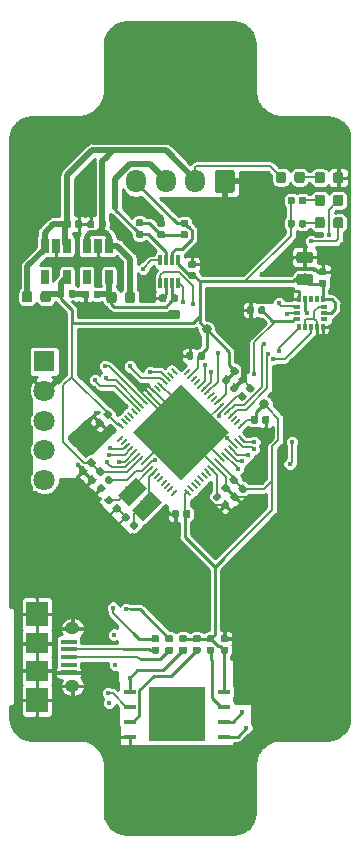
<source format=gtl>
G04 #@! TF.GenerationSoftware,KiCad,Pcbnew,(5.0.2)-1*
G04 #@! TF.CreationDate,2019-10-12T13:33:17+09:00*
G04 #@! TF.ProjectId,High_range_accelerometer,48696768-5f72-4616-9e67-655f61636365,rev?*
G04 #@! TF.SameCoordinates,Original*
G04 #@! TF.FileFunction,Copper,L1,Top*
G04 #@! TF.FilePolarity,Positive*
%FSLAX46Y46*%
G04 Gerber Fmt 4.6, Leading zero omitted, Abs format (unit mm)*
G04 Created by KiCad (PCBNEW (5.0.2)-1) date 2019/10/12 13:33:17*
%MOMM*%
%LPD*%
G01*
G04 APERTURE LIST*
G04 #@! TA.AperFunction,Conductor*
%ADD10C,0.100000*%
G04 #@! TD*
G04 #@! TA.AperFunction,ComponentPad*
%ADD11C,1.700000*%
G04 #@! TD*
G04 #@! TA.AperFunction,ComponentPad*
%ADD12O,1.700000X1.950000*%
G04 #@! TD*
G04 #@! TA.AperFunction,SMDPad,CuDef*
%ADD13C,0.975000*%
G04 #@! TD*
G04 #@! TA.AperFunction,SMDPad,CuDef*
%ADD14C,0.875000*%
G04 #@! TD*
G04 #@! TA.AperFunction,ComponentPad*
%ADD15R,1.800000X1.800000*%
G04 #@! TD*
G04 #@! TA.AperFunction,ComponentPad*
%ADD16C,1.800000*%
G04 #@! TD*
G04 #@! TA.AperFunction,SMDPad,CuDef*
%ADD17R,0.650000X1.220000*%
G04 #@! TD*
G04 #@! TA.AperFunction,SMDPad,CuDef*
%ADD18R,0.300000X0.850000*%
G04 #@! TD*
G04 #@! TA.AperFunction,SMDPad,CuDef*
%ADD19R,0.350000X0.600000*%
G04 #@! TD*
G04 #@! TA.AperFunction,SMDPad,CuDef*
%ADD20R,0.600000X0.350000*%
G04 #@! TD*
G04 #@! TA.AperFunction,SMDPad,CuDef*
%ADD21R,1.000000X0.400000*%
G04 #@! TD*
G04 #@! TA.AperFunction,SMDPad,CuDef*
%ADD22R,4.700000X4.600000*%
G04 #@! TD*
G04 #@! TA.AperFunction,SMDPad,CuDef*
%ADD23C,1.350000*%
G04 #@! TD*
G04 #@! TA.AperFunction,SMDPad,CuDef*
%ADD24C,0.200000*%
G04 #@! TD*
G04 #@! TA.AperFunction,Conductor*
%ADD25C,0.200000*%
G04 #@! TD*
G04 #@! TA.AperFunction,SMDPad,CuDef*
%ADD26C,1.425000*%
G04 #@! TD*
G04 #@! TA.AperFunction,ComponentPad*
%ADD27C,0.712500*%
G04 #@! TD*
G04 #@! TA.AperFunction,SMDPad,CuDef*
%ADD28C,0.590000*%
G04 #@! TD*
G04 #@! TA.AperFunction,SMDPad,CuDef*
%ADD29R,1.350000X0.400000*%
G04 #@! TD*
G04 #@! TA.AperFunction,ComponentPad*
%ADD30O,1.250000X1.050000*%
G04 #@! TD*
G04 #@! TA.AperFunction,ComponentPad*
%ADD31R,1.900000X2.100000*%
G04 #@! TD*
G04 #@! TA.AperFunction,SMDPad,CuDef*
%ADD32R,1.900000X1.800000*%
G04 #@! TD*
G04 #@! TA.AperFunction,ViaPad*
%ADD33C,0.400000*%
G04 #@! TD*
G04 #@! TA.AperFunction,ViaPad*
%ADD34C,0.800000*%
G04 #@! TD*
G04 #@! TA.AperFunction,Conductor*
%ADD35C,0.190000*%
G04 #@! TD*
G04 #@! TA.AperFunction,Conductor*
%ADD36C,0.500000*%
G04 #@! TD*
G04 #@! TA.AperFunction,Conductor*
%ADD37C,0.250000*%
G04 #@! TD*
G04 #@! TA.AperFunction,Conductor*
%ADD38C,0.270000*%
G04 #@! TD*
G04 APERTURE END LIST*
D10*
G04 #@! TO.N,GND*
G04 #@! TO.C,U1*
G36*
X111272624Y-61496364D02*
X111296893Y-61499964D01*
X111320691Y-61505925D01*
X111343791Y-61514190D01*
X111365969Y-61524680D01*
X111387013Y-61537293D01*
X111406718Y-61551907D01*
X111424897Y-61568383D01*
X111441373Y-61586562D01*
X111455987Y-61606267D01*
X111468600Y-61627311D01*
X111479090Y-61649489D01*
X111487355Y-61672589D01*
X111493316Y-61696387D01*
X111496916Y-61720656D01*
X111498120Y-61745160D01*
X111498120Y-63195160D01*
X111496916Y-63219664D01*
X111493316Y-63243933D01*
X111487355Y-63267731D01*
X111479090Y-63290831D01*
X111468600Y-63313009D01*
X111455987Y-63334053D01*
X111441373Y-63353758D01*
X111424897Y-63371937D01*
X111406718Y-63388413D01*
X111387013Y-63403027D01*
X111365969Y-63415640D01*
X111343791Y-63426130D01*
X111320691Y-63434395D01*
X111296893Y-63440356D01*
X111272624Y-63443956D01*
X111248120Y-63445160D01*
X110048120Y-63445160D01*
X110023616Y-63443956D01*
X109999347Y-63440356D01*
X109975549Y-63434395D01*
X109952449Y-63426130D01*
X109930271Y-63415640D01*
X109909227Y-63403027D01*
X109889522Y-63388413D01*
X109871343Y-63371937D01*
X109854867Y-63353758D01*
X109840253Y-63334053D01*
X109827640Y-63313009D01*
X109817150Y-63290831D01*
X109808885Y-63267731D01*
X109802924Y-63243933D01*
X109799324Y-63219664D01*
X109798120Y-63195160D01*
X109798120Y-61745160D01*
X109799324Y-61720656D01*
X109802924Y-61696387D01*
X109808885Y-61672589D01*
X109817150Y-61649489D01*
X109827640Y-61627311D01*
X109840253Y-61606267D01*
X109854867Y-61586562D01*
X109871343Y-61568383D01*
X109889522Y-61551907D01*
X109909227Y-61537293D01*
X109930271Y-61524680D01*
X109952449Y-61514190D01*
X109975549Y-61505925D01*
X109999347Y-61499964D01*
X110023616Y-61496364D01*
X110048120Y-61495160D01*
X111248120Y-61495160D01*
X111272624Y-61496364D01*
X111272624Y-61496364D01*
G37*
D11*
G04 #@! TD*
G04 #@! TO.P,U1,1*
G04 #@! TO.N,GND*
X110648120Y-62470160D03*
D12*
G04 #@! TO.P,U1,2*
G04 #@! TO.N,Net-(C1-Pad1)*
X108148120Y-62470160D03*
G04 #@! TO.P,U1,3*
G04 #@! TO.N,Net-(R2-Pad2)*
X105648120Y-62470160D03*
G04 #@! TO.P,U1,4*
G04 #@! TO.N,Net-(R3-Pad1)*
X103148120Y-62470160D03*
G04 #@! TD*
D10*
G04 #@! TO.N,+3V3*
G04 #@! TO.C,C26*
G36*
X117897492Y-70293554D02*
X117921153Y-70297064D01*
X117944357Y-70302876D01*
X117966879Y-70310934D01*
X117988503Y-70321162D01*
X118009020Y-70333459D01*
X118028233Y-70347709D01*
X118045957Y-70363773D01*
X118062021Y-70381497D01*
X118076271Y-70400710D01*
X118088568Y-70421227D01*
X118098796Y-70442851D01*
X118106854Y-70465373D01*
X118112666Y-70488577D01*
X118116176Y-70512238D01*
X118117350Y-70536130D01*
X118117350Y-71023630D01*
X118116176Y-71047522D01*
X118112666Y-71071183D01*
X118106854Y-71094387D01*
X118098796Y-71116909D01*
X118088568Y-71138533D01*
X118076271Y-71159050D01*
X118062021Y-71178263D01*
X118045957Y-71195987D01*
X118028233Y-71212051D01*
X118009020Y-71226301D01*
X117988503Y-71238598D01*
X117966879Y-71248826D01*
X117944357Y-71256884D01*
X117921153Y-71262696D01*
X117897492Y-71266206D01*
X117873600Y-71267380D01*
X116961100Y-71267380D01*
X116937208Y-71266206D01*
X116913547Y-71262696D01*
X116890343Y-71256884D01*
X116867821Y-71248826D01*
X116846197Y-71238598D01*
X116825680Y-71226301D01*
X116806467Y-71212051D01*
X116788743Y-71195987D01*
X116772679Y-71178263D01*
X116758429Y-71159050D01*
X116746132Y-71138533D01*
X116735904Y-71116909D01*
X116727846Y-71094387D01*
X116722034Y-71071183D01*
X116718524Y-71047522D01*
X116717350Y-71023630D01*
X116717350Y-70536130D01*
X116718524Y-70512238D01*
X116722034Y-70488577D01*
X116727846Y-70465373D01*
X116735904Y-70442851D01*
X116746132Y-70421227D01*
X116758429Y-70400710D01*
X116772679Y-70381497D01*
X116788743Y-70363773D01*
X116806467Y-70347709D01*
X116825680Y-70333459D01*
X116846197Y-70321162D01*
X116867821Y-70310934D01*
X116890343Y-70302876D01*
X116913547Y-70297064D01*
X116937208Y-70293554D01*
X116961100Y-70292380D01*
X117873600Y-70292380D01*
X117897492Y-70293554D01*
X117897492Y-70293554D01*
G37*
D13*
G04 #@! TD*
G04 #@! TO.P,C26,1*
G04 #@! TO.N,+3V3*
X117417350Y-70779880D03*
D10*
G04 #@! TO.N,GND*
G04 #@! TO.C,C26*
G36*
X117897492Y-68418554D02*
X117921153Y-68422064D01*
X117944357Y-68427876D01*
X117966879Y-68435934D01*
X117988503Y-68446162D01*
X118009020Y-68458459D01*
X118028233Y-68472709D01*
X118045957Y-68488773D01*
X118062021Y-68506497D01*
X118076271Y-68525710D01*
X118088568Y-68546227D01*
X118098796Y-68567851D01*
X118106854Y-68590373D01*
X118112666Y-68613577D01*
X118116176Y-68637238D01*
X118117350Y-68661130D01*
X118117350Y-69148630D01*
X118116176Y-69172522D01*
X118112666Y-69196183D01*
X118106854Y-69219387D01*
X118098796Y-69241909D01*
X118088568Y-69263533D01*
X118076271Y-69284050D01*
X118062021Y-69303263D01*
X118045957Y-69320987D01*
X118028233Y-69337051D01*
X118009020Y-69351301D01*
X117988503Y-69363598D01*
X117966879Y-69373826D01*
X117944357Y-69381884D01*
X117921153Y-69387696D01*
X117897492Y-69391206D01*
X117873600Y-69392380D01*
X116961100Y-69392380D01*
X116937208Y-69391206D01*
X116913547Y-69387696D01*
X116890343Y-69381884D01*
X116867821Y-69373826D01*
X116846197Y-69363598D01*
X116825680Y-69351301D01*
X116806467Y-69337051D01*
X116788743Y-69320987D01*
X116772679Y-69303263D01*
X116758429Y-69284050D01*
X116746132Y-69263533D01*
X116735904Y-69241909D01*
X116727846Y-69219387D01*
X116722034Y-69196183D01*
X116718524Y-69172522D01*
X116717350Y-69148630D01*
X116717350Y-68661130D01*
X116718524Y-68637238D01*
X116722034Y-68613577D01*
X116727846Y-68590373D01*
X116735904Y-68567851D01*
X116746132Y-68546227D01*
X116758429Y-68525710D01*
X116772679Y-68506497D01*
X116788743Y-68488773D01*
X116806467Y-68472709D01*
X116825680Y-68458459D01*
X116846197Y-68446162D01*
X116867821Y-68435934D01*
X116890343Y-68427876D01*
X116913547Y-68422064D01*
X116937208Y-68418554D01*
X116961100Y-68417380D01*
X117873600Y-68417380D01*
X117897492Y-68418554D01*
X117897492Y-68418554D01*
G37*
D13*
G04 #@! TD*
G04 #@! TO.P,C26,2*
G04 #@! TO.N,GND*
X117417350Y-68904880D03*
D10*
G04 #@! TO.N,GND*
G04 #@! TO.C,D1*
G36*
X120507511Y-61691013D02*
X120528746Y-61694163D01*
X120549570Y-61699379D01*
X120569782Y-61706611D01*
X120589188Y-61715790D01*
X120607601Y-61726826D01*
X120624844Y-61739614D01*
X120640750Y-61754030D01*
X120655166Y-61769936D01*
X120667954Y-61787179D01*
X120678990Y-61805592D01*
X120688169Y-61824998D01*
X120695401Y-61845210D01*
X120700617Y-61866034D01*
X120703767Y-61887269D01*
X120704820Y-61908710D01*
X120704820Y-62421210D01*
X120703767Y-62442651D01*
X120700617Y-62463886D01*
X120695401Y-62484710D01*
X120688169Y-62504922D01*
X120678990Y-62524328D01*
X120667954Y-62542741D01*
X120655166Y-62559984D01*
X120640750Y-62575890D01*
X120624844Y-62590306D01*
X120607601Y-62603094D01*
X120589188Y-62614130D01*
X120569782Y-62623309D01*
X120549570Y-62630541D01*
X120528746Y-62635757D01*
X120507511Y-62638907D01*
X120486070Y-62639960D01*
X120048570Y-62639960D01*
X120027129Y-62638907D01*
X120005894Y-62635757D01*
X119985070Y-62630541D01*
X119964858Y-62623309D01*
X119945452Y-62614130D01*
X119927039Y-62603094D01*
X119909796Y-62590306D01*
X119893890Y-62575890D01*
X119879474Y-62559984D01*
X119866686Y-62542741D01*
X119855650Y-62524328D01*
X119846471Y-62504922D01*
X119839239Y-62484710D01*
X119834023Y-62463886D01*
X119830873Y-62442651D01*
X119829820Y-62421210D01*
X119829820Y-61908710D01*
X119830873Y-61887269D01*
X119834023Y-61866034D01*
X119839239Y-61845210D01*
X119846471Y-61824998D01*
X119855650Y-61805592D01*
X119866686Y-61787179D01*
X119879474Y-61769936D01*
X119893890Y-61754030D01*
X119909796Y-61739614D01*
X119927039Y-61726826D01*
X119945452Y-61715790D01*
X119964858Y-61706611D01*
X119985070Y-61699379D01*
X120005894Y-61694163D01*
X120027129Y-61691013D01*
X120048570Y-61689960D01*
X120486070Y-61689960D01*
X120507511Y-61691013D01*
X120507511Y-61691013D01*
G37*
D14*
G04 #@! TD*
G04 #@! TO.P,D1,1*
G04 #@! TO.N,GND*
X120267320Y-62164960D03*
D10*
G04 #@! TO.N,Net-(D1-Pad2)*
G04 #@! TO.C,D1*
G36*
X118932511Y-61691013D02*
X118953746Y-61694163D01*
X118974570Y-61699379D01*
X118994782Y-61706611D01*
X119014188Y-61715790D01*
X119032601Y-61726826D01*
X119049844Y-61739614D01*
X119065750Y-61754030D01*
X119080166Y-61769936D01*
X119092954Y-61787179D01*
X119103990Y-61805592D01*
X119113169Y-61824998D01*
X119120401Y-61845210D01*
X119125617Y-61866034D01*
X119128767Y-61887269D01*
X119129820Y-61908710D01*
X119129820Y-62421210D01*
X119128767Y-62442651D01*
X119125617Y-62463886D01*
X119120401Y-62484710D01*
X119113169Y-62504922D01*
X119103990Y-62524328D01*
X119092954Y-62542741D01*
X119080166Y-62559984D01*
X119065750Y-62575890D01*
X119049844Y-62590306D01*
X119032601Y-62603094D01*
X119014188Y-62614130D01*
X118994782Y-62623309D01*
X118974570Y-62630541D01*
X118953746Y-62635757D01*
X118932511Y-62638907D01*
X118911070Y-62639960D01*
X118473570Y-62639960D01*
X118452129Y-62638907D01*
X118430894Y-62635757D01*
X118410070Y-62630541D01*
X118389858Y-62623309D01*
X118370452Y-62614130D01*
X118352039Y-62603094D01*
X118334796Y-62590306D01*
X118318890Y-62575890D01*
X118304474Y-62559984D01*
X118291686Y-62542741D01*
X118280650Y-62524328D01*
X118271471Y-62504922D01*
X118264239Y-62484710D01*
X118259023Y-62463886D01*
X118255873Y-62442651D01*
X118254820Y-62421210D01*
X118254820Y-61908710D01*
X118255873Y-61887269D01*
X118259023Y-61866034D01*
X118264239Y-61845210D01*
X118271471Y-61824998D01*
X118280650Y-61805592D01*
X118291686Y-61787179D01*
X118304474Y-61769936D01*
X118318890Y-61754030D01*
X118334796Y-61739614D01*
X118352039Y-61726826D01*
X118370452Y-61715790D01*
X118389858Y-61706611D01*
X118410070Y-61699379D01*
X118430894Y-61694163D01*
X118452129Y-61691013D01*
X118473570Y-61689960D01*
X118911070Y-61689960D01*
X118932511Y-61691013D01*
X118932511Y-61691013D01*
G37*
D14*
G04 #@! TD*
G04 #@! TO.P,D1,2*
G04 #@! TO.N,Net-(D1-Pad2)*
X118692320Y-62164960D03*
D10*
G04 #@! TO.N,Net-(D2-Pad2)*
G04 #@! TO.C,D2*
G36*
X118932511Y-63601093D02*
X118953746Y-63604243D01*
X118974570Y-63609459D01*
X118994782Y-63616691D01*
X119014188Y-63625870D01*
X119032601Y-63636906D01*
X119049844Y-63649694D01*
X119065750Y-63664110D01*
X119080166Y-63680016D01*
X119092954Y-63697259D01*
X119103990Y-63715672D01*
X119113169Y-63735078D01*
X119120401Y-63755290D01*
X119125617Y-63776114D01*
X119128767Y-63797349D01*
X119129820Y-63818790D01*
X119129820Y-64331290D01*
X119128767Y-64352731D01*
X119125617Y-64373966D01*
X119120401Y-64394790D01*
X119113169Y-64415002D01*
X119103990Y-64434408D01*
X119092954Y-64452821D01*
X119080166Y-64470064D01*
X119065750Y-64485970D01*
X119049844Y-64500386D01*
X119032601Y-64513174D01*
X119014188Y-64524210D01*
X118994782Y-64533389D01*
X118974570Y-64540621D01*
X118953746Y-64545837D01*
X118932511Y-64548987D01*
X118911070Y-64550040D01*
X118473570Y-64550040D01*
X118452129Y-64548987D01*
X118430894Y-64545837D01*
X118410070Y-64540621D01*
X118389858Y-64533389D01*
X118370452Y-64524210D01*
X118352039Y-64513174D01*
X118334796Y-64500386D01*
X118318890Y-64485970D01*
X118304474Y-64470064D01*
X118291686Y-64452821D01*
X118280650Y-64434408D01*
X118271471Y-64415002D01*
X118264239Y-64394790D01*
X118259023Y-64373966D01*
X118255873Y-64352731D01*
X118254820Y-64331290D01*
X118254820Y-63818790D01*
X118255873Y-63797349D01*
X118259023Y-63776114D01*
X118264239Y-63755290D01*
X118271471Y-63735078D01*
X118280650Y-63715672D01*
X118291686Y-63697259D01*
X118304474Y-63680016D01*
X118318890Y-63664110D01*
X118334796Y-63649694D01*
X118352039Y-63636906D01*
X118370452Y-63625870D01*
X118389858Y-63616691D01*
X118410070Y-63609459D01*
X118430894Y-63604243D01*
X118452129Y-63601093D01*
X118473570Y-63600040D01*
X118911070Y-63600040D01*
X118932511Y-63601093D01*
X118932511Y-63601093D01*
G37*
D14*
G04 #@! TD*
G04 #@! TO.P,D2,2*
G04 #@! TO.N,Net-(D2-Pad2)*
X118692320Y-64075040D03*
D10*
G04 #@! TO.N,LED_G_1*
G04 #@! TO.C,D2*
G36*
X120507511Y-63601093D02*
X120528746Y-63604243D01*
X120549570Y-63609459D01*
X120569782Y-63616691D01*
X120589188Y-63625870D01*
X120607601Y-63636906D01*
X120624844Y-63649694D01*
X120640750Y-63664110D01*
X120655166Y-63680016D01*
X120667954Y-63697259D01*
X120678990Y-63715672D01*
X120688169Y-63735078D01*
X120695401Y-63755290D01*
X120700617Y-63776114D01*
X120703767Y-63797349D01*
X120704820Y-63818790D01*
X120704820Y-64331290D01*
X120703767Y-64352731D01*
X120700617Y-64373966D01*
X120695401Y-64394790D01*
X120688169Y-64415002D01*
X120678990Y-64434408D01*
X120667954Y-64452821D01*
X120655166Y-64470064D01*
X120640750Y-64485970D01*
X120624844Y-64500386D01*
X120607601Y-64513174D01*
X120589188Y-64524210D01*
X120569782Y-64533389D01*
X120549570Y-64540621D01*
X120528746Y-64545837D01*
X120507511Y-64548987D01*
X120486070Y-64550040D01*
X120048570Y-64550040D01*
X120027129Y-64548987D01*
X120005894Y-64545837D01*
X119985070Y-64540621D01*
X119964858Y-64533389D01*
X119945452Y-64524210D01*
X119927039Y-64513174D01*
X119909796Y-64500386D01*
X119893890Y-64485970D01*
X119879474Y-64470064D01*
X119866686Y-64452821D01*
X119855650Y-64434408D01*
X119846471Y-64415002D01*
X119839239Y-64394790D01*
X119834023Y-64373966D01*
X119830873Y-64352731D01*
X119829820Y-64331290D01*
X119829820Y-63818790D01*
X119830873Y-63797349D01*
X119834023Y-63776114D01*
X119839239Y-63755290D01*
X119846471Y-63735078D01*
X119855650Y-63715672D01*
X119866686Y-63697259D01*
X119879474Y-63680016D01*
X119893890Y-63664110D01*
X119909796Y-63649694D01*
X119927039Y-63636906D01*
X119945452Y-63625870D01*
X119964858Y-63616691D01*
X119985070Y-63609459D01*
X120005894Y-63604243D01*
X120027129Y-63601093D01*
X120048570Y-63600040D01*
X120486070Y-63600040D01*
X120507511Y-63601093D01*
X120507511Y-63601093D01*
G37*
D14*
G04 #@! TD*
G04 #@! TO.P,D2,1*
G04 #@! TO.N,LED_G_1*
X120267320Y-64075040D03*
D10*
G04 #@! TO.N,LED_G_2*
G04 #@! TO.C,D3*
G36*
X120507511Y-65511173D02*
X120528746Y-65514323D01*
X120549570Y-65519539D01*
X120569782Y-65526771D01*
X120589188Y-65535950D01*
X120607601Y-65546986D01*
X120624844Y-65559774D01*
X120640750Y-65574190D01*
X120655166Y-65590096D01*
X120667954Y-65607339D01*
X120678990Y-65625752D01*
X120688169Y-65645158D01*
X120695401Y-65665370D01*
X120700617Y-65686194D01*
X120703767Y-65707429D01*
X120704820Y-65728870D01*
X120704820Y-66241370D01*
X120703767Y-66262811D01*
X120700617Y-66284046D01*
X120695401Y-66304870D01*
X120688169Y-66325082D01*
X120678990Y-66344488D01*
X120667954Y-66362901D01*
X120655166Y-66380144D01*
X120640750Y-66396050D01*
X120624844Y-66410466D01*
X120607601Y-66423254D01*
X120589188Y-66434290D01*
X120569782Y-66443469D01*
X120549570Y-66450701D01*
X120528746Y-66455917D01*
X120507511Y-66459067D01*
X120486070Y-66460120D01*
X120048570Y-66460120D01*
X120027129Y-66459067D01*
X120005894Y-66455917D01*
X119985070Y-66450701D01*
X119964858Y-66443469D01*
X119945452Y-66434290D01*
X119927039Y-66423254D01*
X119909796Y-66410466D01*
X119893890Y-66396050D01*
X119879474Y-66380144D01*
X119866686Y-66362901D01*
X119855650Y-66344488D01*
X119846471Y-66325082D01*
X119839239Y-66304870D01*
X119834023Y-66284046D01*
X119830873Y-66262811D01*
X119829820Y-66241370D01*
X119829820Y-65728870D01*
X119830873Y-65707429D01*
X119834023Y-65686194D01*
X119839239Y-65665370D01*
X119846471Y-65645158D01*
X119855650Y-65625752D01*
X119866686Y-65607339D01*
X119879474Y-65590096D01*
X119893890Y-65574190D01*
X119909796Y-65559774D01*
X119927039Y-65546986D01*
X119945452Y-65535950D01*
X119964858Y-65526771D01*
X119985070Y-65519539D01*
X120005894Y-65514323D01*
X120027129Y-65511173D01*
X120048570Y-65510120D01*
X120486070Y-65510120D01*
X120507511Y-65511173D01*
X120507511Y-65511173D01*
G37*
D14*
G04 #@! TD*
G04 #@! TO.P,D3,1*
G04 #@! TO.N,LED_G_2*
X120267320Y-65985120D03*
D10*
G04 #@! TO.N,Net-(D3-Pad2)*
G04 #@! TO.C,D3*
G36*
X118932511Y-65511173D02*
X118953746Y-65514323D01*
X118974570Y-65519539D01*
X118994782Y-65526771D01*
X119014188Y-65535950D01*
X119032601Y-65546986D01*
X119049844Y-65559774D01*
X119065750Y-65574190D01*
X119080166Y-65590096D01*
X119092954Y-65607339D01*
X119103990Y-65625752D01*
X119113169Y-65645158D01*
X119120401Y-65665370D01*
X119125617Y-65686194D01*
X119128767Y-65707429D01*
X119129820Y-65728870D01*
X119129820Y-66241370D01*
X119128767Y-66262811D01*
X119125617Y-66284046D01*
X119120401Y-66304870D01*
X119113169Y-66325082D01*
X119103990Y-66344488D01*
X119092954Y-66362901D01*
X119080166Y-66380144D01*
X119065750Y-66396050D01*
X119049844Y-66410466D01*
X119032601Y-66423254D01*
X119014188Y-66434290D01*
X118994782Y-66443469D01*
X118974570Y-66450701D01*
X118953746Y-66455917D01*
X118932511Y-66459067D01*
X118911070Y-66460120D01*
X118473570Y-66460120D01*
X118452129Y-66459067D01*
X118430894Y-66455917D01*
X118410070Y-66450701D01*
X118389858Y-66443469D01*
X118370452Y-66434290D01*
X118352039Y-66423254D01*
X118334796Y-66410466D01*
X118318890Y-66396050D01*
X118304474Y-66380144D01*
X118291686Y-66362901D01*
X118280650Y-66344488D01*
X118271471Y-66325082D01*
X118264239Y-66304870D01*
X118259023Y-66284046D01*
X118255873Y-66262811D01*
X118254820Y-66241370D01*
X118254820Y-65728870D01*
X118255873Y-65707429D01*
X118259023Y-65686194D01*
X118264239Y-65665370D01*
X118271471Y-65645158D01*
X118280650Y-65625752D01*
X118291686Y-65607339D01*
X118304474Y-65590096D01*
X118318890Y-65574190D01*
X118334796Y-65559774D01*
X118352039Y-65546986D01*
X118370452Y-65535950D01*
X118389858Y-65526771D01*
X118410070Y-65519539D01*
X118430894Y-65514323D01*
X118452129Y-65511173D01*
X118473570Y-65510120D01*
X118911070Y-65510120D01*
X118932511Y-65511173D01*
X118932511Y-65511173D01*
G37*
D14*
G04 #@! TD*
G04 #@! TO.P,D3,2*
G04 #@! TO.N,Net-(D3-Pad2)*
X118692320Y-65985120D03*
D15*
G04 #@! TO.P,P1,1*
G04 #@! TO.N,N/C*
X95382080Y-77724000D03*
D16*
G04 #@! TO.P,P1,2*
G04 #@! TO.N,GND*
X95382080Y-80224000D03*
G04 #@! TO.P,P1,3*
G04 #@! TO.N,XRESS*
X95382080Y-82724000D03*
G04 #@! TO.P,P1,4*
G04 #@! TO.N,SCLK*
X95382080Y-85224000D03*
G04 #@! TO.P,P1,5*
G04 #@! TO.N,SDATA*
X95382080Y-87724000D03*
G04 #@! TD*
D10*
G04 #@! TO.N,Net-(D1-Pad2)*
G04 #@! TO.C,R1*
G36*
X117227611Y-61651913D02*
X117248846Y-61655063D01*
X117269670Y-61660279D01*
X117289882Y-61667511D01*
X117309288Y-61676690D01*
X117327701Y-61687726D01*
X117344944Y-61700514D01*
X117360850Y-61714930D01*
X117375266Y-61730836D01*
X117388054Y-61748079D01*
X117399090Y-61766492D01*
X117408269Y-61785898D01*
X117415501Y-61806110D01*
X117420717Y-61826934D01*
X117423867Y-61848169D01*
X117424920Y-61869610D01*
X117424920Y-62382110D01*
X117423867Y-62403551D01*
X117420717Y-62424786D01*
X117415501Y-62445610D01*
X117408269Y-62465822D01*
X117399090Y-62485228D01*
X117388054Y-62503641D01*
X117375266Y-62520884D01*
X117360850Y-62536790D01*
X117344944Y-62551206D01*
X117327701Y-62563994D01*
X117309288Y-62575030D01*
X117289882Y-62584209D01*
X117269670Y-62591441D01*
X117248846Y-62596657D01*
X117227611Y-62599807D01*
X117206170Y-62600860D01*
X116768670Y-62600860D01*
X116747229Y-62599807D01*
X116725994Y-62596657D01*
X116705170Y-62591441D01*
X116684958Y-62584209D01*
X116665552Y-62575030D01*
X116647139Y-62563994D01*
X116629896Y-62551206D01*
X116613990Y-62536790D01*
X116599574Y-62520884D01*
X116586786Y-62503641D01*
X116575750Y-62485228D01*
X116566571Y-62465822D01*
X116559339Y-62445610D01*
X116554123Y-62424786D01*
X116550973Y-62403551D01*
X116549920Y-62382110D01*
X116549920Y-61869610D01*
X116550973Y-61848169D01*
X116554123Y-61826934D01*
X116559339Y-61806110D01*
X116566571Y-61785898D01*
X116575750Y-61766492D01*
X116586786Y-61748079D01*
X116599574Y-61730836D01*
X116613990Y-61714930D01*
X116629896Y-61700514D01*
X116647139Y-61687726D01*
X116665552Y-61676690D01*
X116684958Y-61667511D01*
X116705170Y-61660279D01*
X116725994Y-61655063D01*
X116747229Y-61651913D01*
X116768670Y-61650860D01*
X117206170Y-61650860D01*
X117227611Y-61651913D01*
X117227611Y-61651913D01*
G37*
D14*
G04 #@! TD*
G04 #@! TO.P,R1,1*
G04 #@! TO.N,Net-(D1-Pad2)*
X116987420Y-62125860D03*
D10*
G04 #@! TO.N,Net-(C1-Pad1)*
G04 #@! TO.C,R1*
G36*
X115652611Y-61651913D02*
X115673846Y-61655063D01*
X115694670Y-61660279D01*
X115714882Y-61667511D01*
X115734288Y-61676690D01*
X115752701Y-61687726D01*
X115769944Y-61700514D01*
X115785850Y-61714930D01*
X115800266Y-61730836D01*
X115813054Y-61748079D01*
X115824090Y-61766492D01*
X115833269Y-61785898D01*
X115840501Y-61806110D01*
X115845717Y-61826934D01*
X115848867Y-61848169D01*
X115849920Y-61869610D01*
X115849920Y-62382110D01*
X115848867Y-62403551D01*
X115845717Y-62424786D01*
X115840501Y-62445610D01*
X115833269Y-62465822D01*
X115824090Y-62485228D01*
X115813054Y-62503641D01*
X115800266Y-62520884D01*
X115785850Y-62536790D01*
X115769944Y-62551206D01*
X115752701Y-62563994D01*
X115734288Y-62575030D01*
X115714882Y-62584209D01*
X115694670Y-62591441D01*
X115673846Y-62596657D01*
X115652611Y-62599807D01*
X115631170Y-62600860D01*
X115193670Y-62600860D01*
X115172229Y-62599807D01*
X115150994Y-62596657D01*
X115130170Y-62591441D01*
X115109958Y-62584209D01*
X115090552Y-62575030D01*
X115072139Y-62563994D01*
X115054896Y-62551206D01*
X115038990Y-62536790D01*
X115024574Y-62520884D01*
X115011786Y-62503641D01*
X115000750Y-62485228D01*
X114991571Y-62465822D01*
X114984339Y-62445610D01*
X114979123Y-62424786D01*
X114975973Y-62403551D01*
X114974920Y-62382110D01*
X114974920Y-61869610D01*
X114975973Y-61848169D01*
X114979123Y-61826934D01*
X114984339Y-61806110D01*
X114991571Y-61785898D01*
X115000750Y-61766492D01*
X115011786Y-61748079D01*
X115024574Y-61730836D01*
X115038990Y-61714930D01*
X115054896Y-61700514D01*
X115072139Y-61687726D01*
X115090552Y-61676690D01*
X115109958Y-61667511D01*
X115130170Y-61660279D01*
X115150994Y-61655063D01*
X115172229Y-61651913D01*
X115193670Y-61650860D01*
X115631170Y-61650860D01*
X115652611Y-61651913D01*
X115652611Y-61651913D01*
G37*
D14*
G04 #@! TD*
G04 #@! TO.P,R1,2*
G04 #@! TO.N,Net-(C1-Pad1)*
X115412420Y-62125860D03*
D17*
G04 #@! TO.P,U3,1*
G04 #@! TO.N,Net-(C1-Pad1)*
X100850000Y-67940000D03*
G04 #@! TO.P,U3,2*
G04 #@! TO.N,GND*
X99900000Y-67940000D03*
G04 #@! TO.P,U3,3*
G04 #@! TO.N,Net-(C1-Pad1)*
X98950000Y-67940000D03*
G04 #@! TO.P,U3,4*
G04 #@! TO.N,N/C*
X98950000Y-70560000D03*
G04 #@! TO.P,U3,5*
G04 #@! TO.N,+5V*
X100850000Y-70560000D03*
G04 #@! TD*
D18*
G04 #@! TO.P,U4,1*
G04 #@! TO.N,CAN-TXD*
X105196840Y-71067400D03*
G04 #@! TO.P,U4,2*
G04 #@! TO.N,GND*
X105696840Y-71067400D03*
G04 #@! TO.P,U4,3*
G04 #@! TO.N,+5V*
X106196840Y-71067400D03*
G04 #@! TO.P,U4,4*
G04 #@! TO.N,CAN-RXD*
X106696840Y-71067400D03*
G04 #@! TO.P,U4,5*
G04 #@! TO.N,+3V3*
X106696840Y-69167400D03*
G04 #@! TO.P,U4,6*
G04 #@! TO.N,Net-(R3-Pad1)*
X106196840Y-69167400D03*
G04 #@! TO.P,U4,7*
G04 #@! TO.N,Net-(R2-Pad2)*
X105696840Y-69167400D03*
G04 #@! TO.P,U4,8*
G04 #@! TO.N,CAN-STB*
X105196840Y-69167400D03*
G04 #@! TD*
D19*
G04 #@! TO.P,U6,1*
G04 #@! TO.N,+3V3*
X118944900Y-72474440D03*
G04 #@! TO.P,U6,2*
G04 #@! TO.N,N/C*
X118444900Y-72474440D03*
G04 #@! TO.P,U6,3*
X117944900Y-72474440D03*
G04 #@! TO.P,U6,4*
G04 #@! TO.N,Sensor-CLK*
X117444900Y-72474440D03*
G04 #@! TO.P,U6,5*
G04 #@! TO.N,GND*
X116944900Y-72474440D03*
D20*
G04 #@! TO.P,U6,6*
G04 #@! TO.N,Sensor-MOSI*
X116794900Y-73124440D03*
G04 #@! TO.P,U6,7*
G04 #@! TO.N,Sensor-MISO*
X116794900Y-73624440D03*
G04 #@! TO.P,U6,8*
G04 #@! TO.N,Sensor-CS*
X116794900Y-74124440D03*
D19*
G04 #@! TO.P,U6,9*
G04 #@! TO.N,INT1*
X116944900Y-74774440D03*
G04 #@! TO.P,U6,10*
G04 #@! TO.N,GND*
X117444900Y-74774440D03*
G04 #@! TO.P,U6,11*
G04 #@! TO.N,INT2*
X117944900Y-74774440D03*
G04 #@! TO.P,U6,12*
G04 #@! TO.N,GND*
X118444900Y-74774440D03*
G04 #@! TO.P,U6,13*
X118944900Y-74774440D03*
D20*
G04 #@! TO.P,U6,14*
G04 #@! TO.N,N/C*
X119094900Y-74124440D03*
G04 #@! TO.P,U6,15*
G04 #@! TO.N,+3V3*
X119094900Y-73624440D03*
G04 #@! TO.P,U6,16*
G04 #@! TO.N,GND*
X119094900Y-73124440D03*
G04 #@! TD*
D21*
G04 #@! TO.P,U7,4*
G04 #@! TO.N,GND*
X102598720Y-109484160D03*
G04 #@! TO.P,U7,6*
G04 #@! TO.N,Flash-CLK*
X110598720Y-108214160D03*
G04 #@! TO.P,U7,7*
G04 #@! TO.N,Net-(R9-Pad1)*
X110598720Y-106944160D03*
G04 #@! TO.P,U7,2*
G04 #@! TO.N,Flash-MISO*
X102598720Y-106944160D03*
G04 #@! TO.P,U7,5*
G04 #@! TO.N,Flash-MOSI*
X110598720Y-109484160D03*
G04 #@! TO.P,U7,8*
G04 #@! TO.N,+3V3*
X110598720Y-105674160D03*
D22*
G04 #@! TO.P,U7,9*
G04 #@! TO.N,N/C*
X106598720Y-107579160D03*
D21*
G04 #@! TO.P,U7,3*
G04 #@! TO.N,Net-(R10-Pad1)*
X102598720Y-108214160D03*
G04 #@! TO.P,U7,1*
G04 #@! TO.N,Flash-~CS*
X102598720Y-105674160D03*
G04 #@! TD*
D23*
G04 #@! TO.P,Y2,2*
G04 #@! TO.N,Net-(C25-Pad1)*
X102830402Y-88735942D03*
D10*
G04 #@! TD*
G04 #@! TO.N,Net-(C25-Pad1)*
G04 #@! TO.C,Y2*
G36*
X104085517Y-88435422D02*
X102529882Y-89991057D01*
X101575287Y-89036462D01*
X103130922Y-87480827D01*
X104085517Y-88435422D01*
X104085517Y-88435422D01*
G37*
D23*
G04 #@! TO.P,Y2,1*
G04 #@! TO.N,Net-(C23-Pad1)*
X104067838Y-89973378D03*
D10*
G04 #@! TD*
G04 #@! TO.N,Net-(C23-Pad1)*
G04 #@! TO.C,Y2*
G36*
X105322953Y-89672858D02*
X103767318Y-91228493D01*
X102812723Y-90273898D01*
X104368358Y-88718263D01*
X105322953Y-89672858D01*
X105322953Y-89672858D01*
G37*
D24*
G04 #@! TO.P,U5,1*
G04 #@! TO.N,N/C*
X106376115Y-78598631D03*
D25*
G04 #@! TD*
G04 #@! TO.N,N/C*
G04 #@! TO.C,U5*
X106163983Y-78386499D02*
X106588247Y-78810763D01*
D24*
G04 #@! TO.P,U5,2*
G04 #@! TO.N,N/C*
X106093272Y-78881474D03*
D25*
G04 #@! TD*
G04 #@! TO.N,N/C*
G04 #@! TO.C,U5*
X105881140Y-78669342D02*
X106305404Y-79093606D01*
D24*
G04 #@! TO.P,U5,3*
G04 #@! TO.N,Flash-CLK*
X105810429Y-79164317D03*
D25*
G04 #@! TD*
G04 #@! TO.N,Flash-CLK*
G04 #@! TO.C,U5*
X105598297Y-78952185D02*
X106022561Y-79376449D01*
D24*
G04 #@! TO.P,U5,4*
G04 #@! TO.N,Flash-MOSI*
X105527586Y-79447159D03*
D25*
G04 #@! TD*
G04 #@! TO.N,Flash-MOSI*
G04 #@! TO.C,U5*
X105315454Y-79235027D02*
X105739718Y-79659291D01*
D24*
G04 #@! TO.P,U5,5*
G04 #@! TO.N,GND*
X105244744Y-79730002D03*
D25*
G04 #@! TD*
G04 #@! TO.N,GND*
G04 #@! TO.C,U5*
X105032612Y-79517870D02*
X105456876Y-79942134D01*
D24*
G04 #@! TO.P,U5,6*
G04 #@! TO.N,N/C*
X104961901Y-80012845D03*
D25*
G04 #@! TD*
G04 #@! TO.N,N/C*
G04 #@! TO.C,U5*
X104749769Y-79800713D02*
X105174033Y-80224977D01*
D24*
G04 #@! TO.P,U5,7*
G04 #@! TO.N,GND*
X104679058Y-80295687D03*
D25*
G04 #@! TD*
G04 #@! TO.N,GND*
G04 #@! TO.C,U5*
X104466926Y-80083555D02*
X104891190Y-80507819D01*
D24*
G04 #@! TO.P,U5,8*
G04 #@! TO.N,GND*
X104396216Y-80578530D03*
D25*
G04 #@! TD*
G04 #@! TO.N,GND*
G04 #@! TO.C,U5*
X104184084Y-80366398D02*
X104608348Y-80790662D01*
D24*
G04 #@! TO.P,U5,9*
G04 #@! TO.N,GND*
X104113373Y-80861373D03*
D25*
G04 #@! TD*
G04 #@! TO.N,GND*
G04 #@! TO.C,U5*
X103901241Y-80649241D02*
X104325505Y-81073505D01*
D24*
G04 #@! TO.P,U5,10*
G04 #@! TO.N,XRESS*
X103830530Y-81144216D03*
D25*
G04 #@! TD*
G04 #@! TO.N,XRESS*
G04 #@! TO.C,U5*
X103618398Y-80932084D02*
X104042662Y-81356348D01*
D24*
G04 #@! TO.P,U5,11*
G04 #@! TO.N,SDATA*
X103547687Y-81427058D03*
D25*
G04 #@! TD*
G04 #@! TO.N,SDATA*
G04 #@! TO.C,U5*
X103335555Y-81214926D02*
X103759819Y-81639190D01*
D24*
G04 #@! TO.P,U5,12*
G04 #@! TO.N,SCLK*
X103264845Y-81709901D03*
D25*
G04 #@! TD*
G04 #@! TO.N,SCLK*
G04 #@! TO.C,U5*
X103052713Y-81497769D02*
X103476977Y-81922033D01*
D24*
G04 #@! TO.P,U5,13*
G04 #@! TO.N,N/C*
X102982002Y-81992744D03*
D25*
G04 #@! TD*
G04 #@! TO.N,N/C*
G04 #@! TO.C,U5*
X102769870Y-81780612D02*
X103194134Y-82204876D01*
D24*
G04 #@! TO.P,U5,14*
G04 #@! TO.N,N/C*
X102699159Y-82275586D03*
D25*
G04 #@! TD*
G04 #@! TO.N,N/C*
G04 #@! TO.C,U5*
X102487027Y-82063454D02*
X102911291Y-82487718D01*
D24*
G04 #@! TO.P,U5,15*
G04 #@! TO.N,N/C*
X102416317Y-82558429D03*
D25*
G04 #@! TD*
G04 #@! TO.N,N/C*
G04 #@! TO.C,U5*
X102204185Y-82346297D02*
X102628449Y-82770561D01*
D24*
G04 #@! TO.P,U5,16*
G04 #@! TO.N,N/C*
X102133474Y-82841272D03*
D25*
G04 #@! TD*
G04 #@! TO.N,N/C*
G04 #@! TO.C,U5*
X101921342Y-82629140D02*
X102345606Y-83053404D01*
D24*
G04 #@! TO.P,U5,17*
G04 #@! TO.N,+3V3*
X101850631Y-83124115D03*
D25*
G04 #@! TD*
G04 #@! TO.N,+3V3*
G04 #@! TO.C,U5*
X101638499Y-82911983D02*
X102062763Y-83336247D01*
D24*
G04 #@! TO.P,U5,18*
G04 #@! TO.N,N/C*
X101850631Y-84255485D03*
D25*
G04 #@! TD*
G04 #@! TO.N,N/C*
G04 #@! TO.C,U5*
X102062763Y-84043353D02*
X101638499Y-84467617D01*
D24*
G04 #@! TO.P,U5,19*
G04 #@! TO.N,N/C*
X102133474Y-84538328D03*
D25*
G04 #@! TD*
G04 #@! TO.N,N/C*
G04 #@! TO.C,U5*
X102345606Y-84326196D02*
X101921342Y-84750460D01*
D24*
G04 #@! TO.P,U5,20*
G04 #@! TO.N,Flash-MISO*
X102416317Y-84821171D03*
D25*
G04 #@! TD*
G04 #@! TO.N,Flash-MISO*
G04 #@! TO.C,U5*
X102628449Y-84609039D02*
X102204185Y-85033303D01*
D24*
G04 #@! TO.P,U5,21*
G04 #@! TO.N,Flash-~CS*
X102699159Y-85104014D03*
D25*
G04 #@! TD*
G04 #@! TO.N,Flash-~CS*
G04 #@! TO.C,U5*
X102911291Y-84891882D02*
X102487027Y-85316146D01*
D24*
G04 #@! TO.P,U5,22*
G04 #@! TO.N,Net-(R4-Pad2)*
X102982002Y-85386856D03*
D25*
G04 #@! TD*
G04 #@! TO.N,Net-(R4-Pad2)*
G04 #@! TO.C,U5*
X103194134Y-85174724D02*
X102769870Y-85598988D01*
D24*
G04 #@! TO.P,U5,23*
G04 #@! TO.N,Net-(R5-Pad2)*
X103264845Y-85669699D03*
D25*
G04 #@! TD*
G04 #@! TO.N,Net-(R5-Pad2)*
G04 #@! TO.C,U5*
X103476977Y-85457567D02*
X103052713Y-85881831D01*
D24*
G04 #@! TO.P,U5,24*
G04 #@! TO.N,+3V3*
X103547687Y-85952542D03*
D25*
G04 #@! TD*
G04 #@! TO.N,+3V3*
G04 #@! TO.C,U5*
X103759819Y-85740410D02*
X103335555Y-86164674D01*
D24*
G04 #@! TO.P,U5,25*
G04 #@! TO.N,GND*
X103830530Y-86235384D03*
D25*
G04 #@! TD*
G04 #@! TO.N,GND*
G04 #@! TO.C,U5*
X104042662Y-86023252D02*
X103618398Y-86447516D01*
D24*
G04 #@! TO.P,U5,26*
G04 #@! TO.N,Net-(C19-Pad1)*
X104113373Y-86518227D03*
D25*
G04 #@! TD*
G04 #@! TO.N,Net-(C19-Pad1)*
G04 #@! TO.C,U5*
X104325505Y-86306095D02*
X103901241Y-86730359D01*
D24*
G04 #@! TO.P,U5,27*
G04 #@! TO.N,Net-(C25-Pad1)*
X104396216Y-86801070D03*
D25*
G04 #@! TD*
G04 #@! TO.N,Net-(C25-Pad1)*
G04 #@! TO.C,U5*
X104608348Y-86588938D02*
X104184084Y-87013202D01*
D24*
G04 #@! TO.P,U5,28*
G04 #@! TO.N,Net-(C23-Pad1)*
X104679058Y-87083913D03*
D25*
G04 #@! TD*
G04 #@! TO.N,Net-(C23-Pad1)*
G04 #@! TO.C,U5*
X104891190Y-86871781D02*
X104466926Y-87296045D01*
D24*
G04 #@! TO.P,U5,29*
G04 #@! TO.N,N/C*
X104961901Y-87366755D03*
D25*
G04 #@! TD*
G04 #@! TO.N,N/C*
G04 #@! TO.C,U5*
X105174033Y-87154623D02*
X104749769Y-87578887D01*
D24*
G04 #@! TO.P,U5,30*
G04 #@! TO.N,N/C*
X105244744Y-87649598D03*
D25*
G04 #@! TD*
G04 #@! TO.N,N/C*
G04 #@! TO.C,U5*
X105456876Y-87437466D02*
X105032612Y-87861730D01*
D24*
G04 #@! TO.P,U5,31*
G04 #@! TO.N,N/C*
X105527586Y-87932441D03*
D25*
G04 #@! TD*
G04 #@! TO.N,N/C*
G04 #@! TO.C,U5*
X105739718Y-87720309D02*
X105315454Y-88144573D01*
D24*
G04 #@! TO.P,U5,32*
G04 #@! TO.N,N/C*
X105810429Y-88215283D03*
D25*
G04 #@! TD*
G04 #@! TO.N,N/C*
G04 #@! TO.C,U5*
X106022561Y-88003151D02*
X105598297Y-88427415D01*
D24*
G04 #@! TO.P,U5,33*
G04 #@! TO.N,N/C*
X106093272Y-88498126D03*
D25*
G04 #@! TD*
G04 #@! TO.N,N/C*
G04 #@! TO.C,U5*
X106305404Y-88285994D02*
X105881140Y-88710258D01*
D24*
G04 #@! TO.P,U5,34*
G04 #@! TO.N,N/C*
X106376115Y-88780969D03*
D25*
G04 #@! TD*
G04 #@! TO.N,N/C*
G04 #@! TO.C,U5*
X106588247Y-88568837D02*
X106163983Y-88993101D01*
D24*
G04 #@! TO.P,U5,35*
G04 #@! TO.N,+3V3*
X107507485Y-88780969D03*
D25*
G04 #@! TD*
G04 #@! TO.N,+3V3*
G04 #@! TO.C,U5*
X107295353Y-88568837D02*
X107719617Y-88993101D01*
D24*
G04 #@! TO.P,U5,36*
G04 #@! TO.N,N/C*
X107790328Y-88498126D03*
D25*
G04 #@! TD*
G04 #@! TO.N,N/C*
G04 #@! TO.C,U5*
X107578196Y-88285994D02*
X108002460Y-88710258D01*
D24*
G04 #@! TO.P,U5,37*
G04 #@! TO.N,N/C*
X108073171Y-88215283D03*
D25*
G04 #@! TD*
G04 #@! TO.N,N/C*
G04 #@! TO.C,U5*
X107861039Y-88003151D02*
X108285303Y-88427415D01*
D24*
G04 #@! TO.P,U5,38*
G04 #@! TO.N,N/C*
X108356014Y-87932441D03*
D25*
G04 #@! TD*
G04 #@! TO.N,N/C*
G04 #@! TO.C,U5*
X108143882Y-87720309D02*
X108568146Y-88144573D01*
D24*
G04 #@! TO.P,U5,39*
G04 #@! TO.N,N/C*
X108638856Y-87649598D03*
D25*
G04 #@! TD*
G04 #@! TO.N,N/C*
G04 #@! TO.C,U5*
X108426724Y-87437466D02*
X108850988Y-87861730D01*
D24*
G04 #@! TO.P,U5,40*
G04 #@! TO.N,N/C*
X108921699Y-87366755D03*
D25*
G04 #@! TD*
G04 #@! TO.N,N/C*
G04 #@! TO.C,U5*
X108709567Y-87154623D02*
X109133831Y-87578887D01*
D24*
G04 #@! TO.P,U5,41*
G04 #@! TO.N,N/C*
X109204542Y-87083913D03*
D25*
G04 #@! TD*
G04 #@! TO.N,N/C*
G04 #@! TO.C,U5*
X108992410Y-86871781D02*
X109416674Y-87296045D01*
D24*
G04 #@! TO.P,U5,42*
G04 #@! TO.N,Net-(C18-Pad1)*
X109487384Y-86801070D03*
D25*
G04 #@! TD*
G04 #@! TO.N,Net-(C18-Pad1)*
G04 #@! TO.C,U5*
X109275252Y-86588938D02*
X109699516Y-87013202D01*
D24*
G04 #@! TO.P,U5,43*
G04 #@! TO.N,GND*
X109770227Y-86518227D03*
D25*
G04 #@! TD*
G04 #@! TO.N,GND*
G04 #@! TO.C,U5*
X109558095Y-86306095D02*
X109982359Y-86730359D01*
D24*
G04 #@! TO.P,U5,44*
G04 #@! TO.N,+3V3*
X110053070Y-86235384D03*
D25*
G04 #@! TD*
G04 #@! TO.N,+3V3*
G04 #@! TO.C,U5*
X109840938Y-86023252D02*
X110265202Y-86447516D01*
D24*
G04 #@! TO.P,U5,45*
G04 #@! TO.N,GND*
X110335913Y-85952542D03*
D25*
G04 #@! TD*
G04 #@! TO.N,GND*
G04 #@! TO.C,U5*
X110123781Y-85740410D02*
X110548045Y-86164674D01*
D24*
G04 #@! TO.P,U5,46*
G04 #@! TO.N,Sensor-MISO*
X110618755Y-85669699D03*
D25*
G04 #@! TD*
G04 #@! TO.N,Sensor-MISO*
G04 #@! TO.C,U5*
X110406623Y-85457567D02*
X110830887Y-85881831D01*
D24*
G04 #@! TO.P,U5,47*
G04 #@! TO.N,Sensor-CLK*
X110901598Y-85386856D03*
D25*
G04 #@! TD*
G04 #@! TO.N,Sensor-CLK*
G04 #@! TO.C,U5*
X110689466Y-85174724D02*
X111113730Y-85598988D01*
D24*
G04 #@! TO.P,U5,48*
G04 #@! TO.N,Sensor-MOSI*
X111184441Y-85104014D03*
D25*
G04 #@! TD*
G04 #@! TO.N,Sensor-MOSI*
G04 #@! TO.C,U5*
X110972309Y-84891882D02*
X111396573Y-85316146D01*
D24*
G04 #@! TO.P,U5,49*
G04 #@! TO.N,Sensor-CS*
X111467283Y-84821171D03*
D25*
G04 #@! TD*
G04 #@! TO.N,Sensor-CS*
G04 #@! TO.C,U5*
X111255151Y-84609039D02*
X111679415Y-85033303D01*
D24*
G04 #@! TO.P,U5,50*
G04 #@! TO.N,INT1*
X111750126Y-84538328D03*
D25*
G04 #@! TD*
G04 #@! TO.N,INT1*
G04 #@! TO.C,U5*
X111537994Y-84326196D02*
X111962258Y-84750460D01*
D24*
G04 #@! TO.P,U5,51*
G04 #@! TO.N,INT2*
X112032969Y-84255485D03*
D25*
G04 #@! TD*
G04 #@! TO.N,INT2*
G04 #@! TO.C,U5*
X111820837Y-84043353D02*
X112245101Y-84467617D01*
D24*
G04 #@! TO.P,U5,52*
G04 #@! TO.N,+3V3*
X112032969Y-83124115D03*
D25*
G04 #@! TD*
G04 #@! TO.N,+3V3*
G04 #@! TO.C,U5*
X112245101Y-82911983D02*
X111820837Y-83336247D01*
D24*
G04 #@! TO.P,U5,53*
G04 #@! TO.N,N/C*
X111750126Y-82841272D03*
D25*
G04 #@! TD*
G04 #@! TO.N,N/C*
G04 #@! TO.C,U5*
X111962258Y-82629140D02*
X111537994Y-83053404D01*
D24*
G04 #@! TO.P,U5,54*
G04 #@! TO.N,N/C*
X111467283Y-82558429D03*
D25*
G04 #@! TD*
G04 #@! TO.N,N/C*
G04 #@! TO.C,U5*
X111679415Y-82346297D02*
X111255151Y-82770561D01*
D24*
G04 #@! TO.P,U5,55*
G04 #@! TO.N,LED_G_1*
X111184441Y-82275586D03*
D25*
G04 #@! TD*
G04 #@! TO.N,LED_G_1*
G04 #@! TO.C,U5*
X111396573Y-82063454D02*
X110972309Y-82487718D01*
D24*
G04 #@! TO.P,U5,56*
G04 #@! TO.N,LED_G_2*
X110901598Y-81992744D03*
D25*
G04 #@! TD*
G04 #@! TO.N,LED_G_2*
G04 #@! TO.C,U5*
X111113730Y-81780612D02*
X110689466Y-82204876D01*
D24*
G04 #@! TO.P,U5,57*
G04 #@! TO.N,Net-(C19-Pad1)*
X110618755Y-81709901D03*
D25*
G04 #@! TD*
G04 #@! TO.N,Net-(C19-Pad1)*
G04 #@! TO.C,U5*
X110830887Y-81497769D02*
X110406623Y-81922033D01*
D24*
G04 #@! TO.P,U5,58*
G04 #@! TO.N,GND*
X110335913Y-81427058D03*
D25*
G04 #@! TD*
G04 #@! TO.N,GND*
G04 #@! TO.C,U5*
X110548045Y-81214926D02*
X110123781Y-81639190D01*
D24*
G04 #@! TO.P,U5,59*
G04 #@! TO.N,+3V3*
X110053070Y-81144216D03*
D25*
G04 #@! TD*
G04 #@! TO.N,+3V3*
G04 #@! TO.C,U5*
X110265202Y-80932084D02*
X109840938Y-81356348D01*
D24*
G04 #@! TO.P,U5,60*
G04 #@! TO.N,N/C*
X109770227Y-80861373D03*
D25*
G04 #@! TD*
G04 #@! TO.N,N/C*
G04 #@! TO.C,U5*
X109982359Y-80649241D02*
X109558095Y-81073505D01*
D24*
G04 #@! TO.P,U5,61*
G04 #@! TO.N,N/C*
X109487384Y-80578530D03*
D25*
G04 #@! TD*
G04 #@! TO.N,N/C*
G04 #@! TO.C,U5*
X109699516Y-80366398D02*
X109275252Y-80790662D01*
D24*
G04 #@! TO.P,U5,62*
G04 #@! TO.N,CAN-TXD*
X109204542Y-80295687D03*
D25*
G04 #@! TD*
G04 #@! TO.N,CAN-TXD*
G04 #@! TO.C,U5*
X109416674Y-80083555D02*
X108992410Y-80507819D01*
D24*
G04 #@! TO.P,U5,63*
G04 #@! TO.N,CAN-RXD*
X108921699Y-80012845D03*
D25*
G04 #@! TD*
G04 #@! TO.N,CAN-RXD*
G04 #@! TO.C,U5*
X109133831Y-79800713D02*
X108709567Y-80224977D01*
D24*
G04 #@! TO.P,U5,64*
G04 #@! TO.N,CAN-STB*
X108638856Y-79730002D03*
D25*
G04 #@! TD*
G04 #@! TO.N,CAN-STB*
G04 #@! TO.C,U5*
X108850988Y-79517870D02*
X108426724Y-79942134D01*
D24*
G04 #@! TO.P,U5,65*
G04 #@! TO.N,N/C*
X108356014Y-79447159D03*
D25*
G04 #@! TD*
G04 #@! TO.N,N/C*
G04 #@! TO.C,U5*
X108568146Y-79235027D02*
X108143882Y-79659291D01*
D24*
G04 #@! TO.P,U5,66*
G04 #@! TO.N,N/C*
X108073171Y-79164317D03*
D25*
G04 #@! TD*
G04 #@! TO.N,N/C*
G04 #@! TO.C,U5*
X108285303Y-78952185D02*
X107861039Y-79376449D01*
D24*
G04 #@! TO.P,U5,67*
G04 #@! TO.N,+3V3*
X107790328Y-78881474D03*
D25*
G04 #@! TD*
G04 #@! TO.N,+3V3*
G04 #@! TO.C,U5*
X108002460Y-78669342D02*
X107578196Y-79093606D01*
D24*
G04 #@! TO.P,U5,68*
G04 #@! TO.N,N/C*
X107507485Y-78598631D03*
D25*
G04 #@! TD*
G04 #@! TO.N,N/C*
G04 #@! TO.C,U5*
X107719617Y-78386499D02*
X107295353Y-78810763D01*
D26*
G04 #@! TO.P,U5,69*
G04 #@! TO.N,GND*
X106941800Y-80666919D03*
D10*
G04 #@! TD*
G04 #@! TO.N,GND*
G04 #@! TO.C,U5*
G36*
X105934173Y-80666919D02*
X106941800Y-79659292D01*
X107949427Y-80666919D01*
X106941800Y-81674546D01*
X105934173Y-80666919D01*
X105934173Y-80666919D01*
G37*
D26*
G04 #@! TO.P,U5,69*
G04 #@! TO.N,GND*
X105934173Y-81674546D03*
D10*
G04 #@! TD*
G04 #@! TO.N,GND*
G04 #@! TO.C,U5*
G36*
X104926546Y-81674546D02*
X105934173Y-80666919D01*
X106941800Y-81674546D01*
X105934173Y-82682173D01*
X104926546Y-81674546D01*
X104926546Y-81674546D01*
G37*
D26*
G04 #@! TO.P,U5,69*
G04 #@! TO.N,GND*
X104926546Y-82682173D03*
D10*
G04 #@! TD*
G04 #@! TO.N,GND*
G04 #@! TO.C,U5*
G36*
X103918919Y-82682173D02*
X104926546Y-81674546D01*
X105934173Y-82682173D01*
X104926546Y-83689800D01*
X103918919Y-82682173D01*
X103918919Y-82682173D01*
G37*
D26*
G04 #@! TO.P,U5,69*
G04 #@! TO.N,GND*
X103918919Y-83689800D03*
D10*
G04 #@! TD*
G04 #@! TO.N,GND*
G04 #@! TO.C,U5*
G36*
X102911292Y-83689800D02*
X103918919Y-82682173D01*
X104926546Y-83689800D01*
X103918919Y-84697427D01*
X102911292Y-83689800D01*
X102911292Y-83689800D01*
G37*
D26*
G04 #@! TO.P,U5,69*
G04 #@! TO.N,GND*
X107949427Y-81674546D03*
D10*
G04 #@! TD*
G04 #@! TO.N,GND*
G04 #@! TO.C,U5*
G36*
X106941800Y-81674546D02*
X107949427Y-80666919D01*
X108957054Y-81674546D01*
X107949427Y-82682173D01*
X106941800Y-81674546D01*
X106941800Y-81674546D01*
G37*
D26*
G04 #@! TO.P,U5,69*
G04 #@! TO.N,GND*
X106941800Y-82682173D03*
D10*
G04 #@! TD*
G04 #@! TO.N,GND*
G04 #@! TO.C,U5*
G36*
X105934173Y-82682173D02*
X106941800Y-81674546D01*
X107949427Y-82682173D01*
X106941800Y-83689800D01*
X105934173Y-82682173D01*
X105934173Y-82682173D01*
G37*
D26*
G04 #@! TO.P,U5,69*
G04 #@! TO.N,GND*
X105934173Y-83689800D03*
D10*
G04 #@! TD*
G04 #@! TO.N,GND*
G04 #@! TO.C,U5*
G36*
X104926546Y-83689800D02*
X105934173Y-82682173D01*
X106941800Y-83689800D01*
X105934173Y-84697427D01*
X104926546Y-83689800D01*
X104926546Y-83689800D01*
G37*
D26*
G04 #@! TO.P,U5,69*
G04 #@! TO.N,GND*
X104926546Y-84697427D03*
D10*
G04 #@! TD*
G04 #@! TO.N,GND*
G04 #@! TO.C,U5*
G36*
X103918919Y-84697427D02*
X104926546Y-83689800D01*
X105934173Y-84697427D01*
X104926546Y-85705054D01*
X103918919Y-84697427D01*
X103918919Y-84697427D01*
G37*
D26*
G04 #@! TO.P,U5,69*
G04 #@! TO.N,GND*
X108957054Y-82682173D03*
D10*
G04 #@! TD*
G04 #@! TO.N,GND*
G04 #@! TO.C,U5*
G36*
X107949427Y-82682173D02*
X108957054Y-81674546D01*
X109964681Y-82682173D01*
X108957054Y-83689800D01*
X107949427Y-82682173D01*
X107949427Y-82682173D01*
G37*
D26*
G04 #@! TO.P,U5,69*
G04 #@! TO.N,GND*
X107949427Y-83689800D03*
D10*
G04 #@! TD*
G04 #@! TO.N,GND*
G04 #@! TO.C,U5*
G36*
X106941800Y-83689800D02*
X107949427Y-82682173D01*
X108957054Y-83689800D01*
X107949427Y-84697427D01*
X106941800Y-83689800D01*
X106941800Y-83689800D01*
G37*
D26*
G04 #@! TO.P,U5,69*
G04 #@! TO.N,GND*
X106941800Y-84697427D03*
D10*
G04 #@! TD*
G04 #@! TO.N,GND*
G04 #@! TO.C,U5*
G36*
X105934173Y-84697427D02*
X106941800Y-83689800D01*
X107949427Y-84697427D01*
X106941800Y-85705054D01*
X105934173Y-84697427D01*
X105934173Y-84697427D01*
G37*
D26*
G04 #@! TO.P,U5,69*
G04 #@! TO.N,GND*
X105934173Y-85705054D03*
D10*
G04 #@! TD*
G04 #@! TO.N,GND*
G04 #@! TO.C,U5*
G36*
X104926546Y-85705054D02*
X105934173Y-84697427D01*
X106941800Y-85705054D01*
X105934173Y-86712681D01*
X104926546Y-85705054D01*
X104926546Y-85705054D01*
G37*
D26*
G04 #@! TO.P,U5,69*
G04 #@! TO.N,GND*
X109964681Y-83689800D03*
D10*
G04 #@! TD*
G04 #@! TO.N,GND*
G04 #@! TO.C,U5*
G36*
X108957054Y-83689800D02*
X109964681Y-82682173D01*
X110972308Y-83689800D01*
X109964681Y-84697427D01*
X108957054Y-83689800D01*
X108957054Y-83689800D01*
G37*
D26*
G04 #@! TO.P,U5,69*
G04 #@! TO.N,GND*
X108957054Y-84697427D03*
D10*
G04 #@! TD*
G04 #@! TO.N,GND*
G04 #@! TO.C,U5*
G36*
X107949427Y-84697427D02*
X108957054Y-83689800D01*
X109964681Y-84697427D01*
X108957054Y-85705054D01*
X107949427Y-84697427D01*
X107949427Y-84697427D01*
G37*
D26*
G04 #@! TO.P,U5,69*
G04 #@! TO.N,GND*
X107949427Y-85705054D03*
D10*
G04 #@! TD*
G04 #@! TO.N,GND*
G04 #@! TO.C,U5*
G36*
X106941800Y-85705054D02*
X107949427Y-84697427D01*
X108957054Y-85705054D01*
X107949427Y-86712681D01*
X106941800Y-85705054D01*
X106941800Y-85705054D01*
G37*
D26*
G04 #@! TO.P,U5,69*
G04 #@! TO.N,GND*
X106941800Y-86712681D03*
D10*
G04 #@! TD*
G04 #@! TO.N,GND*
G04 #@! TO.C,U5*
G36*
X105934173Y-86712681D02*
X106941800Y-85705054D01*
X107949427Y-86712681D01*
X106941800Y-87720308D01*
X105934173Y-86712681D01*
X105934173Y-86712681D01*
G37*
D27*
G04 #@! TO.P,U5,69*
G04 #@! TO.N,GND*
X106941800Y-80666919D03*
X105934173Y-81674546D03*
X104926546Y-82682173D03*
X103918919Y-83689800D03*
X107949427Y-81674546D03*
X106941800Y-82682173D03*
X105934173Y-83689800D03*
X104926546Y-84697427D03*
X108957054Y-82682173D03*
X107949427Y-83689800D03*
X106941800Y-84697427D03*
X105934173Y-85705054D03*
X109964681Y-83689800D03*
X108957054Y-84697427D03*
X107949427Y-85705054D03*
X106941800Y-86712681D03*
G04 #@! TD*
D10*
G04 #@! TO.N,Net-(C2-Pad1)*
G04 #@! TO.C,C2*
G36*
X105447998Y-66696230D02*
X105462316Y-66698354D01*
X105476357Y-66701871D01*
X105489986Y-66706748D01*
X105503071Y-66712937D01*
X105515487Y-66720378D01*
X105527113Y-66729001D01*
X105537838Y-66738722D01*
X105547559Y-66749447D01*
X105556182Y-66761073D01*
X105563623Y-66773489D01*
X105569812Y-66786574D01*
X105574689Y-66800203D01*
X105578206Y-66814244D01*
X105580330Y-66828562D01*
X105581040Y-66843020D01*
X105581040Y-67138020D01*
X105580330Y-67152478D01*
X105578206Y-67166796D01*
X105574689Y-67180837D01*
X105569812Y-67194466D01*
X105563623Y-67207551D01*
X105556182Y-67219967D01*
X105547559Y-67231593D01*
X105537838Y-67242318D01*
X105527113Y-67252039D01*
X105515487Y-67260662D01*
X105503071Y-67268103D01*
X105489986Y-67274292D01*
X105476357Y-67279169D01*
X105462316Y-67282686D01*
X105447998Y-67284810D01*
X105433540Y-67285520D01*
X105088540Y-67285520D01*
X105074082Y-67284810D01*
X105059764Y-67282686D01*
X105045723Y-67279169D01*
X105032094Y-67274292D01*
X105019009Y-67268103D01*
X105006593Y-67260662D01*
X104994967Y-67252039D01*
X104984242Y-67242318D01*
X104974521Y-67231593D01*
X104965898Y-67219967D01*
X104958457Y-67207551D01*
X104952268Y-67194466D01*
X104947391Y-67180837D01*
X104943874Y-67166796D01*
X104941750Y-67152478D01*
X104941040Y-67138020D01*
X104941040Y-66843020D01*
X104941750Y-66828562D01*
X104943874Y-66814244D01*
X104947391Y-66800203D01*
X104952268Y-66786574D01*
X104958457Y-66773489D01*
X104965898Y-66761073D01*
X104974521Y-66749447D01*
X104984242Y-66738722D01*
X104994967Y-66729001D01*
X105006593Y-66720378D01*
X105019009Y-66712937D01*
X105032094Y-66706748D01*
X105045723Y-66701871D01*
X105059764Y-66698354D01*
X105074082Y-66696230D01*
X105088540Y-66695520D01*
X105433540Y-66695520D01*
X105447998Y-66696230D01*
X105447998Y-66696230D01*
G37*
D28*
G04 #@! TD*
G04 #@! TO.P,C2,1*
G04 #@! TO.N,Net-(C2-Pad1)*
X105261040Y-66990520D03*
D10*
G04 #@! TO.N,GND*
G04 #@! TO.C,C2*
G36*
X105447998Y-65726230D02*
X105462316Y-65728354D01*
X105476357Y-65731871D01*
X105489986Y-65736748D01*
X105503071Y-65742937D01*
X105515487Y-65750378D01*
X105527113Y-65759001D01*
X105537838Y-65768722D01*
X105547559Y-65779447D01*
X105556182Y-65791073D01*
X105563623Y-65803489D01*
X105569812Y-65816574D01*
X105574689Y-65830203D01*
X105578206Y-65844244D01*
X105580330Y-65858562D01*
X105581040Y-65873020D01*
X105581040Y-66168020D01*
X105580330Y-66182478D01*
X105578206Y-66196796D01*
X105574689Y-66210837D01*
X105569812Y-66224466D01*
X105563623Y-66237551D01*
X105556182Y-66249967D01*
X105547559Y-66261593D01*
X105537838Y-66272318D01*
X105527113Y-66282039D01*
X105515487Y-66290662D01*
X105503071Y-66298103D01*
X105489986Y-66304292D01*
X105476357Y-66309169D01*
X105462316Y-66312686D01*
X105447998Y-66314810D01*
X105433540Y-66315520D01*
X105088540Y-66315520D01*
X105074082Y-66314810D01*
X105059764Y-66312686D01*
X105045723Y-66309169D01*
X105032094Y-66304292D01*
X105019009Y-66298103D01*
X105006593Y-66290662D01*
X104994967Y-66282039D01*
X104984242Y-66272318D01*
X104974521Y-66261593D01*
X104965898Y-66249967D01*
X104958457Y-66237551D01*
X104952268Y-66224466D01*
X104947391Y-66210837D01*
X104943874Y-66196796D01*
X104941750Y-66182478D01*
X104941040Y-66168020D01*
X104941040Y-65873020D01*
X104941750Y-65858562D01*
X104943874Y-65844244D01*
X104947391Y-65830203D01*
X104952268Y-65816574D01*
X104958457Y-65803489D01*
X104965898Y-65791073D01*
X104974521Y-65779447D01*
X104984242Y-65768722D01*
X104994967Y-65759001D01*
X105006593Y-65750378D01*
X105019009Y-65742937D01*
X105032094Y-65736748D01*
X105045723Y-65731871D01*
X105059764Y-65728354D01*
X105074082Y-65726230D01*
X105088540Y-65725520D01*
X105433540Y-65725520D01*
X105447998Y-65726230D01*
X105447998Y-65726230D01*
G37*
D28*
G04 #@! TD*
G04 #@! TO.P,C2,2*
G04 #@! TO.N,GND*
X105261040Y-66020520D03*
D10*
G04 #@! TO.N,GND*
G04 #@! TO.C,C4*
G36*
X105564478Y-72046010D02*
X105578796Y-72048134D01*
X105592837Y-72051651D01*
X105606466Y-72056528D01*
X105619551Y-72062717D01*
X105631967Y-72070158D01*
X105643593Y-72078781D01*
X105654318Y-72088502D01*
X105664039Y-72099227D01*
X105672662Y-72110853D01*
X105680103Y-72123269D01*
X105686292Y-72136354D01*
X105691169Y-72149983D01*
X105694686Y-72164024D01*
X105696810Y-72178342D01*
X105697520Y-72192800D01*
X105697520Y-72537800D01*
X105696810Y-72552258D01*
X105694686Y-72566576D01*
X105691169Y-72580617D01*
X105686292Y-72594246D01*
X105680103Y-72607331D01*
X105672662Y-72619747D01*
X105664039Y-72631373D01*
X105654318Y-72642098D01*
X105643593Y-72651819D01*
X105631967Y-72660442D01*
X105619551Y-72667883D01*
X105606466Y-72674072D01*
X105592837Y-72678949D01*
X105578796Y-72682466D01*
X105564478Y-72684590D01*
X105550020Y-72685300D01*
X105255020Y-72685300D01*
X105240562Y-72684590D01*
X105226244Y-72682466D01*
X105212203Y-72678949D01*
X105198574Y-72674072D01*
X105185489Y-72667883D01*
X105173073Y-72660442D01*
X105161447Y-72651819D01*
X105150722Y-72642098D01*
X105141001Y-72631373D01*
X105132378Y-72619747D01*
X105124937Y-72607331D01*
X105118748Y-72594246D01*
X105113871Y-72580617D01*
X105110354Y-72566576D01*
X105108230Y-72552258D01*
X105107520Y-72537800D01*
X105107520Y-72192800D01*
X105108230Y-72178342D01*
X105110354Y-72164024D01*
X105113871Y-72149983D01*
X105118748Y-72136354D01*
X105124937Y-72123269D01*
X105132378Y-72110853D01*
X105141001Y-72099227D01*
X105150722Y-72088502D01*
X105161447Y-72078781D01*
X105173073Y-72070158D01*
X105185489Y-72062717D01*
X105198574Y-72056528D01*
X105212203Y-72051651D01*
X105226244Y-72048134D01*
X105240562Y-72046010D01*
X105255020Y-72045300D01*
X105550020Y-72045300D01*
X105564478Y-72046010D01*
X105564478Y-72046010D01*
G37*
D28*
G04 #@! TD*
G04 #@! TO.P,C4,2*
G04 #@! TO.N,GND*
X105402520Y-72365300D03*
D10*
G04 #@! TO.N,+5V*
G04 #@! TO.C,C4*
G36*
X106534478Y-72046010D02*
X106548796Y-72048134D01*
X106562837Y-72051651D01*
X106576466Y-72056528D01*
X106589551Y-72062717D01*
X106601967Y-72070158D01*
X106613593Y-72078781D01*
X106624318Y-72088502D01*
X106634039Y-72099227D01*
X106642662Y-72110853D01*
X106650103Y-72123269D01*
X106656292Y-72136354D01*
X106661169Y-72149983D01*
X106664686Y-72164024D01*
X106666810Y-72178342D01*
X106667520Y-72192800D01*
X106667520Y-72537800D01*
X106666810Y-72552258D01*
X106664686Y-72566576D01*
X106661169Y-72580617D01*
X106656292Y-72594246D01*
X106650103Y-72607331D01*
X106642662Y-72619747D01*
X106634039Y-72631373D01*
X106624318Y-72642098D01*
X106613593Y-72651819D01*
X106601967Y-72660442D01*
X106589551Y-72667883D01*
X106576466Y-72674072D01*
X106562837Y-72678949D01*
X106548796Y-72682466D01*
X106534478Y-72684590D01*
X106520020Y-72685300D01*
X106225020Y-72685300D01*
X106210562Y-72684590D01*
X106196244Y-72682466D01*
X106182203Y-72678949D01*
X106168574Y-72674072D01*
X106155489Y-72667883D01*
X106143073Y-72660442D01*
X106131447Y-72651819D01*
X106120722Y-72642098D01*
X106111001Y-72631373D01*
X106102378Y-72619747D01*
X106094937Y-72607331D01*
X106088748Y-72594246D01*
X106083871Y-72580617D01*
X106080354Y-72566576D01*
X106078230Y-72552258D01*
X106077520Y-72537800D01*
X106077520Y-72192800D01*
X106078230Y-72178342D01*
X106080354Y-72164024D01*
X106083871Y-72149983D01*
X106088748Y-72136354D01*
X106094937Y-72123269D01*
X106102378Y-72110853D01*
X106111001Y-72099227D01*
X106120722Y-72088502D01*
X106131447Y-72078781D01*
X106143073Y-72070158D01*
X106155489Y-72062717D01*
X106168574Y-72056528D01*
X106182203Y-72051651D01*
X106196244Y-72048134D01*
X106210562Y-72046010D01*
X106225020Y-72045300D01*
X106520020Y-72045300D01*
X106534478Y-72046010D01*
X106534478Y-72046010D01*
G37*
D28*
G04 #@! TD*
G04 #@! TO.P,C4,1*
G04 #@! TO.N,+5V*
X106372520Y-72365300D03*
D10*
G04 #@! TO.N,+3V3*
G04 #@! TO.C,C7*
G36*
X108074358Y-70165870D02*
X108088676Y-70167994D01*
X108102717Y-70171511D01*
X108116346Y-70176388D01*
X108129431Y-70182577D01*
X108141847Y-70190018D01*
X108153473Y-70198641D01*
X108164198Y-70208362D01*
X108173919Y-70219087D01*
X108182542Y-70230713D01*
X108189983Y-70243129D01*
X108196172Y-70256214D01*
X108201049Y-70269843D01*
X108204566Y-70283884D01*
X108206690Y-70298202D01*
X108207400Y-70312660D01*
X108207400Y-70607660D01*
X108206690Y-70622118D01*
X108204566Y-70636436D01*
X108201049Y-70650477D01*
X108196172Y-70664106D01*
X108189983Y-70677191D01*
X108182542Y-70689607D01*
X108173919Y-70701233D01*
X108164198Y-70711958D01*
X108153473Y-70721679D01*
X108141847Y-70730302D01*
X108129431Y-70737743D01*
X108116346Y-70743932D01*
X108102717Y-70748809D01*
X108088676Y-70752326D01*
X108074358Y-70754450D01*
X108059900Y-70755160D01*
X107714900Y-70755160D01*
X107700442Y-70754450D01*
X107686124Y-70752326D01*
X107672083Y-70748809D01*
X107658454Y-70743932D01*
X107645369Y-70737743D01*
X107632953Y-70730302D01*
X107621327Y-70721679D01*
X107610602Y-70711958D01*
X107600881Y-70701233D01*
X107592258Y-70689607D01*
X107584817Y-70677191D01*
X107578628Y-70664106D01*
X107573751Y-70650477D01*
X107570234Y-70636436D01*
X107568110Y-70622118D01*
X107567400Y-70607660D01*
X107567400Y-70312660D01*
X107568110Y-70298202D01*
X107570234Y-70283884D01*
X107573751Y-70269843D01*
X107578628Y-70256214D01*
X107584817Y-70243129D01*
X107592258Y-70230713D01*
X107600881Y-70219087D01*
X107610602Y-70208362D01*
X107621327Y-70198641D01*
X107632953Y-70190018D01*
X107645369Y-70182577D01*
X107658454Y-70176388D01*
X107672083Y-70171511D01*
X107686124Y-70167994D01*
X107700442Y-70165870D01*
X107714900Y-70165160D01*
X108059900Y-70165160D01*
X108074358Y-70165870D01*
X108074358Y-70165870D01*
G37*
D28*
G04 #@! TD*
G04 #@! TO.P,C7,1*
G04 #@! TO.N,+3V3*
X107887400Y-70460160D03*
D10*
G04 #@! TO.N,GND*
G04 #@! TO.C,C7*
G36*
X108074358Y-69195870D02*
X108088676Y-69197994D01*
X108102717Y-69201511D01*
X108116346Y-69206388D01*
X108129431Y-69212577D01*
X108141847Y-69220018D01*
X108153473Y-69228641D01*
X108164198Y-69238362D01*
X108173919Y-69249087D01*
X108182542Y-69260713D01*
X108189983Y-69273129D01*
X108196172Y-69286214D01*
X108201049Y-69299843D01*
X108204566Y-69313884D01*
X108206690Y-69328202D01*
X108207400Y-69342660D01*
X108207400Y-69637660D01*
X108206690Y-69652118D01*
X108204566Y-69666436D01*
X108201049Y-69680477D01*
X108196172Y-69694106D01*
X108189983Y-69707191D01*
X108182542Y-69719607D01*
X108173919Y-69731233D01*
X108164198Y-69741958D01*
X108153473Y-69751679D01*
X108141847Y-69760302D01*
X108129431Y-69767743D01*
X108116346Y-69773932D01*
X108102717Y-69778809D01*
X108088676Y-69782326D01*
X108074358Y-69784450D01*
X108059900Y-69785160D01*
X107714900Y-69785160D01*
X107700442Y-69784450D01*
X107686124Y-69782326D01*
X107672083Y-69778809D01*
X107658454Y-69773932D01*
X107645369Y-69767743D01*
X107632953Y-69760302D01*
X107621327Y-69751679D01*
X107610602Y-69741958D01*
X107600881Y-69731233D01*
X107592258Y-69719607D01*
X107584817Y-69707191D01*
X107578628Y-69694106D01*
X107573751Y-69680477D01*
X107570234Y-69666436D01*
X107568110Y-69652118D01*
X107567400Y-69637660D01*
X107567400Y-69342660D01*
X107568110Y-69328202D01*
X107570234Y-69313884D01*
X107573751Y-69299843D01*
X107578628Y-69286214D01*
X107584817Y-69273129D01*
X107592258Y-69260713D01*
X107600881Y-69249087D01*
X107610602Y-69238362D01*
X107621327Y-69228641D01*
X107632953Y-69220018D01*
X107645369Y-69212577D01*
X107658454Y-69206388D01*
X107672083Y-69201511D01*
X107686124Y-69197994D01*
X107700442Y-69195870D01*
X107714900Y-69195160D01*
X108059900Y-69195160D01*
X108074358Y-69195870D01*
X108074358Y-69195870D01*
G37*
D28*
G04 #@! TD*
G04 #@! TO.P,C7,2*
G04 #@! TO.N,GND*
X107887400Y-69490160D03*
D10*
G04 #@! TO.N,GND*
G04 #@! TO.C,C8*
G36*
X114281478Y-82342470D02*
X114295796Y-82344594D01*
X114309837Y-82348111D01*
X114323466Y-82352988D01*
X114336551Y-82359177D01*
X114348967Y-82366618D01*
X114360593Y-82375241D01*
X114371318Y-82384962D01*
X114381039Y-82395687D01*
X114389662Y-82407313D01*
X114397103Y-82419729D01*
X114403292Y-82432814D01*
X114408169Y-82446443D01*
X114411686Y-82460484D01*
X114413810Y-82474802D01*
X114414520Y-82489260D01*
X114414520Y-82834260D01*
X114413810Y-82848718D01*
X114411686Y-82863036D01*
X114408169Y-82877077D01*
X114403292Y-82890706D01*
X114397103Y-82903791D01*
X114389662Y-82916207D01*
X114381039Y-82927833D01*
X114371318Y-82938558D01*
X114360593Y-82948279D01*
X114348967Y-82956902D01*
X114336551Y-82964343D01*
X114323466Y-82970532D01*
X114309837Y-82975409D01*
X114295796Y-82978926D01*
X114281478Y-82981050D01*
X114267020Y-82981760D01*
X113972020Y-82981760D01*
X113957562Y-82981050D01*
X113943244Y-82978926D01*
X113929203Y-82975409D01*
X113915574Y-82970532D01*
X113902489Y-82964343D01*
X113890073Y-82956902D01*
X113878447Y-82948279D01*
X113867722Y-82938558D01*
X113858001Y-82927833D01*
X113849378Y-82916207D01*
X113841937Y-82903791D01*
X113835748Y-82890706D01*
X113830871Y-82877077D01*
X113827354Y-82863036D01*
X113825230Y-82848718D01*
X113824520Y-82834260D01*
X113824520Y-82489260D01*
X113825230Y-82474802D01*
X113827354Y-82460484D01*
X113830871Y-82446443D01*
X113835748Y-82432814D01*
X113841937Y-82419729D01*
X113849378Y-82407313D01*
X113858001Y-82395687D01*
X113867722Y-82384962D01*
X113878447Y-82375241D01*
X113890073Y-82366618D01*
X113902489Y-82359177D01*
X113915574Y-82352988D01*
X113929203Y-82348111D01*
X113943244Y-82344594D01*
X113957562Y-82342470D01*
X113972020Y-82341760D01*
X114267020Y-82341760D01*
X114281478Y-82342470D01*
X114281478Y-82342470D01*
G37*
D28*
G04 #@! TD*
G04 #@! TO.P,C8,2*
G04 #@! TO.N,GND*
X114119520Y-82661760D03*
D10*
G04 #@! TO.N,+3V3*
G04 #@! TO.C,C8*
G36*
X113311478Y-82342470D02*
X113325796Y-82344594D01*
X113339837Y-82348111D01*
X113353466Y-82352988D01*
X113366551Y-82359177D01*
X113378967Y-82366618D01*
X113390593Y-82375241D01*
X113401318Y-82384962D01*
X113411039Y-82395687D01*
X113419662Y-82407313D01*
X113427103Y-82419729D01*
X113433292Y-82432814D01*
X113438169Y-82446443D01*
X113441686Y-82460484D01*
X113443810Y-82474802D01*
X113444520Y-82489260D01*
X113444520Y-82834260D01*
X113443810Y-82848718D01*
X113441686Y-82863036D01*
X113438169Y-82877077D01*
X113433292Y-82890706D01*
X113427103Y-82903791D01*
X113419662Y-82916207D01*
X113411039Y-82927833D01*
X113401318Y-82938558D01*
X113390593Y-82948279D01*
X113378967Y-82956902D01*
X113366551Y-82964343D01*
X113353466Y-82970532D01*
X113339837Y-82975409D01*
X113325796Y-82978926D01*
X113311478Y-82981050D01*
X113297020Y-82981760D01*
X113002020Y-82981760D01*
X112987562Y-82981050D01*
X112973244Y-82978926D01*
X112959203Y-82975409D01*
X112945574Y-82970532D01*
X112932489Y-82964343D01*
X112920073Y-82956902D01*
X112908447Y-82948279D01*
X112897722Y-82938558D01*
X112888001Y-82927833D01*
X112879378Y-82916207D01*
X112871937Y-82903791D01*
X112865748Y-82890706D01*
X112860871Y-82877077D01*
X112857354Y-82863036D01*
X112855230Y-82848718D01*
X112854520Y-82834260D01*
X112854520Y-82489260D01*
X112855230Y-82474802D01*
X112857354Y-82460484D01*
X112860871Y-82446443D01*
X112865748Y-82432814D01*
X112871937Y-82419729D01*
X112879378Y-82407313D01*
X112888001Y-82395687D01*
X112897722Y-82384962D01*
X112908447Y-82375241D01*
X112920073Y-82366618D01*
X112932489Y-82359177D01*
X112945574Y-82352988D01*
X112959203Y-82348111D01*
X112973244Y-82344594D01*
X112987562Y-82342470D01*
X113002020Y-82341760D01*
X113297020Y-82341760D01*
X113311478Y-82342470D01*
X113311478Y-82342470D01*
G37*
D28*
G04 #@! TD*
G04 #@! TO.P,C8,1*
G04 #@! TO.N,+3V3*
X113149520Y-82661760D03*
D10*
G04 #@! TO.N,+3V3*
G04 #@! TO.C,C9*
G36*
X100740847Y-81844149D02*
X100755165Y-81846273D01*
X100769206Y-81849790D01*
X100782835Y-81854667D01*
X100795920Y-81860856D01*
X100808336Y-81868297D01*
X100819962Y-81876920D01*
X100830687Y-81886641D01*
X101074639Y-82130593D01*
X101084360Y-82141318D01*
X101092983Y-82152944D01*
X101100424Y-82165360D01*
X101106613Y-82178445D01*
X101111490Y-82192074D01*
X101115007Y-82206115D01*
X101117131Y-82220433D01*
X101117841Y-82234891D01*
X101117131Y-82249349D01*
X101115007Y-82263667D01*
X101111490Y-82277708D01*
X101106613Y-82291337D01*
X101100424Y-82304422D01*
X101092983Y-82316838D01*
X101084360Y-82328464D01*
X101074639Y-82339189D01*
X100866043Y-82547785D01*
X100855318Y-82557506D01*
X100843692Y-82566129D01*
X100831276Y-82573570D01*
X100818191Y-82579759D01*
X100804562Y-82584636D01*
X100790521Y-82588153D01*
X100776203Y-82590277D01*
X100761745Y-82590987D01*
X100747287Y-82590277D01*
X100732969Y-82588153D01*
X100718928Y-82584636D01*
X100705299Y-82579759D01*
X100692214Y-82573570D01*
X100679798Y-82566129D01*
X100668172Y-82557506D01*
X100657447Y-82547785D01*
X100413495Y-82303833D01*
X100403774Y-82293108D01*
X100395151Y-82281482D01*
X100387710Y-82269066D01*
X100381521Y-82255981D01*
X100376644Y-82242352D01*
X100373127Y-82228311D01*
X100371003Y-82213993D01*
X100370293Y-82199535D01*
X100371003Y-82185077D01*
X100373127Y-82170759D01*
X100376644Y-82156718D01*
X100381521Y-82143089D01*
X100387710Y-82130004D01*
X100395151Y-82117588D01*
X100403774Y-82105962D01*
X100413495Y-82095237D01*
X100622091Y-81886641D01*
X100632816Y-81876920D01*
X100644442Y-81868297D01*
X100656858Y-81860856D01*
X100669943Y-81854667D01*
X100683572Y-81849790D01*
X100697613Y-81846273D01*
X100711931Y-81844149D01*
X100726389Y-81843439D01*
X100740847Y-81844149D01*
X100740847Y-81844149D01*
G37*
D28*
G04 #@! TD*
G04 #@! TO.P,C9,1*
G04 #@! TO.N,+3V3*
X100744067Y-82217213D03*
D10*
G04 #@! TO.N,GND*
G04 #@! TO.C,C9*
G36*
X100054953Y-82530043D02*
X100069271Y-82532167D01*
X100083312Y-82535684D01*
X100096941Y-82540561D01*
X100110026Y-82546750D01*
X100122442Y-82554191D01*
X100134068Y-82562814D01*
X100144793Y-82572535D01*
X100388745Y-82816487D01*
X100398466Y-82827212D01*
X100407089Y-82838838D01*
X100414530Y-82851254D01*
X100420719Y-82864339D01*
X100425596Y-82877968D01*
X100429113Y-82892009D01*
X100431237Y-82906327D01*
X100431947Y-82920785D01*
X100431237Y-82935243D01*
X100429113Y-82949561D01*
X100425596Y-82963602D01*
X100420719Y-82977231D01*
X100414530Y-82990316D01*
X100407089Y-83002732D01*
X100398466Y-83014358D01*
X100388745Y-83025083D01*
X100180149Y-83233679D01*
X100169424Y-83243400D01*
X100157798Y-83252023D01*
X100145382Y-83259464D01*
X100132297Y-83265653D01*
X100118668Y-83270530D01*
X100104627Y-83274047D01*
X100090309Y-83276171D01*
X100075851Y-83276881D01*
X100061393Y-83276171D01*
X100047075Y-83274047D01*
X100033034Y-83270530D01*
X100019405Y-83265653D01*
X100006320Y-83259464D01*
X99993904Y-83252023D01*
X99982278Y-83243400D01*
X99971553Y-83233679D01*
X99727601Y-82989727D01*
X99717880Y-82979002D01*
X99709257Y-82967376D01*
X99701816Y-82954960D01*
X99695627Y-82941875D01*
X99690750Y-82928246D01*
X99687233Y-82914205D01*
X99685109Y-82899887D01*
X99684399Y-82885429D01*
X99685109Y-82870971D01*
X99687233Y-82856653D01*
X99690750Y-82842612D01*
X99695627Y-82828983D01*
X99701816Y-82815898D01*
X99709257Y-82803482D01*
X99717880Y-82791856D01*
X99727601Y-82781131D01*
X99936197Y-82572535D01*
X99946922Y-82562814D01*
X99958548Y-82554191D01*
X99970964Y-82546750D01*
X99984049Y-82540561D01*
X99997678Y-82535684D01*
X100011719Y-82532167D01*
X100026037Y-82530043D01*
X100040495Y-82529333D01*
X100054953Y-82530043D01*
X100054953Y-82530043D01*
G37*
D28*
G04 #@! TD*
G04 #@! TO.P,C9,2*
G04 #@! TO.N,GND*
X100058173Y-82903107D03*
D10*
G04 #@! TO.N,GND*
G04 #@! TO.C,C10*
G36*
X107864038Y-76925650D02*
X107878356Y-76927774D01*
X107892397Y-76931291D01*
X107906026Y-76936168D01*
X107919111Y-76942357D01*
X107931527Y-76949798D01*
X107943153Y-76958421D01*
X107953878Y-76968142D01*
X107963599Y-76978867D01*
X107972222Y-76990493D01*
X107979663Y-77002909D01*
X107985852Y-77015994D01*
X107990729Y-77029623D01*
X107994246Y-77043664D01*
X107996370Y-77057982D01*
X107997080Y-77072440D01*
X107997080Y-77417440D01*
X107996370Y-77431898D01*
X107994246Y-77446216D01*
X107990729Y-77460257D01*
X107985852Y-77473886D01*
X107979663Y-77486971D01*
X107972222Y-77499387D01*
X107963599Y-77511013D01*
X107953878Y-77521738D01*
X107943153Y-77531459D01*
X107931527Y-77540082D01*
X107919111Y-77547523D01*
X107906026Y-77553712D01*
X107892397Y-77558589D01*
X107878356Y-77562106D01*
X107864038Y-77564230D01*
X107849580Y-77564940D01*
X107554580Y-77564940D01*
X107540122Y-77564230D01*
X107525804Y-77562106D01*
X107511763Y-77558589D01*
X107498134Y-77553712D01*
X107485049Y-77547523D01*
X107472633Y-77540082D01*
X107461007Y-77531459D01*
X107450282Y-77521738D01*
X107440561Y-77511013D01*
X107431938Y-77499387D01*
X107424497Y-77486971D01*
X107418308Y-77473886D01*
X107413431Y-77460257D01*
X107409914Y-77446216D01*
X107407790Y-77431898D01*
X107407080Y-77417440D01*
X107407080Y-77072440D01*
X107407790Y-77057982D01*
X107409914Y-77043664D01*
X107413431Y-77029623D01*
X107418308Y-77015994D01*
X107424497Y-77002909D01*
X107431938Y-76990493D01*
X107440561Y-76978867D01*
X107450282Y-76968142D01*
X107461007Y-76958421D01*
X107472633Y-76949798D01*
X107485049Y-76942357D01*
X107498134Y-76936168D01*
X107511763Y-76931291D01*
X107525804Y-76927774D01*
X107540122Y-76925650D01*
X107554580Y-76924940D01*
X107849580Y-76924940D01*
X107864038Y-76925650D01*
X107864038Y-76925650D01*
G37*
D28*
G04 #@! TD*
G04 #@! TO.P,C10,2*
G04 #@! TO.N,GND*
X107702080Y-77244940D03*
D10*
G04 #@! TO.N,+3V3*
G04 #@! TO.C,C10*
G36*
X108834038Y-76925650D02*
X108848356Y-76927774D01*
X108862397Y-76931291D01*
X108876026Y-76936168D01*
X108889111Y-76942357D01*
X108901527Y-76949798D01*
X108913153Y-76958421D01*
X108923878Y-76968142D01*
X108933599Y-76978867D01*
X108942222Y-76990493D01*
X108949663Y-77002909D01*
X108955852Y-77015994D01*
X108960729Y-77029623D01*
X108964246Y-77043664D01*
X108966370Y-77057982D01*
X108967080Y-77072440D01*
X108967080Y-77417440D01*
X108966370Y-77431898D01*
X108964246Y-77446216D01*
X108960729Y-77460257D01*
X108955852Y-77473886D01*
X108949663Y-77486971D01*
X108942222Y-77499387D01*
X108933599Y-77511013D01*
X108923878Y-77521738D01*
X108913153Y-77531459D01*
X108901527Y-77540082D01*
X108889111Y-77547523D01*
X108876026Y-77553712D01*
X108862397Y-77558589D01*
X108848356Y-77562106D01*
X108834038Y-77564230D01*
X108819580Y-77564940D01*
X108524580Y-77564940D01*
X108510122Y-77564230D01*
X108495804Y-77562106D01*
X108481763Y-77558589D01*
X108468134Y-77553712D01*
X108455049Y-77547523D01*
X108442633Y-77540082D01*
X108431007Y-77531459D01*
X108420282Y-77521738D01*
X108410561Y-77511013D01*
X108401938Y-77499387D01*
X108394497Y-77486971D01*
X108388308Y-77473886D01*
X108383431Y-77460257D01*
X108379914Y-77446216D01*
X108377790Y-77431898D01*
X108377080Y-77417440D01*
X108377080Y-77072440D01*
X108377790Y-77057982D01*
X108379914Y-77043664D01*
X108383431Y-77029623D01*
X108388308Y-77015994D01*
X108394497Y-77002909D01*
X108401938Y-76990493D01*
X108410561Y-76978867D01*
X108420282Y-76968142D01*
X108431007Y-76958421D01*
X108442633Y-76949798D01*
X108455049Y-76942357D01*
X108468134Y-76936168D01*
X108481763Y-76931291D01*
X108495804Y-76927774D01*
X108510122Y-76925650D01*
X108524580Y-76924940D01*
X108819580Y-76924940D01*
X108834038Y-76925650D01*
X108834038Y-76925650D01*
G37*
D28*
G04 #@! TD*
G04 #@! TO.P,C10,1*
G04 #@! TO.N,+3V3*
X108672080Y-77244940D03*
D10*
G04 #@! TO.N,GND*
G04 #@! TO.C,C11*
G36*
X112206203Y-78847043D02*
X112220521Y-78849167D01*
X112234562Y-78852684D01*
X112248191Y-78857561D01*
X112261276Y-78863750D01*
X112273692Y-78871191D01*
X112285318Y-78879814D01*
X112296043Y-78889535D01*
X112504639Y-79098131D01*
X112514360Y-79108856D01*
X112522983Y-79120482D01*
X112530424Y-79132898D01*
X112536613Y-79145983D01*
X112541490Y-79159612D01*
X112545007Y-79173653D01*
X112547131Y-79187971D01*
X112547841Y-79202429D01*
X112547131Y-79216887D01*
X112545007Y-79231205D01*
X112541490Y-79245246D01*
X112536613Y-79258875D01*
X112530424Y-79271960D01*
X112522983Y-79284376D01*
X112514360Y-79296002D01*
X112504639Y-79306727D01*
X112260687Y-79550679D01*
X112249962Y-79560400D01*
X112238336Y-79569023D01*
X112225920Y-79576464D01*
X112212835Y-79582653D01*
X112199206Y-79587530D01*
X112185165Y-79591047D01*
X112170847Y-79593171D01*
X112156389Y-79593881D01*
X112141931Y-79593171D01*
X112127613Y-79591047D01*
X112113572Y-79587530D01*
X112099943Y-79582653D01*
X112086858Y-79576464D01*
X112074442Y-79569023D01*
X112062816Y-79560400D01*
X112052091Y-79550679D01*
X111843495Y-79342083D01*
X111833774Y-79331358D01*
X111825151Y-79319732D01*
X111817710Y-79307316D01*
X111811521Y-79294231D01*
X111806644Y-79280602D01*
X111803127Y-79266561D01*
X111801003Y-79252243D01*
X111800293Y-79237785D01*
X111801003Y-79223327D01*
X111803127Y-79209009D01*
X111806644Y-79194968D01*
X111811521Y-79181339D01*
X111817710Y-79168254D01*
X111825151Y-79155838D01*
X111833774Y-79144212D01*
X111843495Y-79133487D01*
X112087447Y-78889535D01*
X112098172Y-78879814D01*
X112109798Y-78871191D01*
X112122214Y-78863750D01*
X112135299Y-78857561D01*
X112148928Y-78852684D01*
X112162969Y-78849167D01*
X112177287Y-78847043D01*
X112191745Y-78846333D01*
X112206203Y-78847043D01*
X112206203Y-78847043D01*
G37*
D28*
G04 #@! TD*
G04 #@! TO.P,C11,2*
G04 #@! TO.N,GND*
X112174067Y-79220107D03*
D10*
G04 #@! TO.N,+3V3*
G04 #@! TO.C,C11*
G36*
X111520309Y-78161149D02*
X111534627Y-78163273D01*
X111548668Y-78166790D01*
X111562297Y-78171667D01*
X111575382Y-78177856D01*
X111587798Y-78185297D01*
X111599424Y-78193920D01*
X111610149Y-78203641D01*
X111818745Y-78412237D01*
X111828466Y-78422962D01*
X111837089Y-78434588D01*
X111844530Y-78447004D01*
X111850719Y-78460089D01*
X111855596Y-78473718D01*
X111859113Y-78487759D01*
X111861237Y-78502077D01*
X111861947Y-78516535D01*
X111861237Y-78530993D01*
X111859113Y-78545311D01*
X111855596Y-78559352D01*
X111850719Y-78572981D01*
X111844530Y-78586066D01*
X111837089Y-78598482D01*
X111828466Y-78610108D01*
X111818745Y-78620833D01*
X111574793Y-78864785D01*
X111564068Y-78874506D01*
X111552442Y-78883129D01*
X111540026Y-78890570D01*
X111526941Y-78896759D01*
X111513312Y-78901636D01*
X111499271Y-78905153D01*
X111484953Y-78907277D01*
X111470495Y-78907987D01*
X111456037Y-78907277D01*
X111441719Y-78905153D01*
X111427678Y-78901636D01*
X111414049Y-78896759D01*
X111400964Y-78890570D01*
X111388548Y-78883129D01*
X111376922Y-78874506D01*
X111366197Y-78864785D01*
X111157601Y-78656189D01*
X111147880Y-78645464D01*
X111139257Y-78633838D01*
X111131816Y-78621422D01*
X111125627Y-78608337D01*
X111120750Y-78594708D01*
X111117233Y-78580667D01*
X111115109Y-78566349D01*
X111114399Y-78551891D01*
X111115109Y-78537433D01*
X111117233Y-78523115D01*
X111120750Y-78509074D01*
X111125627Y-78495445D01*
X111131816Y-78482360D01*
X111139257Y-78469944D01*
X111147880Y-78458318D01*
X111157601Y-78447593D01*
X111401553Y-78203641D01*
X111412278Y-78193920D01*
X111423904Y-78185297D01*
X111436320Y-78177856D01*
X111449405Y-78171667D01*
X111463034Y-78166790D01*
X111477075Y-78163273D01*
X111491393Y-78161149D01*
X111505851Y-78160439D01*
X111520309Y-78161149D01*
X111520309Y-78161149D01*
G37*
D28*
G04 #@! TD*
G04 #@! TO.P,C11,1*
G04 #@! TO.N,+3V3*
X111488173Y-78534213D03*
D10*
G04 #@! TO.N,+3V3*
G04 #@! TO.C,C12*
G36*
X107601278Y-90318070D02*
X107615596Y-90320194D01*
X107629637Y-90323711D01*
X107643266Y-90328588D01*
X107656351Y-90334777D01*
X107668767Y-90342218D01*
X107680393Y-90350841D01*
X107691118Y-90360562D01*
X107700839Y-90371287D01*
X107709462Y-90382913D01*
X107716903Y-90395329D01*
X107723092Y-90408414D01*
X107727969Y-90422043D01*
X107731486Y-90436084D01*
X107733610Y-90450402D01*
X107734320Y-90464860D01*
X107734320Y-90809860D01*
X107733610Y-90824318D01*
X107731486Y-90838636D01*
X107727969Y-90852677D01*
X107723092Y-90866306D01*
X107716903Y-90879391D01*
X107709462Y-90891807D01*
X107700839Y-90903433D01*
X107691118Y-90914158D01*
X107680393Y-90923879D01*
X107668767Y-90932502D01*
X107656351Y-90939943D01*
X107643266Y-90946132D01*
X107629637Y-90951009D01*
X107615596Y-90954526D01*
X107601278Y-90956650D01*
X107586820Y-90957360D01*
X107291820Y-90957360D01*
X107277362Y-90956650D01*
X107263044Y-90954526D01*
X107249003Y-90951009D01*
X107235374Y-90946132D01*
X107222289Y-90939943D01*
X107209873Y-90932502D01*
X107198247Y-90923879D01*
X107187522Y-90914158D01*
X107177801Y-90903433D01*
X107169178Y-90891807D01*
X107161737Y-90879391D01*
X107155548Y-90866306D01*
X107150671Y-90852677D01*
X107147154Y-90838636D01*
X107145030Y-90824318D01*
X107144320Y-90809860D01*
X107144320Y-90464860D01*
X107145030Y-90450402D01*
X107147154Y-90436084D01*
X107150671Y-90422043D01*
X107155548Y-90408414D01*
X107161737Y-90395329D01*
X107169178Y-90382913D01*
X107177801Y-90371287D01*
X107187522Y-90360562D01*
X107198247Y-90350841D01*
X107209873Y-90342218D01*
X107222289Y-90334777D01*
X107235374Y-90328588D01*
X107249003Y-90323711D01*
X107263044Y-90320194D01*
X107277362Y-90318070D01*
X107291820Y-90317360D01*
X107586820Y-90317360D01*
X107601278Y-90318070D01*
X107601278Y-90318070D01*
G37*
D28*
G04 #@! TD*
G04 #@! TO.P,C12,1*
G04 #@! TO.N,+3V3*
X107439320Y-90637360D03*
D10*
G04 #@! TO.N,GND*
G04 #@! TO.C,C12*
G36*
X106631278Y-90318070D02*
X106645596Y-90320194D01*
X106659637Y-90323711D01*
X106673266Y-90328588D01*
X106686351Y-90334777D01*
X106698767Y-90342218D01*
X106710393Y-90350841D01*
X106721118Y-90360562D01*
X106730839Y-90371287D01*
X106739462Y-90382913D01*
X106746903Y-90395329D01*
X106753092Y-90408414D01*
X106757969Y-90422043D01*
X106761486Y-90436084D01*
X106763610Y-90450402D01*
X106764320Y-90464860D01*
X106764320Y-90809860D01*
X106763610Y-90824318D01*
X106761486Y-90838636D01*
X106757969Y-90852677D01*
X106753092Y-90866306D01*
X106746903Y-90879391D01*
X106739462Y-90891807D01*
X106730839Y-90903433D01*
X106721118Y-90914158D01*
X106710393Y-90923879D01*
X106698767Y-90932502D01*
X106686351Y-90939943D01*
X106673266Y-90946132D01*
X106659637Y-90951009D01*
X106645596Y-90954526D01*
X106631278Y-90956650D01*
X106616820Y-90957360D01*
X106321820Y-90957360D01*
X106307362Y-90956650D01*
X106293044Y-90954526D01*
X106279003Y-90951009D01*
X106265374Y-90946132D01*
X106252289Y-90939943D01*
X106239873Y-90932502D01*
X106228247Y-90923879D01*
X106217522Y-90914158D01*
X106207801Y-90903433D01*
X106199178Y-90891807D01*
X106191737Y-90879391D01*
X106185548Y-90866306D01*
X106180671Y-90852677D01*
X106177154Y-90838636D01*
X106175030Y-90824318D01*
X106174320Y-90809860D01*
X106174320Y-90464860D01*
X106175030Y-90450402D01*
X106177154Y-90436084D01*
X106180671Y-90422043D01*
X106185548Y-90408414D01*
X106191737Y-90395329D01*
X106199178Y-90382913D01*
X106207801Y-90371287D01*
X106217522Y-90360562D01*
X106228247Y-90350841D01*
X106239873Y-90342218D01*
X106252289Y-90334777D01*
X106265374Y-90328588D01*
X106279003Y-90323711D01*
X106293044Y-90320194D01*
X106307362Y-90318070D01*
X106321820Y-90317360D01*
X106616820Y-90317360D01*
X106631278Y-90318070D01*
X106631278Y-90318070D01*
G37*
D28*
G04 #@! TD*
G04 #@! TO.P,C12,2*
G04 #@! TO.N,GND*
X106469320Y-90637360D03*
D10*
G04 #@! TO.N,GND*
G04 #@! TO.C,C13*
G36*
X111474683Y-79573483D02*
X111489001Y-79575607D01*
X111503042Y-79579124D01*
X111516671Y-79584001D01*
X111529756Y-79590190D01*
X111542172Y-79597631D01*
X111553798Y-79606254D01*
X111564523Y-79615975D01*
X111773119Y-79824571D01*
X111782840Y-79835296D01*
X111791463Y-79846922D01*
X111798904Y-79859338D01*
X111805093Y-79872423D01*
X111809970Y-79886052D01*
X111813487Y-79900093D01*
X111815611Y-79914411D01*
X111816321Y-79928869D01*
X111815611Y-79943327D01*
X111813487Y-79957645D01*
X111809970Y-79971686D01*
X111805093Y-79985315D01*
X111798904Y-79998400D01*
X111791463Y-80010816D01*
X111782840Y-80022442D01*
X111773119Y-80033167D01*
X111529167Y-80277119D01*
X111518442Y-80286840D01*
X111506816Y-80295463D01*
X111494400Y-80302904D01*
X111481315Y-80309093D01*
X111467686Y-80313970D01*
X111453645Y-80317487D01*
X111439327Y-80319611D01*
X111424869Y-80320321D01*
X111410411Y-80319611D01*
X111396093Y-80317487D01*
X111382052Y-80313970D01*
X111368423Y-80309093D01*
X111355338Y-80302904D01*
X111342922Y-80295463D01*
X111331296Y-80286840D01*
X111320571Y-80277119D01*
X111111975Y-80068523D01*
X111102254Y-80057798D01*
X111093631Y-80046172D01*
X111086190Y-80033756D01*
X111080001Y-80020671D01*
X111075124Y-80007042D01*
X111071607Y-79993001D01*
X111069483Y-79978683D01*
X111068773Y-79964225D01*
X111069483Y-79949767D01*
X111071607Y-79935449D01*
X111075124Y-79921408D01*
X111080001Y-79907779D01*
X111086190Y-79894694D01*
X111093631Y-79882278D01*
X111102254Y-79870652D01*
X111111975Y-79859927D01*
X111355927Y-79615975D01*
X111366652Y-79606254D01*
X111378278Y-79597631D01*
X111390694Y-79590190D01*
X111403779Y-79584001D01*
X111417408Y-79579124D01*
X111431449Y-79575607D01*
X111445767Y-79573483D01*
X111460225Y-79572773D01*
X111474683Y-79573483D01*
X111474683Y-79573483D01*
G37*
D28*
G04 #@! TD*
G04 #@! TO.P,C13,2*
G04 #@! TO.N,GND*
X111442547Y-79946547D03*
D10*
G04 #@! TO.N,+3V3*
G04 #@! TO.C,C13*
G36*
X110788789Y-78887589D02*
X110803107Y-78889713D01*
X110817148Y-78893230D01*
X110830777Y-78898107D01*
X110843862Y-78904296D01*
X110856278Y-78911737D01*
X110867904Y-78920360D01*
X110878629Y-78930081D01*
X111087225Y-79138677D01*
X111096946Y-79149402D01*
X111105569Y-79161028D01*
X111113010Y-79173444D01*
X111119199Y-79186529D01*
X111124076Y-79200158D01*
X111127593Y-79214199D01*
X111129717Y-79228517D01*
X111130427Y-79242975D01*
X111129717Y-79257433D01*
X111127593Y-79271751D01*
X111124076Y-79285792D01*
X111119199Y-79299421D01*
X111113010Y-79312506D01*
X111105569Y-79324922D01*
X111096946Y-79336548D01*
X111087225Y-79347273D01*
X110843273Y-79591225D01*
X110832548Y-79600946D01*
X110820922Y-79609569D01*
X110808506Y-79617010D01*
X110795421Y-79623199D01*
X110781792Y-79628076D01*
X110767751Y-79631593D01*
X110753433Y-79633717D01*
X110738975Y-79634427D01*
X110724517Y-79633717D01*
X110710199Y-79631593D01*
X110696158Y-79628076D01*
X110682529Y-79623199D01*
X110669444Y-79617010D01*
X110657028Y-79609569D01*
X110645402Y-79600946D01*
X110634677Y-79591225D01*
X110426081Y-79382629D01*
X110416360Y-79371904D01*
X110407737Y-79360278D01*
X110400296Y-79347862D01*
X110394107Y-79334777D01*
X110389230Y-79321148D01*
X110385713Y-79307107D01*
X110383589Y-79292789D01*
X110382879Y-79278331D01*
X110383589Y-79263873D01*
X110385713Y-79249555D01*
X110389230Y-79235514D01*
X110394107Y-79221885D01*
X110400296Y-79208800D01*
X110407737Y-79196384D01*
X110416360Y-79184758D01*
X110426081Y-79174033D01*
X110670033Y-78930081D01*
X110680758Y-78920360D01*
X110692384Y-78911737D01*
X110704800Y-78904296D01*
X110717885Y-78898107D01*
X110731514Y-78893230D01*
X110745555Y-78889713D01*
X110759873Y-78887589D01*
X110774331Y-78886879D01*
X110788789Y-78887589D01*
X110788789Y-78887589D01*
G37*
D28*
G04 #@! TD*
G04 #@! TO.P,C13,1*
G04 #@! TO.N,+3V3*
X110756653Y-79260653D03*
D10*
G04 #@! TO.N,+3V3*
G04 #@! TO.C,C14*
G36*
X99343847Y-85908149D02*
X99358165Y-85910273D01*
X99372206Y-85913790D01*
X99385835Y-85918667D01*
X99398920Y-85924856D01*
X99411336Y-85932297D01*
X99422962Y-85940920D01*
X99433687Y-85950641D01*
X99677639Y-86194593D01*
X99687360Y-86205318D01*
X99695983Y-86216944D01*
X99703424Y-86229360D01*
X99709613Y-86242445D01*
X99714490Y-86256074D01*
X99718007Y-86270115D01*
X99720131Y-86284433D01*
X99720841Y-86298891D01*
X99720131Y-86313349D01*
X99718007Y-86327667D01*
X99714490Y-86341708D01*
X99709613Y-86355337D01*
X99703424Y-86368422D01*
X99695983Y-86380838D01*
X99687360Y-86392464D01*
X99677639Y-86403189D01*
X99469043Y-86611785D01*
X99458318Y-86621506D01*
X99446692Y-86630129D01*
X99434276Y-86637570D01*
X99421191Y-86643759D01*
X99407562Y-86648636D01*
X99393521Y-86652153D01*
X99379203Y-86654277D01*
X99364745Y-86654987D01*
X99350287Y-86654277D01*
X99335969Y-86652153D01*
X99321928Y-86648636D01*
X99308299Y-86643759D01*
X99295214Y-86637570D01*
X99282798Y-86630129D01*
X99271172Y-86621506D01*
X99260447Y-86611785D01*
X99016495Y-86367833D01*
X99006774Y-86357108D01*
X98998151Y-86345482D01*
X98990710Y-86333066D01*
X98984521Y-86319981D01*
X98979644Y-86306352D01*
X98976127Y-86292311D01*
X98974003Y-86277993D01*
X98973293Y-86263535D01*
X98974003Y-86249077D01*
X98976127Y-86234759D01*
X98979644Y-86220718D01*
X98984521Y-86207089D01*
X98990710Y-86194004D01*
X98998151Y-86181588D01*
X99006774Y-86169962D01*
X99016495Y-86159237D01*
X99225091Y-85950641D01*
X99235816Y-85940920D01*
X99247442Y-85932297D01*
X99259858Y-85924856D01*
X99272943Y-85918667D01*
X99286572Y-85913790D01*
X99300613Y-85910273D01*
X99314931Y-85908149D01*
X99329389Y-85907439D01*
X99343847Y-85908149D01*
X99343847Y-85908149D01*
G37*
D28*
G04 #@! TD*
G04 #@! TO.P,C14,1*
G04 #@! TO.N,+3V3*
X99347067Y-86281213D03*
D10*
G04 #@! TO.N,GND*
G04 #@! TO.C,C14*
G36*
X98657953Y-86594043D02*
X98672271Y-86596167D01*
X98686312Y-86599684D01*
X98699941Y-86604561D01*
X98713026Y-86610750D01*
X98725442Y-86618191D01*
X98737068Y-86626814D01*
X98747793Y-86636535D01*
X98991745Y-86880487D01*
X99001466Y-86891212D01*
X99010089Y-86902838D01*
X99017530Y-86915254D01*
X99023719Y-86928339D01*
X99028596Y-86941968D01*
X99032113Y-86956009D01*
X99034237Y-86970327D01*
X99034947Y-86984785D01*
X99034237Y-86999243D01*
X99032113Y-87013561D01*
X99028596Y-87027602D01*
X99023719Y-87041231D01*
X99017530Y-87054316D01*
X99010089Y-87066732D01*
X99001466Y-87078358D01*
X98991745Y-87089083D01*
X98783149Y-87297679D01*
X98772424Y-87307400D01*
X98760798Y-87316023D01*
X98748382Y-87323464D01*
X98735297Y-87329653D01*
X98721668Y-87334530D01*
X98707627Y-87338047D01*
X98693309Y-87340171D01*
X98678851Y-87340881D01*
X98664393Y-87340171D01*
X98650075Y-87338047D01*
X98636034Y-87334530D01*
X98622405Y-87329653D01*
X98609320Y-87323464D01*
X98596904Y-87316023D01*
X98585278Y-87307400D01*
X98574553Y-87297679D01*
X98330601Y-87053727D01*
X98320880Y-87043002D01*
X98312257Y-87031376D01*
X98304816Y-87018960D01*
X98298627Y-87005875D01*
X98293750Y-86992246D01*
X98290233Y-86978205D01*
X98288109Y-86963887D01*
X98287399Y-86949429D01*
X98288109Y-86934971D01*
X98290233Y-86920653D01*
X98293750Y-86906612D01*
X98298627Y-86892983D01*
X98304816Y-86879898D01*
X98312257Y-86867482D01*
X98320880Y-86855856D01*
X98330601Y-86845131D01*
X98539197Y-86636535D01*
X98549922Y-86626814D01*
X98561548Y-86618191D01*
X98573964Y-86610750D01*
X98587049Y-86604561D01*
X98600678Y-86599684D01*
X98614719Y-86596167D01*
X98629037Y-86594043D01*
X98643495Y-86593333D01*
X98657953Y-86594043D01*
X98657953Y-86594043D01*
G37*
D28*
G04 #@! TD*
G04 #@! TO.P,C14,2*
G04 #@! TO.N,GND*
X98661173Y-86967107D03*
D10*
G04 #@! TO.N,GND*
G04 #@! TO.C,C15*
G36*
X99419953Y-87356043D02*
X99434271Y-87358167D01*
X99448312Y-87361684D01*
X99461941Y-87366561D01*
X99475026Y-87372750D01*
X99487442Y-87380191D01*
X99499068Y-87388814D01*
X99509793Y-87398535D01*
X99753745Y-87642487D01*
X99763466Y-87653212D01*
X99772089Y-87664838D01*
X99779530Y-87677254D01*
X99785719Y-87690339D01*
X99790596Y-87703968D01*
X99794113Y-87718009D01*
X99796237Y-87732327D01*
X99796947Y-87746785D01*
X99796237Y-87761243D01*
X99794113Y-87775561D01*
X99790596Y-87789602D01*
X99785719Y-87803231D01*
X99779530Y-87816316D01*
X99772089Y-87828732D01*
X99763466Y-87840358D01*
X99753745Y-87851083D01*
X99545149Y-88059679D01*
X99534424Y-88069400D01*
X99522798Y-88078023D01*
X99510382Y-88085464D01*
X99497297Y-88091653D01*
X99483668Y-88096530D01*
X99469627Y-88100047D01*
X99455309Y-88102171D01*
X99440851Y-88102881D01*
X99426393Y-88102171D01*
X99412075Y-88100047D01*
X99398034Y-88096530D01*
X99384405Y-88091653D01*
X99371320Y-88085464D01*
X99358904Y-88078023D01*
X99347278Y-88069400D01*
X99336553Y-88059679D01*
X99092601Y-87815727D01*
X99082880Y-87805002D01*
X99074257Y-87793376D01*
X99066816Y-87780960D01*
X99060627Y-87767875D01*
X99055750Y-87754246D01*
X99052233Y-87740205D01*
X99050109Y-87725887D01*
X99049399Y-87711429D01*
X99050109Y-87696971D01*
X99052233Y-87682653D01*
X99055750Y-87668612D01*
X99060627Y-87654983D01*
X99066816Y-87641898D01*
X99074257Y-87629482D01*
X99082880Y-87617856D01*
X99092601Y-87607131D01*
X99301197Y-87398535D01*
X99311922Y-87388814D01*
X99323548Y-87380191D01*
X99335964Y-87372750D01*
X99349049Y-87366561D01*
X99362678Y-87361684D01*
X99376719Y-87358167D01*
X99391037Y-87356043D01*
X99405495Y-87355333D01*
X99419953Y-87356043D01*
X99419953Y-87356043D01*
G37*
D28*
G04 #@! TD*
G04 #@! TO.P,C15,2*
G04 #@! TO.N,GND*
X99423173Y-87729107D03*
D10*
G04 #@! TO.N,+3V3*
G04 #@! TO.C,C15*
G36*
X100105847Y-86670149D02*
X100120165Y-86672273D01*
X100134206Y-86675790D01*
X100147835Y-86680667D01*
X100160920Y-86686856D01*
X100173336Y-86694297D01*
X100184962Y-86702920D01*
X100195687Y-86712641D01*
X100439639Y-86956593D01*
X100449360Y-86967318D01*
X100457983Y-86978944D01*
X100465424Y-86991360D01*
X100471613Y-87004445D01*
X100476490Y-87018074D01*
X100480007Y-87032115D01*
X100482131Y-87046433D01*
X100482841Y-87060891D01*
X100482131Y-87075349D01*
X100480007Y-87089667D01*
X100476490Y-87103708D01*
X100471613Y-87117337D01*
X100465424Y-87130422D01*
X100457983Y-87142838D01*
X100449360Y-87154464D01*
X100439639Y-87165189D01*
X100231043Y-87373785D01*
X100220318Y-87383506D01*
X100208692Y-87392129D01*
X100196276Y-87399570D01*
X100183191Y-87405759D01*
X100169562Y-87410636D01*
X100155521Y-87414153D01*
X100141203Y-87416277D01*
X100126745Y-87416987D01*
X100112287Y-87416277D01*
X100097969Y-87414153D01*
X100083928Y-87410636D01*
X100070299Y-87405759D01*
X100057214Y-87399570D01*
X100044798Y-87392129D01*
X100033172Y-87383506D01*
X100022447Y-87373785D01*
X99778495Y-87129833D01*
X99768774Y-87119108D01*
X99760151Y-87107482D01*
X99752710Y-87095066D01*
X99746521Y-87081981D01*
X99741644Y-87068352D01*
X99738127Y-87054311D01*
X99736003Y-87039993D01*
X99735293Y-87025535D01*
X99736003Y-87011077D01*
X99738127Y-86996759D01*
X99741644Y-86982718D01*
X99746521Y-86969089D01*
X99752710Y-86956004D01*
X99760151Y-86943588D01*
X99768774Y-86931962D01*
X99778495Y-86921237D01*
X99987091Y-86712641D01*
X99997816Y-86702920D01*
X100009442Y-86694297D01*
X100021858Y-86686856D01*
X100034943Y-86680667D01*
X100048572Y-86675790D01*
X100062613Y-86672273D01*
X100076931Y-86670149D01*
X100091389Y-86669439D01*
X100105847Y-86670149D01*
X100105847Y-86670149D01*
G37*
D28*
G04 #@! TD*
G04 #@! TO.P,C15,1*
G04 #@! TO.N,+3V3*
X100109067Y-87043213D03*
D10*
G04 #@! TO.N,GND*
G04 #@! TO.C,C16*
G36*
X110722953Y-88054543D02*
X110737271Y-88056667D01*
X110751312Y-88060184D01*
X110764941Y-88065061D01*
X110778026Y-88071250D01*
X110790442Y-88078691D01*
X110802068Y-88087314D01*
X110812793Y-88097035D01*
X111056745Y-88340987D01*
X111066466Y-88351712D01*
X111075089Y-88363338D01*
X111082530Y-88375754D01*
X111088719Y-88388839D01*
X111093596Y-88402468D01*
X111097113Y-88416509D01*
X111099237Y-88430827D01*
X111099947Y-88445285D01*
X111099237Y-88459743D01*
X111097113Y-88474061D01*
X111093596Y-88488102D01*
X111088719Y-88501731D01*
X111082530Y-88514816D01*
X111075089Y-88527232D01*
X111066466Y-88538858D01*
X111056745Y-88549583D01*
X110848149Y-88758179D01*
X110837424Y-88767900D01*
X110825798Y-88776523D01*
X110813382Y-88783964D01*
X110800297Y-88790153D01*
X110786668Y-88795030D01*
X110772627Y-88798547D01*
X110758309Y-88800671D01*
X110743851Y-88801381D01*
X110729393Y-88800671D01*
X110715075Y-88798547D01*
X110701034Y-88795030D01*
X110687405Y-88790153D01*
X110674320Y-88783964D01*
X110661904Y-88776523D01*
X110650278Y-88767900D01*
X110639553Y-88758179D01*
X110395601Y-88514227D01*
X110385880Y-88503502D01*
X110377257Y-88491876D01*
X110369816Y-88479460D01*
X110363627Y-88466375D01*
X110358750Y-88452746D01*
X110355233Y-88438705D01*
X110353109Y-88424387D01*
X110352399Y-88409929D01*
X110353109Y-88395471D01*
X110355233Y-88381153D01*
X110358750Y-88367112D01*
X110363627Y-88353483D01*
X110369816Y-88340398D01*
X110377257Y-88327982D01*
X110385880Y-88316356D01*
X110395601Y-88305631D01*
X110604197Y-88097035D01*
X110614922Y-88087314D01*
X110626548Y-88078691D01*
X110638964Y-88071250D01*
X110652049Y-88065061D01*
X110665678Y-88060184D01*
X110679719Y-88056667D01*
X110694037Y-88054543D01*
X110708495Y-88053833D01*
X110722953Y-88054543D01*
X110722953Y-88054543D01*
G37*
D28*
G04 #@! TD*
G04 #@! TO.P,C16,2*
G04 #@! TO.N,GND*
X110726173Y-88427607D03*
D10*
G04 #@! TO.N,+3V3*
G04 #@! TO.C,C16*
G36*
X111408847Y-87368649D02*
X111423165Y-87370773D01*
X111437206Y-87374290D01*
X111450835Y-87379167D01*
X111463920Y-87385356D01*
X111476336Y-87392797D01*
X111487962Y-87401420D01*
X111498687Y-87411141D01*
X111742639Y-87655093D01*
X111752360Y-87665818D01*
X111760983Y-87677444D01*
X111768424Y-87689860D01*
X111774613Y-87702945D01*
X111779490Y-87716574D01*
X111783007Y-87730615D01*
X111785131Y-87744933D01*
X111785841Y-87759391D01*
X111785131Y-87773849D01*
X111783007Y-87788167D01*
X111779490Y-87802208D01*
X111774613Y-87815837D01*
X111768424Y-87828922D01*
X111760983Y-87841338D01*
X111752360Y-87852964D01*
X111742639Y-87863689D01*
X111534043Y-88072285D01*
X111523318Y-88082006D01*
X111511692Y-88090629D01*
X111499276Y-88098070D01*
X111486191Y-88104259D01*
X111472562Y-88109136D01*
X111458521Y-88112653D01*
X111444203Y-88114777D01*
X111429745Y-88115487D01*
X111415287Y-88114777D01*
X111400969Y-88112653D01*
X111386928Y-88109136D01*
X111373299Y-88104259D01*
X111360214Y-88098070D01*
X111347798Y-88090629D01*
X111336172Y-88082006D01*
X111325447Y-88072285D01*
X111081495Y-87828333D01*
X111071774Y-87817608D01*
X111063151Y-87805982D01*
X111055710Y-87793566D01*
X111049521Y-87780481D01*
X111044644Y-87766852D01*
X111041127Y-87752811D01*
X111039003Y-87738493D01*
X111038293Y-87724035D01*
X111039003Y-87709577D01*
X111041127Y-87695259D01*
X111044644Y-87681218D01*
X111049521Y-87667589D01*
X111055710Y-87654504D01*
X111063151Y-87642088D01*
X111071774Y-87630462D01*
X111081495Y-87619737D01*
X111290091Y-87411141D01*
X111300816Y-87401420D01*
X111312442Y-87392797D01*
X111324858Y-87385356D01*
X111337943Y-87379167D01*
X111351572Y-87374290D01*
X111365613Y-87370773D01*
X111379931Y-87368649D01*
X111394389Y-87367939D01*
X111408847Y-87368649D01*
X111408847Y-87368649D01*
G37*
D28*
G04 #@! TD*
G04 #@! TO.P,C16,1*
G04 #@! TO.N,+3V3*
X111412067Y-87741713D03*
D10*
G04 #@! TO.N,GND*
G04 #@! TO.C,C17*
G36*
X111484953Y-88816543D02*
X111499271Y-88818667D01*
X111513312Y-88822184D01*
X111526941Y-88827061D01*
X111540026Y-88833250D01*
X111552442Y-88840691D01*
X111564068Y-88849314D01*
X111574793Y-88859035D01*
X111818745Y-89102987D01*
X111828466Y-89113712D01*
X111837089Y-89125338D01*
X111844530Y-89137754D01*
X111850719Y-89150839D01*
X111855596Y-89164468D01*
X111859113Y-89178509D01*
X111861237Y-89192827D01*
X111861947Y-89207285D01*
X111861237Y-89221743D01*
X111859113Y-89236061D01*
X111855596Y-89250102D01*
X111850719Y-89263731D01*
X111844530Y-89276816D01*
X111837089Y-89289232D01*
X111828466Y-89300858D01*
X111818745Y-89311583D01*
X111610149Y-89520179D01*
X111599424Y-89529900D01*
X111587798Y-89538523D01*
X111575382Y-89545964D01*
X111562297Y-89552153D01*
X111548668Y-89557030D01*
X111534627Y-89560547D01*
X111520309Y-89562671D01*
X111505851Y-89563381D01*
X111491393Y-89562671D01*
X111477075Y-89560547D01*
X111463034Y-89557030D01*
X111449405Y-89552153D01*
X111436320Y-89545964D01*
X111423904Y-89538523D01*
X111412278Y-89529900D01*
X111401553Y-89520179D01*
X111157601Y-89276227D01*
X111147880Y-89265502D01*
X111139257Y-89253876D01*
X111131816Y-89241460D01*
X111125627Y-89228375D01*
X111120750Y-89214746D01*
X111117233Y-89200705D01*
X111115109Y-89186387D01*
X111114399Y-89171929D01*
X111115109Y-89157471D01*
X111117233Y-89143153D01*
X111120750Y-89129112D01*
X111125627Y-89115483D01*
X111131816Y-89102398D01*
X111139257Y-89089982D01*
X111147880Y-89078356D01*
X111157601Y-89067631D01*
X111366197Y-88859035D01*
X111376922Y-88849314D01*
X111388548Y-88840691D01*
X111400964Y-88833250D01*
X111414049Y-88827061D01*
X111427678Y-88822184D01*
X111441719Y-88818667D01*
X111456037Y-88816543D01*
X111470495Y-88815833D01*
X111484953Y-88816543D01*
X111484953Y-88816543D01*
G37*
D28*
G04 #@! TD*
G04 #@! TO.P,C17,2*
G04 #@! TO.N,GND*
X111488173Y-89189607D03*
D10*
G04 #@! TO.N,+3V3*
G04 #@! TO.C,C17*
G36*
X112170847Y-88130649D02*
X112185165Y-88132773D01*
X112199206Y-88136290D01*
X112212835Y-88141167D01*
X112225920Y-88147356D01*
X112238336Y-88154797D01*
X112249962Y-88163420D01*
X112260687Y-88173141D01*
X112504639Y-88417093D01*
X112514360Y-88427818D01*
X112522983Y-88439444D01*
X112530424Y-88451860D01*
X112536613Y-88464945D01*
X112541490Y-88478574D01*
X112545007Y-88492615D01*
X112547131Y-88506933D01*
X112547841Y-88521391D01*
X112547131Y-88535849D01*
X112545007Y-88550167D01*
X112541490Y-88564208D01*
X112536613Y-88577837D01*
X112530424Y-88590922D01*
X112522983Y-88603338D01*
X112514360Y-88614964D01*
X112504639Y-88625689D01*
X112296043Y-88834285D01*
X112285318Y-88844006D01*
X112273692Y-88852629D01*
X112261276Y-88860070D01*
X112248191Y-88866259D01*
X112234562Y-88871136D01*
X112220521Y-88874653D01*
X112206203Y-88876777D01*
X112191745Y-88877487D01*
X112177287Y-88876777D01*
X112162969Y-88874653D01*
X112148928Y-88871136D01*
X112135299Y-88866259D01*
X112122214Y-88860070D01*
X112109798Y-88852629D01*
X112098172Y-88844006D01*
X112087447Y-88834285D01*
X111843495Y-88590333D01*
X111833774Y-88579608D01*
X111825151Y-88567982D01*
X111817710Y-88555566D01*
X111811521Y-88542481D01*
X111806644Y-88528852D01*
X111803127Y-88514811D01*
X111801003Y-88500493D01*
X111800293Y-88486035D01*
X111801003Y-88471577D01*
X111803127Y-88457259D01*
X111806644Y-88443218D01*
X111811521Y-88429589D01*
X111817710Y-88416504D01*
X111825151Y-88404088D01*
X111833774Y-88392462D01*
X111843495Y-88381737D01*
X112052091Y-88173141D01*
X112062816Y-88163420D01*
X112074442Y-88154797D01*
X112086858Y-88147356D01*
X112099943Y-88141167D01*
X112113572Y-88136290D01*
X112127613Y-88132773D01*
X112141931Y-88130649D01*
X112156389Y-88129939D01*
X112170847Y-88130649D01*
X112170847Y-88130649D01*
G37*
D28*
G04 #@! TD*
G04 #@! TO.P,C17,1*
G04 #@! TO.N,+3V3*
X112174067Y-88503713D03*
D10*
G04 #@! TO.N,Net-(C18-Pad1)*
G04 #@! TO.C,C18*
G36*
X110021756Y-88791096D02*
X110036074Y-88793220D01*
X110050115Y-88796737D01*
X110063744Y-88801614D01*
X110076829Y-88807803D01*
X110089245Y-88815244D01*
X110100871Y-88823867D01*
X110111596Y-88833588D01*
X110320192Y-89042184D01*
X110329913Y-89052909D01*
X110338536Y-89064535D01*
X110345977Y-89076951D01*
X110352166Y-89090036D01*
X110357043Y-89103665D01*
X110360560Y-89117706D01*
X110362684Y-89132024D01*
X110363394Y-89146482D01*
X110362684Y-89160940D01*
X110360560Y-89175258D01*
X110357043Y-89189299D01*
X110352166Y-89202928D01*
X110345977Y-89216013D01*
X110338536Y-89228429D01*
X110329913Y-89240055D01*
X110320192Y-89250780D01*
X110076240Y-89494732D01*
X110065515Y-89504453D01*
X110053889Y-89513076D01*
X110041473Y-89520517D01*
X110028388Y-89526706D01*
X110014759Y-89531583D01*
X110000718Y-89535100D01*
X109986400Y-89537224D01*
X109971942Y-89537934D01*
X109957484Y-89537224D01*
X109943166Y-89535100D01*
X109929125Y-89531583D01*
X109915496Y-89526706D01*
X109902411Y-89520517D01*
X109889995Y-89513076D01*
X109878369Y-89504453D01*
X109867644Y-89494732D01*
X109659048Y-89286136D01*
X109649327Y-89275411D01*
X109640704Y-89263785D01*
X109633263Y-89251369D01*
X109627074Y-89238284D01*
X109622197Y-89224655D01*
X109618680Y-89210614D01*
X109616556Y-89196296D01*
X109615846Y-89181838D01*
X109616556Y-89167380D01*
X109618680Y-89153062D01*
X109622197Y-89139021D01*
X109627074Y-89125392D01*
X109633263Y-89112307D01*
X109640704Y-89099891D01*
X109649327Y-89088265D01*
X109659048Y-89077540D01*
X109903000Y-88833588D01*
X109913725Y-88823867D01*
X109925351Y-88815244D01*
X109937767Y-88807803D01*
X109950852Y-88801614D01*
X109964481Y-88796737D01*
X109978522Y-88793220D01*
X109992840Y-88791096D01*
X110007298Y-88790386D01*
X110021756Y-88791096D01*
X110021756Y-88791096D01*
G37*
D28*
G04 #@! TD*
G04 #@! TO.P,C18,1*
G04 #@! TO.N,Net-(C18-Pad1)*
X109989620Y-89164160D03*
D10*
G04 #@! TO.N,GND*
G04 #@! TO.C,C18*
G36*
X110707650Y-89476990D02*
X110721968Y-89479114D01*
X110736009Y-89482631D01*
X110749638Y-89487508D01*
X110762723Y-89493697D01*
X110775139Y-89501138D01*
X110786765Y-89509761D01*
X110797490Y-89519482D01*
X111006086Y-89728078D01*
X111015807Y-89738803D01*
X111024430Y-89750429D01*
X111031871Y-89762845D01*
X111038060Y-89775930D01*
X111042937Y-89789559D01*
X111046454Y-89803600D01*
X111048578Y-89817918D01*
X111049288Y-89832376D01*
X111048578Y-89846834D01*
X111046454Y-89861152D01*
X111042937Y-89875193D01*
X111038060Y-89888822D01*
X111031871Y-89901907D01*
X111024430Y-89914323D01*
X111015807Y-89925949D01*
X111006086Y-89936674D01*
X110762134Y-90180626D01*
X110751409Y-90190347D01*
X110739783Y-90198970D01*
X110727367Y-90206411D01*
X110714282Y-90212600D01*
X110700653Y-90217477D01*
X110686612Y-90220994D01*
X110672294Y-90223118D01*
X110657836Y-90223828D01*
X110643378Y-90223118D01*
X110629060Y-90220994D01*
X110615019Y-90217477D01*
X110601390Y-90212600D01*
X110588305Y-90206411D01*
X110575889Y-90198970D01*
X110564263Y-90190347D01*
X110553538Y-90180626D01*
X110344942Y-89972030D01*
X110335221Y-89961305D01*
X110326598Y-89949679D01*
X110319157Y-89937263D01*
X110312968Y-89924178D01*
X110308091Y-89910549D01*
X110304574Y-89896508D01*
X110302450Y-89882190D01*
X110301740Y-89867732D01*
X110302450Y-89853274D01*
X110304574Y-89838956D01*
X110308091Y-89824915D01*
X110312968Y-89811286D01*
X110319157Y-89798201D01*
X110326598Y-89785785D01*
X110335221Y-89774159D01*
X110344942Y-89763434D01*
X110588894Y-89519482D01*
X110599619Y-89509761D01*
X110611245Y-89501138D01*
X110623661Y-89493697D01*
X110636746Y-89487508D01*
X110650375Y-89482631D01*
X110664416Y-89479114D01*
X110678734Y-89476990D01*
X110693192Y-89476280D01*
X110707650Y-89476990D01*
X110707650Y-89476990D01*
G37*
D28*
G04 #@! TD*
G04 #@! TO.P,C18,2*
G04 #@! TO.N,GND*
X110675514Y-89850054D03*
D10*
G04 #@! TO.N,GND*
G04 #@! TO.C,C19*
G36*
X100181953Y-88067243D02*
X100196271Y-88069367D01*
X100210312Y-88072884D01*
X100223941Y-88077761D01*
X100237026Y-88083950D01*
X100249442Y-88091391D01*
X100261068Y-88100014D01*
X100271793Y-88109735D01*
X100515745Y-88353687D01*
X100525466Y-88364412D01*
X100534089Y-88376038D01*
X100541530Y-88388454D01*
X100547719Y-88401539D01*
X100552596Y-88415168D01*
X100556113Y-88429209D01*
X100558237Y-88443527D01*
X100558947Y-88457985D01*
X100558237Y-88472443D01*
X100556113Y-88486761D01*
X100552596Y-88500802D01*
X100547719Y-88514431D01*
X100541530Y-88527516D01*
X100534089Y-88539932D01*
X100525466Y-88551558D01*
X100515745Y-88562283D01*
X100307149Y-88770879D01*
X100296424Y-88780600D01*
X100284798Y-88789223D01*
X100272382Y-88796664D01*
X100259297Y-88802853D01*
X100245668Y-88807730D01*
X100231627Y-88811247D01*
X100217309Y-88813371D01*
X100202851Y-88814081D01*
X100188393Y-88813371D01*
X100174075Y-88811247D01*
X100160034Y-88807730D01*
X100146405Y-88802853D01*
X100133320Y-88796664D01*
X100120904Y-88789223D01*
X100109278Y-88780600D01*
X100098553Y-88770879D01*
X99854601Y-88526927D01*
X99844880Y-88516202D01*
X99836257Y-88504576D01*
X99828816Y-88492160D01*
X99822627Y-88479075D01*
X99817750Y-88465446D01*
X99814233Y-88451405D01*
X99812109Y-88437087D01*
X99811399Y-88422629D01*
X99812109Y-88408171D01*
X99814233Y-88393853D01*
X99817750Y-88379812D01*
X99822627Y-88366183D01*
X99828816Y-88353098D01*
X99836257Y-88340682D01*
X99844880Y-88329056D01*
X99854601Y-88318331D01*
X100063197Y-88109735D01*
X100073922Y-88100014D01*
X100085548Y-88091391D01*
X100097964Y-88083950D01*
X100111049Y-88077761D01*
X100124678Y-88072884D01*
X100138719Y-88069367D01*
X100153037Y-88067243D01*
X100167495Y-88066533D01*
X100181953Y-88067243D01*
X100181953Y-88067243D01*
G37*
D28*
G04 #@! TD*
G04 #@! TO.P,C19,2*
G04 #@! TO.N,GND*
X100185173Y-88440307D03*
D10*
G04 #@! TO.N,Net-(C19-Pad1)*
G04 #@! TO.C,C19*
G36*
X100867847Y-87381349D02*
X100882165Y-87383473D01*
X100896206Y-87386990D01*
X100909835Y-87391867D01*
X100922920Y-87398056D01*
X100935336Y-87405497D01*
X100946962Y-87414120D01*
X100957687Y-87423841D01*
X101201639Y-87667793D01*
X101211360Y-87678518D01*
X101219983Y-87690144D01*
X101227424Y-87702560D01*
X101233613Y-87715645D01*
X101238490Y-87729274D01*
X101242007Y-87743315D01*
X101244131Y-87757633D01*
X101244841Y-87772091D01*
X101244131Y-87786549D01*
X101242007Y-87800867D01*
X101238490Y-87814908D01*
X101233613Y-87828537D01*
X101227424Y-87841622D01*
X101219983Y-87854038D01*
X101211360Y-87865664D01*
X101201639Y-87876389D01*
X100993043Y-88084985D01*
X100982318Y-88094706D01*
X100970692Y-88103329D01*
X100958276Y-88110770D01*
X100945191Y-88116959D01*
X100931562Y-88121836D01*
X100917521Y-88125353D01*
X100903203Y-88127477D01*
X100888745Y-88128187D01*
X100874287Y-88127477D01*
X100859969Y-88125353D01*
X100845928Y-88121836D01*
X100832299Y-88116959D01*
X100819214Y-88110770D01*
X100806798Y-88103329D01*
X100795172Y-88094706D01*
X100784447Y-88084985D01*
X100540495Y-87841033D01*
X100530774Y-87830308D01*
X100522151Y-87818682D01*
X100514710Y-87806266D01*
X100508521Y-87793181D01*
X100503644Y-87779552D01*
X100500127Y-87765511D01*
X100498003Y-87751193D01*
X100497293Y-87736735D01*
X100498003Y-87722277D01*
X100500127Y-87707959D01*
X100503644Y-87693918D01*
X100508521Y-87680289D01*
X100514710Y-87667204D01*
X100522151Y-87654788D01*
X100530774Y-87643162D01*
X100540495Y-87632437D01*
X100749091Y-87423841D01*
X100759816Y-87414120D01*
X100771442Y-87405497D01*
X100783858Y-87398056D01*
X100796943Y-87391867D01*
X100810572Y-87386990D01*
X100824613Y-87383473D01*
X100838931Y-87381349D01*
X100853389Y-87380639D01*
X100867847Y-87381349D01*
X100867847Y-87381349D01*
G37*
D28*
G04 #@! TD*
G04 #@! TO.P,C19,1*
G04 #@! TO.N,Net-(C19-Pad1)*
X100871067Y-87754413D03*
D10*
G04 #@! TO.N,Net-(C19-Pad1)*
G04 #@! TO.C,C20*
G36*
X112119953Y-80307543D02*
X112134271Y-80309667D01*
X112148312Y-80313184D01*
X112161941Y-80318061D01*
X112175026Y-80324250D01*
X112187442Y-80331691D01*
X112199068Y-80340314D01*
X112209793Y-80350035D01*
X112453745Y-80593987D01*
X112463466Y-80604712D01*
X112472089Y-80616338D01*
X112479530Y-80628754D01*
X112485719Y-80641839D01*
X112490596Y-80655468D01*
X112494113Y-80669509D01*
X112496237Y-80683827D01*
X112496947Y-80698285D01*
X112496237Y-80712743D01*
X112494113Y-80727061D01*
X112490596Y-80741102D01*
X112485719Y-80754731D01*
X112479530Y-80767816D01*
X112472089Y-80780232D01*
X112463466Y-80791858D01*
X112453745Y-80802583D01*
X112245149Y-81011179D01*
X112234424Y-81020900D01*
X112222798Y-81029523D01*
X112210382Y-81036964D01*
X112197297Y-81043153D01*
X112183668Y-81048030D01*
X112169627Y-81051547D01*
X112155309Y-81053671D01*
X112140851Y-81054381D01*
X112126393Y-81053671D01*
X112112075Y-81051547D01*
X112098034Y-81048030D01*
X112084405Y-81043153D01*
X112071320Y-81036964D01*
X112058904Y-81029523D01*
X112047278Y-81020900D01*
X112036553Y-81011179D01*
X111792601Y-80767227D01*
X111782880Y-80756502D01*
X111774257Y-80744876D01*
X111766816Y-80732460D01*
X111760627Y-80719375D01*
X111755750Y-80705746D01*
X111752233Y-80691705D01*
X111750109Y-80677387D01*
X111749399Y-80662929D01*
X111750109Y-80648471D01*
X111752233Y-80634153D01*
X111755750Y-80620112D01*
X111760627Y-80606483D01*
X111766816Y-80593398D01*
X111774257Y-80580982D01*
X111782880Y-80569356D01*
X111792601Y-80558631D01*
X112001197Y-80350035D01*
X112011922Y-80340314D01*
X112023548Y-80331691D01*
X112035964Y-80324250D01*
X112049049Y-80318061D01*
X112062678Y-80313184D01*
X112076719Y-80309667D01*
X112091037Y-80307543D01*
X112105495Y-80306833D01*
X112119953Y-80307543D01*
X112119953Y-80307543D01*
G37*
D28*
G04 #@! TD*
G04 #@! TO.P,C20,1*
G04 #@! TO.N,Net-(C19-Pad1)*
X112123173Y-80680607D03*
D10*
G04 #@! TO.N,GND*
G04 #@! TO.C,C20*
G36*
X112805847Y-79621649D02*
X112820165Y-79623773D01*
X112834206Y-79627290D01*
X112847835Y-79632167D01*
X112860920Y-79638356D01*
X112873336Y-79645797D01*
X112884962Y-79654420D01*
X112895687Y-79664141D01*
X113139639Y-79908093D01*
X113149360Y-79918818D01*
X113157983Y-79930444D01*
X113165424Y-79942860D01*
X113171613Y-79955945D01*
X113176490Y-79969574D01*
X113180007Y-79983615D01*
X113182131Y-79997933D01*
X113182841Y-80012391D01*
X113182131Y-80026849D01*
X113180007Y-80041167D01*
X113176490Y-80055208D01*
X113171613Y-80068837D01*
X113165424Y-80081922D01*
X113157983Y-80094338D01*
X113149360Y-80105964D01*
X113139639Y-80116689D01*
X112931043Y-80325285D01*
X112920318Y-80335006D01*
X112908692Y-80343629D01*
X112896276Y-80351070D01*
X112883191Y-80357259D01*
X112869562Y-80362136D01*
X112855521Y-80365653D01*
X112841203Y-80367777D01*
X112826745Y-80368487D01*
X112812287Y-80367777D01*
X112797969Y-80365653D01*
X112783928Y-80362136D01*
X112770299Y-80357259D01*
X112757214Y-80351070D01*
X112744798Y-80343629D01*
X112733172Y-80335006D01*
X112722447Y-80325285D01*
X112478495Y-80081333D01*
X112468774Y-80070608D01*
X112460151Y-80058982D01*
X112452710Y-80046566D01*
X112446521Y-80033481D01*
X112441644Y-80019852D01*
X112438127Y-80005811D01*
X112436003Y-79991493D01*
X112435293Y-79977035D01*
X112436003Y-79962577D01*
X112438127Y-79948259D01*
X112441644Y-79934218D01*
X112446521Y-79920589D01*
X112452710Y-79907504D01*
X112460151Y-79895088D01*
X112468774Y-79883462D01*
X112478495Y-79872737D01*
X112687091Y-79664141D01*
X112697816Y-79654420D01*
X112709442Y-79645797D01*
X112721858Y-79638356D01*
X112734943Y-79632167D01*
X112748572Y-79627290D01*
X112762613Y-79623773D01*
X112776931Y-79621649D01*
X112791389Y-79620939D01*
X112805847Y-79621649D01*
X112805847Y-79621649D01*
G37*
D28*
G04 #@! TD*
G04 #@! TO.P,C20,2*
G04 #@! TO.N,GND*
X112809067Y-79994713D03*
D10*
G04 #@! TO.N,Net-(C23-Pad1)*
G04 #@! TO.C,C23*
G36*
X102998703Y-91229543D02*
X103013021Y-91231667D01*
X103027062Y-91235184D01*
X103040691Y-91240061D01*
X103053776Y-91246250D01*
X103066192Y-91253691D01*
X103077818Y-91262314D01*
X103088543Y-91272035D01*
X103297139Y-91480631D01*
X103306860Y-91491356D01*
X103315483Y-91502982D01*
X103322924Y-91515398D01*
X103329113Y-91528483D01*
X103333990Y-91542112D01*
X103337507Y-91556153D01*
X103339631Y-91570471D01*
X103340341Y-91584929D01*
X103339631Y-91599387D01*
X103337507Y-91613705D01*
X103333990Y-91627746D01*
X103329113Y-91641375D01*
X103322924Y-91654460D01*
X103315483Y-91666876D01*
X103306860Y-91678502D01*
X103297139Y-91689227D01*
X103053187Y-91933179D01*
X103042462Y-91942900D01*
X103030836Y-91951523D01*
X103018420Y-91958964D01*
X103005335Y-91965153D01*
X102991706Y-91970030D01*
X102977665Y-91973547D01*
X102963347Y-91975671D01*
X102948889Y-91976381D01*
X102934431Y-91975671D01*
X102920113Y-91973547D01*
X102906072Y-91970030D01*
X102892443Y-91965153D01*
X102879358Y-91958964D01*
X102866942Y-91951523D01*
X102855316Y-91942900D01*
X102844591Y-91933179D01*
X102635995Y-91724583D01*
X102626274Y-91713858D01*
X102617651Y-91702232D01*
X102610210Y-91689816D01*
X102604021Y-91676731D01*
X102599144Y-91663102D01*
X102595627Y-91649061D01*
X102593503Y-91634743D01*
X102592793Y-91620285D01*
X102593503Y-91605827D01*
X102595627Y-91591509D01*
X102599144Y-91577468D01*
X102604021Y-91563839D01*
X102610210Y-91550754D01*
X102617651Y-91538338D01*
X102626274Y-91526712D01*
X102635995Y-91515987D01*
X102879947Y-91272035D01*
X102890672Y-91262314D01*
X102902298Y-91253691D01*
X102914714Y-91246250D01*
X102927799Y-91240061D01*
X102941428Y-91235184D01*
X102955469Y-91231667D01*
X102969787Y-91229543D01*
X102984245Y-91228833D01*
X102998703Y-91229543D01*
X102998703Y-91229543D01*
G37*
D28*
G04 #@! TD*
G04 #@! TO.P,C23,1*
G04 #@! TO.N,Net-(C23-Pad1)*
X102966567Y-91602607D03*
D10*
G04 #@! TO.N,GND*
G04 #@! TO.C,C23*
G36*
X102312809Y-90543649D02*
X102327127Y-90545773D01*
X102341168Y-90549290D01*
X102354797Y-90554167D01*
X102367882Y-90560356D01*
X102380298Y-90567797D01*
X102391924Y-90576420D01*
X102402649Y-90586141D01*
X102611245Y-90794737D01*
X102620966Y-90805462D01*
X102629589Y-90817088D01*
X102637030Y-90829504D01*
X102643219Y-90842589D01*
X102648096Y-90856218D01*
X102651613Y-90870259D01*
X102653737Y-90884577D01*
X102654447Y-90899035D01*
X102653737Y-90913493D01*
X102651613Y-90927811D01*
X102648096Y-90941852D01*
X102643219Y-90955481D01*
X102637030Y-90968566D01*
X102629589Y-90980982D01*
X102620966Y-90992608D01*
X102611245Y-91003333D01*
X102367293Y-91247285D01*
X102356568Y-91257006D01*
X102344942Y-91265629D01*
X102332526Y-91273070D01*
X102319441Y-91279259D01*
X102305812Y-91284136D01*
X102291771Y-91287653D01*
X102277453Y-91289777D01*
X102262995Y-91290487D01*
X102248537Y-91289777D01*
X102234219Y-91287653D01*
X102220178Y-91284136D01*
X102206549Y-91279259D01*
X102193464Y-91273070D01*
X102181048Y-91265629D01*
X102169422Y-91257006D01*
X102158697Y-91247285D01*
X101950101Y-91038689D01*
X101940380Y-91027964D01*
X101931757Y-91016338D01*
X101924316Y-91003922D01*
X101918127Y-90990837D01*
X101913250Y-90977208D01*
X101909733Y-90963167D01*
X101907609Y-90948849D01*
X101906899Y-90934391D01*
X101907609Y-90919933D01*
X101909733Y-90905615D01*
X101913250Y-90891574D01*
X101918127Y-90877945D01*
X101924316Y-90864860D01*
X101931757Y-90852444D01*
X101940380Y-90840818D01*
X101950101Y-90830093D01*
X102194053Y-90586141D01*
X102204778Y-90576420D01*
X102216404Y-90567797D01*
X102228820Y-90560356D01*
X102241905Y-90554167D01*
X102255534Y-90549290D01*
X102269575Y-90545773D01*
X102283893Y-90543649D01*
X102298351Y-90542939D01*
X102312809Y-90543649D01*
X102312809Y-90543649D01*
G37*
D28*
G04 #@! TD*
G04 #@! TO.P,C23,2*
G04 #@! TO.N,GND*
X102280673Y-90916713D03*
D10*
G04 #@! TO.N,+3V3*
G04 #@! TO.C,C24*
G36*
X119130078Y-70812870D02*
X119144396Y-70814994D01*
X119158437Y-70818511D01*
X119172066Y-70823388D01*
X119185151Y-70829577D01*
X119197567Y-70837018D01*
X119209193Y-70845641D01*
X119219918Y-70855362D01*
X119229639Y-70866087D01*
X119238262Y-70877713D01*
X119245703Y-70890129D01*
X119251892Y-70903214D01*
X119256769Y-70916843D01*
X119260286Y-70930884D01*
X119262410Y-70945202D01*
X119263120Y-70959660D01*
X119263120Y-71254660D01*
X119262410Y-71269118D01*
X119260286Y-71283436D01*
X119256769Y-71297477D01*
X119251892Y-71311106D01*
X119245703Y-71324191D01*
X119238262Y-71336607D01*
X119229639Y-71348233D01*
X119219918Y-71358958D01*
X119209193Y-71368679D01*
X119197567Y-71377302D01*
X119185151Y-71384743D01*
X119172066Y-71390932D01*
X119158437Y-71395809D01*
X119144396Y-71399326D01*
X119130078Y-71401450D01*
X119115620Y-71402160D01*
X118770620Y-71402160D01*
X118756162Y-71401450D01*
X118741844Y-71399326D01*
X118727803Y-71395809D01*
X118714174Y-71390932D01*
X118701089Y-71384743D01*
X118688673Y-71377302D01*
X118677047Y-71368679D01*
X118666322Y-71358958D01*
X118656601Y-71348233D01*
X118647978Y-71336607D01*
X118640537Y-71324191D01*
X118634348Y-71311106D01*
X118629471Y-71297477D01*
X118625954Y-71283436D01*
X118623830Y-71269118D01*
X118623120Y-71254660D01*
X118623120Y-70959660D01*
X118623830Y-70945202D01*
X118625954Y-70930884D01*
X118629471Y-70916843D01*
X118634348Y-70903214D01*
X118640537Y-70890129D01*
X118647978Y-70877713D01*
X118656601Y-70866087D01*
X118666322Y-70855362D01*
X118677047Y-70845641D01*
X118688673Y-70837018D01*
X118701089Y-70829577D01*
X118714174Y-70823388D01*
X118727803Y-70818511D01*
X118741844Y-70814994D01*
X118756162Y-70812870D01*
X118770620Y-70812160D01*
X119115620Y-70812160D01*
X119130078Y-70812870D01*
X119130078Y-70812870D01*
G37*
D28*
G04 #@! TD*
G04 #@! TO.P,C24,1*
G04 #@! TO.N,+3V3*
X118943120Y-71107160D03*
D10*
G04 #@! TO.N,GND*
G04 #@! TO.C,C24*
G36*
X119130078Y-69842870D02*
X119144396Y-69844994D01*
X119158437Y-69848511D01*
X119172066Y-69853388D01*
X119185151Y-69859577D01*
X119197567Y-69867018D01*
X119209193Y-69875641D01*
X119219918Y-69885362D01*
X119229639Y-69896087D01*
X119238262Y-69907713D01*
X119245703Y-69920129D01*
X119251892Y-69933214D01*
X119256769Y-69946843D01*
X119260286Y-69960884D01*
X119262410Y-69975202D01*
X119263120Y-69989660D01*
X119263120Y-70284660D01*
X119262410Y-70299118D01*
X119260286Y-70313436D01*
X119256769Y-70327477D01*
X119251892Y-70341106D01*
X119245703Y-70354191D01*
X119238262Y-70366607D01*
X119229639Y-70378233D01*
X119219918Y-70388958D01*
X119209193Y-70398679D01*
X119197567Y-70407302D01*
X119185151Y-70414743D01*
X119172066Y-70420932D01*
X119158437Y-70425809D01*
X119144396Y-70429326D01*
X119130078Y-70431450D01*
X119115620Y-70432160D01*
X118770620Y-70432160D01*
X118756162Y-70431450D01*
X118741844Y-70429326D01*
X118727803Y-70425809D01*
X118714174Y-70420932D01*
X118701089Y-70414743D01*
X118688673Y-70407302D01*
X118677047Y-70398679D01*
X118666322Y-70388958D01*
X118656601Y-70378233D01*
X118647978Y-70366607D01*
X118640537Y-70354191D01*
X118634348Y-70341106D01*
X118629471Y-70327477D01*
X118625954Y-70313436D01*
X118623830Y-70299118D01*
X118623120Y-70284660D01*
X118623120Y-69989660D01*
X118623830Y-69975202D01*
X118625954Y-69960884D01*
X118629471Y-69946843D01*
X118634348Y-69933214D01*
X118640537Y-69920129D01*
X118647978Y-69907713D01*
X118656601Y-69896087D01*
X118666322Y-69885362D01*
X118677047Y-69875641D01*
X118688673Y-69867018D01*
X118701089Y-69859577D01*
X118714174Y-69853388D01*
X118727803Y-69848511D01*
X118741844Y-69844994D01*
X118756162Y-69842870D01*
X118770620Y-69842160D01*
X119115620Y-69842160D01*
X119130078Y-69842870D01*
X119130078Y-69842870D01*
G37*
D28*
G04 #@! TD*
G04 #@! TO.P,C24,2*
G04 #@! TO.N,GND*
X118943120Y-70137160D03*
D10*
G04 #@! TO.N,GND*
G04 #@! TO.C,C25*
G36*
X101538203Y-89769043D02*
X101552521Y-89771167D01*
X101566562Y-89774684D01*
X101580191Y-89779561D01*
X101593276Y-89785750D01*
X101605692Y-89793191D01*
X101617318Y-89801814D01*
X101628043Y-89811535D01*
X101836639Y-90020131D01*
X101846360Y-90030856D01*
X101854983Y-90042482D01*
X101862424Y-90054898D01*
X101868613Y-90067983D01*
X101873490Y-90081612D01*
X101877007Y-90095653D01*
X101879131Y-90109971D01*
X101879841Y-90124429D01*
X101879131Y-90138887D01*
X101877007Y-90153205D01*
X101873490Y-90167246D01*
X101868613Y-90180875D01*
X101862424Y-90193960D01*
X101854983Y-90206376D01*
X101846360Y-90218002D01*
X101836639Y-90228727D01*
X101592687Y-90472679D01*
X101581962Y-90482400D01*
X101570336Y-90491023D01*
X101557920Y-90498464D01*
X101544835Y-90504653D01*
X101531206Y-90509530D01*
X101517165Y-90513047D01*
X101502847Y-90515171D01*
X101488389Y-90515881D01*
X101473931Y-90515171D01*
X101459613Y-90513047D01*
X101445572Y-90509530D01*
X101431943Y-90504653D01*
X101418858Y-90498464D01*
X101406442Y-90491023D01*
X101394816Y-90482400D01*
X101384091Y-90472679D01*
X101175495Y-90264083D01*
X101165774Y-90253358D01*
X101157151Y-90241732D01*
X101149710Y-90229316D01*
X101143521Y-90216231D01*
X101138644Y-90202602D01*
X101135127Y-90188561D01*
X101133003Y-90174243D01*
X101132293Y-90159785D01*
X101133003Y-90145327D01*
X101135127Y-90131009D01*
X101138644Y-90116968D01*
X101143521Y-90103339D01*
X101149710Y-90090254D01*
X101157151Y-90077838D01*
X101165774Y-90066212D01*
X101175495Y-90055487D01*
X101419447Y-89811535D01*
X101430172Y-89801814D01*
X101441798Y-89793191D01*
X101454214Y-89785750D01*
X101467299Y-89779561D01*
X101480928Y-89774684D01*
X101494969Y-89771167D01*
X101509287Y-89769043D01*
X101523745Y-89768333D01*
X101538203Y-89769043D01*
X101538203Y-89769043D01*
G37*
D28*
G04 #@! TD*
G04 #@! TO.P,C25,2*
G04 #@! TO.N,GND*
X101506067Y-90142107D03*
D10*
G04 #@! TO.N,Net-(C25-Pad1)*
G04 #@! TO.C,C25*
G36*
X100852309Y-89083149D02*
X100866627Y-89085273D01*
X100880668Y-89088790D01*
X100894297Y-89093667D01*
X100907382Y-89099856D01*
X100919798Y-89107297D01*
X100931424Y-89115920D01*
X100942149Y-89125641D01*
X101150745Y-89334237D01*
X101160466Y-89344962D01*
X101169089Y-89356588D01*
X101176530Y-89369004D01*
X101182719Y-89382089D01*
X101187596Y-89395718D01*
X101191113Y-89409759D01*
X101193237Y-89424077D01*
X101193947Y-89438535D01*
X101193237Y-89452993D01*
X101191113Y-89467311D01*
X101187596Y-89481352D01*
X101182719Y-89494981D01*
X101176530Y-89508066D01*
X101169089Y-89520482D01*
X101160466Y-89532108D01*
X101150745Y-89542833D01*
X100906793Y-89786785D01*
X100896068Y-89796506D01*
X100884442Y-89805129D01*
X100872026Y-89812570D01*
X100858941Y-89818759D01*
X100845312Y-89823636D01*
X100831271Y-89827153D01*
X100816953Y-89829277D01*
X100802495Y-89829987D01*
X100788037Y-89829277D01*
X100773719Y-89827153D01*
X100759678Y-89823636D01*
X100746049Y-89818759D01*
X100732964Y-89812570D01*
X100720548Y-89805129D01*
X100708922Y-89796506D01*
X100698197Y-89786785D01*
X100489601Y-89578189D01*
X100479880Y-89567464D01*
X100471257Y-89555838D01*
X100463816Y-89543422D01*
X100457627Y-89530337D01*
X100452750Y-89516708D01*
X100449233Y-89502667D01*
X100447109Y-89488349D01*
X100446399Y-89473891D01*
X100447109Y-89459433D01*
X100449233Y-89445115D01*
X100452750Y-89431074D01*
X100457627Y-89417445D01*
X100463816Y-89404360D01*
X100471257Y-89391944D01*
X100479880Y-89380318D01*
X100489601Y-89369593D01*
X100733553Y-89125641D01*
X100744278Y-89115920D01*
X100755904Y-89107297D01*
X100768320Y-89099856D01*
X100781405Y-89093667D01*
X100795034Y-89088790D01*
X100809075Y-89085273D01*
X100823393Y-89083149D01*
X100837851Y-89082439D01*
X100852309Y-89083149D01*
X100852309Y-89083149D01*
G37*
D28*
G04 #@! TD*
G04 #@! TO.P,C25,1*
G04 #@! TO.N,Net-(C25-Pad1)*
X100820173Y-89456213D03*
D10*
G04 #@! TO.N,+3V3*
G04 #@! TO.C,C27*
G36*
X110811578Y-101864370D02*
X110825896Y-101866494D01*
X110839937Y-101870011D01*
X110853566Y-101874888D01*
X110866651Y-101881077D01*
X110879067Y-101888518D01*
X110890693Y-101897141D01*
X110901418Y-101906862D01*
X110911139Y-101917587D01*
X110919762Y-101929213D01*
X110927203Y-101941629D01*
X110933392Y-101954714D01*
X110938269Y-101968343D01*
X110941786Y-101982384D01*
X110943910Y-101996702D01*
X110944620Y-102011160D01*
X110944620Y-102306160D01*
X110943910Y-102320618D01*
X110941786Y-102334936D01*
X110938269Y-102348977D01*
X110933392Y-102362606D01*
X110927203Y-102375691D01*
X110919762Y-102388107D01*
X110911139Y-102399733D01*
X110901418Y-102410458D01*
X110890693Y-102420179D01*
X110879067Y-102428802D01*
X110866651Y-102436243D01*
X110853566Y-102442432D01*
X110839937Y-102447309D01*
X110825896Y-102450826D01*
X110811578Y-102452950D01*
X110797120Y-102453660D01*
X110452120Y-102453660D01*
X110437662Y-102452950D01*
X110423344Y-102450826D01*
X110409303Y-102447309D01*
X110395674Y-102442432D01*
X110382589Y-102436243D01*
X110370173Y-102428802D01*
X110358547Y-102420179D01*
X110347822Y-102410458D01*
X110338101Y-102399733D01*
X110329478Y-102388107D01*
X110322037Y-102375691D01*
X110315848Y-102362606D01*
X110310971Y-102348977D01*
X110307454Y-102334936D01*
X110305330Y-102320618D01*
X110304620Y-102306160D01*
X110304620Y-102011160D01*
X110305330Y-101996702D01*
X110307454Y-101982384D01*
X110310971Y-101968343D01*
X110315848Y-101954714D01*
X110322037Y-101941629D01*
X110329478Y-101929213D01*
X110338101Y-101917587D01*
X110347822Y-101906862D01*
X110358547Y-101897141D01*
X110370173Y-101888518D01*
X110382589Y-101881077D01*
X110395674Y-101874888D01*
X110409303Y-101870011D01*
X110423344Y-101866494D01*
X110437662Y-101864370D01*
X110452120Y-101863660D01*
X110797120Y-101863660D01*
X110811578Y-101864370D01*
X110811578Y-101864370D01*
G37*
D28*
G04 #@! TD*
G04 #@! TO.P,C27,1*
G04 #@! TO.N,+3V3*
X110624620Y-102158660D03*
D10*
G04 #@! TO.N,GND*
G04 #@! TO.C,C27*
G36*
X110811578Y-100894370D02*
X110825896Y-100896494D01*
X110839937Y-100900011D01*
X110853566Y-100904888D01*
X110866651Y-100911077D01*
X110879067Y-100918518D01*
X110890693Y-100927141D01*
X110901418Y-100936862D01*
X110911139Y-100947587D01*
X110919762Y-100959213D01*
X110927203Y-100971629D01*
X110933392Y-100984714D01*
X110938269Y-100998343D01*
X110941786Y-101012384D01*
X110943910Y-101026702D01*
X110944620Y-101041160D01*
X110944620Y-101336160D01*
X110943910Y-101350618D01*
X110941786Y-101364936D01*
X110938269Y-101378977D01*
X110933392Y-101392606D01*
X110927203Y-101405691D01*
X110919762Y-101418107D01*
X110911139Y-101429733D01*
X110901418Y-101440458D01*
X110890693Y-101450179D01*
X110879067Y-101458802D01*
X110866651Y-101466243D01*
X110853566Y-101472432D01*
X110839937Y-101477309D01*
X110825896Y-101480826D01*
X110811578Y-101482950D01*
X110797120Y-101483660D01*
X110452120Y-101483660D01*
X110437662Y-101482950D01*
X110423344Y-101480826D01*
X110409303Y-101477309D01*
X110395674Y-101472432D01*
X110382589Y-101466243D01*
X110370173Y-101458802D01*
X110358547Y-101450179D01*
X110347822Y-101440458D01*
X110338101Y-101429733D01*
X110329478Y-101418107D01*
X110322037Y-101405691D01*
X110315848Y-101392606D01*
X110310971Y-101378977D01*
X110307454Y-101364936D01*
X110305330Y-101350618D01*
X110304620Y-101336160D01*
X110304620Y-101041160D01*
X110305330Y-101026702D01*
X110307454Y-101012384D01*
X110310971Y-100998343D01*
X110315848Y-100984714D01*
X110322037Y-100971629D01*
X110329478Y-100959213D01*
X110338101Y-100947587D01*
X110347822Y-100936862D01*
X110358547Y-100927141D01*
X110370173Y-100918518D01*
X110382589Y-100911077D01*
X110395674Y-100904888D01*
X110409303Y-100900011D01*
X110423344Y-100896494D01*
X110437662Y-100894370D01*
X110452120Y-100893660D01*
X110797120Y-100893660D01*
X110811578Y-100894370D01*
X110811578Y-100894370D01*
G37*
D28*
G04 #@! TD*
G04 #@! TO.P,C27,2*
G04 #@! TO.N,GND*
X110624620Y-101188660D03*
D29*
G04 #@! TO.P,J1,1*
G04 #@! TO.N,N/C*
X97424620Y-101453160D03*
G04 #@! TO.P,J1,2*
G04 #@! TO.N,Net-(J1-Pad2)*
X97424620Y-102103160D03*
G04 #@! TO.P,J1,3*
G04 #@! TO.N,Net-(J1-Pad3)*
X97424620Y-102753160D03*
G04 #@! TO.P,J1,4*
G04 #@! TO.N,N/C*
X97424620Y-103403160D03*
G04 #@! TO.P,J1,5*
G04 #@! TO.N,GND*
X97424620Y-104053160D03*
D30*
X97749620Y-100328160D03*
X97749620Y-105178160D03*
D31*
X94749620Y-99103160D03*
X94749620Y-106403160D03*
D32*
X94749620Y-101603160D03*
X94749620Y-103903160D03*
G04 #@! TD*
D10*
G04 #@! TO.N,Net-(C2-Pad1)*
G04 #@! TO.C,R2*
G36*
X103635078Y-65690870D02*
X103649396Y-65692994D01*
X103663437Y-65696511D01*
X103677066Y-65701388D01*
X103690151Y-65707577D01*
X103702567Y-65715018D01*
X103714193Y-65723641D01*
X103724918Y-65733362D01*
X103734639Y-65744087D01*
X103743262Y-65755713D01*
X103750703Y-65768129D01*
X103756892Y-65781214D01*
X103761769Y-65794843D01*
X103765286Y-65808884D01*
X103767410Y-65823202D01*
X103768120Y-65837660D01*
X103768120Y-66132660D01*
X103767410Y-66147118D01*
X103765286Y-66161436D01*
X103761769Y-66175477D01*
X103756892Y-66189106D01*
X103750703Y-66202191D01*
X103743262Y-66214607D01*
X103734639Y-66226233D01*
X103724918Y-66236958D01*
X103714193Y-66246679D01*
X103702567Y-66255302D01*
X103690151Y-66262743D01*
X103677066Y-66268932D01*
X103663437Y-66273809D01*
X103649396Y-66277326D01*
X103635078Y-66279450D01*
X103620620Y-66280160D01*
X103275620Y-66280160D01*
X103261162Y-66279450D01*
X103246844Y-66277326D01*
X103232803Y-66273809D01*
X103219174Y-66268932D01*
X103206089Y-66262743D01*
X103193673Y-66255302D01*
X103182047Y-66246679D01*
X103171322Y-66236958D01*
X103161601Y-66226233D01*
X103152978Y-66214607D01*
X103145537Y-66202191D01*
X103139348Y-66189106D01*
X103134471Y-66175477D01*
X103130954Y-66161436D01*
X103128830Y-66147118D01*
X103128120Y-66132660D01*
X103128120Y-65837660D01*
X103128830Y-65823202D01*
X103130954Y-65808884D01*
X103134471Y-65794843D01*
X103139348Y-65781214D01*
X103145537Y-65768129D01*
X103152978Y-65755713D01*
X103161601Y-65744087D01*
X103171322Y-65733362D01*
X103182047Y-65723641D01*
X103193673Y-65715018D01*
X103206089Y-65707577D01*
X103219174Y-65701388D01*
X103232803Y-65696511D01*
X103246844Y-65692994D01*
X103261162Y-65690870D01*
X103275620Y-65690160D01*
X103620620Y-65690160D01*
X103635078Y-65690870D01*
X103635078Y-65690870D01*
G37*
D28*
G04 #@! TD*
G04 #@! TO.P,R2,1*
G04 #@! TO.N,Net-(C2-Pad1)*
X103448120Y-65985160D03*
D10*
G04 #@! TO.N,Net-(R2-Pad2)*
G04 #@! TO.C,R2*
G36*
X103635078Y-66660870D02*
X103649396Y-66662994D01*
X103663437Y-66666511D01*
X103677066Y-66671388D01*
X103690151Y-66677577D01*
X103702567Y-66685018D01*
X103714193Y-66693641D01*
X103724918Y-66703362D01*
X103734639Y-66714087D01*
X103743262Y-66725713D01*
X103750703Y-66738129D01*
X103756892Y-66751214D01*
X103761769Y-66764843D01*
X103765286Y-66778884D01*
X103767410Y-66793202D01*
X103768120Y-66807660D01*
X103768120Y-67102660D01*
X103767410Y-67117118D01*
X103765286Y-67131436D01*
X103761769Y-67145477D01*
X103756892Y-67159106D01*
X103750703Y-67172191D01*
X103743262Y-67184607D01*
X103734639Y-67196233D01*
X103724918Y-67206958D01*
X103714193Y-67216679D01*
X103702567Y-67225302D01*
X103690151Y-67232743D01*
X103677066Y-67238932D01*
X103663437Y-67243809D01*
X103649396Y-67247326D01*
X103635078Y-67249450D01*
X103620620Y-67250160D01*
X103275620Y-67250160D01*
X103261162Y-67249450D01*
X103246844Y-67247326D01*
X103232803Y-67243809D01*
X103219174Y-67238932D01*
X103206089Y-67232743D01*
X103193673Y-67225302D01*
X103182047Y-67216679D01*
X103171322Y-67206958D01*
X103161601Y-67196233D01*
X103152978Y-67184607D01*
X103145537Y-67172191D01*
X103139348Y-67159106D01*
X103134471Y-67145477D01*
X103130954Y-67131436D01*
X103128830Y-67117118D01*
X103128120Y-67102660D01*
X103128120Y-66807660D01*
X103128830Y-66793202D01*
X103130954Y-66778884D01*
X103134471Y-66764843D01*
X103139348Y-66751214D01*
X103145537Y-66738129D01*
X103152978Y-66725713D01*
X103161601Y-66714087D01*
X103171322Y-66703362D01*
X103182047Y-66693641D01*
X103193673Y-66685018D01*
X103206089Y-66677577D01*
X103219174Y-66671388D01*
X103232803Y-66666511D01*
X103246844Y-66662994D01*
X103261162Y-66660870D01*
X103275620Y-66660160D01*
X103620620Y-66660160D01*
X103635078Y-66660870D01*
X103635078Y-66660870D01*
G37*
D28*
G04 #@! TD*
G04 #@! TO.P,R2,2*
G04 #@! TO.N,Net-(R2-Pad2)*
X103448120Y-66955160D03*
D10*
G04 #@! TO.N,Net-(R3-Pad1)*
G04 #@! TO.C,R3*
G36*
X107429198Y-65726230D02*
X107443516Y-65728354D01*
X107457557Y-65731871D01*
X107471186Y-65736748D01*
X107484271Y-65742937D01*
X107496687Y-65750378D01*
X107508313Y-65759001D01*
X107519038Y-65768722D01*
X107528759Y-65779447D01*
X107537382Y-65791073D01*
X107544823Y-65803489D01*
X107551012Y-65816574D01*
X107555889Y-65830203D01*
X107559406Y-65844244D01*
X107561530Y-65858562D01*
X107562240Y-65873020D01*
X107562240Y-66168020D01*
X107561530Y-66182478D01*
X107559406Y-66196796D01*
X107555889Y-66210837D01*
X107551012Y-66224466D01*
X107544823Y-66237551D01*
X107537382Y-66249967D01*
X107528759Y-66261593D01*
X107519038Y-66272318D01*
X107508313Y-66282039D01*
X107496687Y-66290662D01*
X107484271Y-66298103D01*
X107471186Y-66304292D01*
X107457557Y-66309169D01*
X107443516Y-66312686D01*
X107429198Y-66314810D01*
X107414740Y-66315520D01*
X107069740Y-66315520D01*
X107055282Y-66314810D01*
X107040964Y-66312686D01*
X107026923Y-66309169D01*
X107013294Y-66304292D01*
X107000209Y-66298103D01*
X106987793Y-66290662D01*
X106976167Y-66282039D01*
X106965442Y-66272318D01*
X106955721Y-66261593D01*
X106947098Y-66249967D01*
X106939657Y-66237551D01*
X106933468Y-66224466D01*
X106928591Y-66210837D01*
X106925074Y-66196796D01*
X106922950Y-66182478D01*
X106922240Y-66168020D01*
X106922240Y-65873020D01*
X106922950Y-65858562D01*
X106925074Y-65844244D01*
X106928591Y-65830203D01*
X106933468Y-65816574D01*
X106939657Y-65803489D01*
X106947098Y-65791073D01*
X106955721Y-65779447D01*
X106965442Y-65768722D01*
X106976167Y-65759001D01*
X106987793Y-65750378D01*
X107000209Y-65742937D01*
X107013294Y-65736748D01*
X107026923Y-65731871D01*
X107040964Y-65728354D01*
X107055282Y-65726230D01*
X107069740Y-65725520D01*
X107414740Y-65725520D01*
X107429198Y-65726230D01*
X107429198Y-65726230D01*
G37*
D28*
G04 #@! TD*
G04 #@! TO.P,R3,1*
G04 #@! TO.N,Net-(R3-Pad1)*
X107242240Y-66020520D03*
D10*
G04 #@! TO.N,Net-(C2-Pad1)*
G04 #@! TO.C,R3*
G36*
X107429198Y-66696230D02*
X107443516Y-66698354D01*
X107457557Y-66701871D01*
X107471186Y-66706748D01*
X107484271Y-66712937D01*
X107496687Y-66720378D01*
X107508313Y-66729001D01*
X107519038Y-66738722D01*
X107528759Y-66749447D01*
X107537382Y-66761073D01*
X107544823Y-66773489D01*
X107551012Y-66786574D01*
X107555889Y-66800203D01*
X107559406Y-66814244D01*
X107561530Y-66828562D01*
X107562240Y-66843020D01*
X107562240Y-67138020D01*
X107561530Y-67152478D01*
X107559406Y-67166796D01*
X107555889Y-67180837D01*
X107551012Y-67194466D01*
X107544823Y-67207551D01*
X107537382Y-67219967D01*
X107528759Y-67231593D01*
X107519038Y-67242318D01*
X107508313Y-67252039D01*
X107496687Y-67260662D01*
X107484271Y-67268103D01*
X107471186Y-67274292D01*
X107457557Y-67279169D01*
X107443516Y-67282686D01*
X107429198Y-67284810D01*
X107414740Y-67285520D01*
X107069740Y-67285520D01*
X107055282Y-67284810D01*
X107040964Y-67282686D01*
X107026923Y-67279169D01*
X107013294Y-67274292D01*
X107000209Y-67268103D01*
X106987793Y-67260662D01*
X106976167Y-67252039D01*
X106965442Y-67242318D01*
X106955721Y-67231593D01*
X106947098Y-67219967D01*
X106939657Y-67207551D01*
X106933468Y-67194466D01*
X106928591Y-67180837D01*
X106925074Y-67166796D01*
X106922950Y-67152478D01*
X106922240Y-67138020D01*
X106922240Y-66843020D01*
X106922950Y-66828562D01*
X106925074Y-66814244D01*
X106928591Y-66800203D01*
X106933468Y-66786574D01*
X106939657Y-66773489D01*
X106947098Y-66761073D01*
X106955721Y-66749447D01*
X106965442Y-66738722D01*
X106976167Y-66729001D01*
X106987793Y-66720378D01*
X107000209Y-66712937D01*
X107013294Y-66706748D01*
X107026923Y-66701871D01*
X107040964Y-66698354D01*
X107055282Y-66696230D01*
X107069740Y-66695520D01*
X107414740Y-66695520D01*
X107429198Y-66696230D01*
X107429198Y-66696230D01*
G37*
D28*
G04 #@! TD*
G04 #@! TO.P,R3,2*
G04 #@! TO.N,Net-(C2-Pad1)*
X107242240Y-66990520D03*
D10*
G04 #@! TO.N,Net-(J1-Pad3)*
G04 #@! TO.C,R4*
G36*
X106137978Y-101864370D02*
X106152296Y-101866494D01*
X106166337Y-101870011D01*
X106179966Y-101874888D01*
X106193051Y-101881077D01*
X106205467Y-101888518D01*
X106217093Y-101897141D01*
X106227818Y-101906862D01*
X106237539Y-101917587D01*
X106246162Y-101929213D01*
X106253603Y-101941629D01*
X106259792Y-101954714D01*
X106264669Y-101968343D01*
X106268186Y-101982384D01*
X106270310Y-101996702D01*
X106271020Y-102011160D01*
X106271020Y-102306160D01*
X106270310Y-102320618D01*
X106268186Y-102334936D01*
X106264669Y-102348977D01*
X106259792Y-102362606D01*
X106253603Y-102375691D01*
X106246162Y-102388107D01*
X106237539Y-102399733D01*
X106227818Y-102410458D01*
X106217093Y-102420179D01*
X106205467Y-102428802D01*
X106193051Y-102436243D01*
X106179966Y-102442432D01*
X106166337Y-102447309D01*
X106152296Y-102450826D01*
X106137978Y-102452950D01*
X106123520Y-102453660D01*
X105778520Y-102453660D01*
X105764062Y-102452950D01*
X105749744Y-102450826D01*
X105735703Y-102447309D01*
X105722074Y-102442432D01*
X105708989Y-102436243D01*
X105696573Y-102428802D01*
X105684947Y-102420179D01*
X105674222Y-102410458D01*
X105664501Y-102399733D01*
X105655878Y-102388107D01*
X105648437Y-102375691D01*
X105642248Y-102362606D01*
X105637371Y-102348977D01*
X105633854Y-102334936D01*
X105631730Y-102320618D01*
X105631020Y-102306160D01*
X105631020Y-102011160D01*
X105631730Y-101996702D01*
X105633854Y-101982384D01*
X105637371Y-101968343D01*
X105642248Y-101954714D01*
X105648437Y-101941629D01*
X105655878Y-101929213D01*
X105664501Y-101917587D01*
X105674222Y-101906862D01*
X105684947Y-101897141D01*
X105696573Y-101888518D01*
X105708989Y-101881077D01*
X105722074Y-101874888D01*
X105735703Y-101870011D01*
X105749744Y-101866494D01*
X105764062Y-101864370D01*
X105778520Y-101863660D01*
X106123520Y-101863660D01*
X106137978Y-101864370D01*
X106137978Y-101864370D01*
G37*
D28*
G04 #@! TD*
G04 #@! TO.P,R4,1*
G04 #@! TO.N,Net-(J1-Pad3)*
X105951020Y-102158660D03*
D10*
G04 #@! TO.N,Net-(R4-Pad2)*
G04 #@! TO.C,R4*
G36*
X106137978Y-100894370D02*
X106152296Y-100896494D01*
X106166337Y-100900011D01*
X106179966Y-100904888D01*
X106193051Y-100911077D01*
X106205467Y-100918518D01*
X106217093Y-100927141D01*
X106227818Y-100936862D01*
X106237539Y-100947587D01*
X106246162Y-100959213D01*
X106253603Y-100971629D01*
X106259792Y-100984714D01*
X106264669Y-100998343D01*
X106268186Y-101012384D01*
X106270310Y-101026702D01*
X106271020Y-101041160D01*
X106271020Y-101336160D01*
X106270310Y-101350618D01*
X106268186Y-101364936D01*
X106264669Y-101378977D01*
X106259792Y-101392606D01*
X106253603Y-101405691D01*
X106246162Y-101418107D01*
X106237539Y-101429733D01*
X106227818Y-101440458D01*
X106217093Y-101450179D01*
X106205467Y-101458802D01*
X106193051Y-101466243D01*
X106179966Y-101472432D01*
X106166337Y-101477309D01*
X106152296Y-101480826D01*
X106137978Y-101482950D01*
X106123520Y-101483660D01*
X105778520Y-101483660D01*
X105764062Y-101482950D01*
X105749744Y-101480826D01*
X105735703Y-101477309D01*
X105722074Y-101472432D01*
X105708989Y-101466243D01*
X105696573Y-101458802D01*
X105684947Y-101450179D01*
X105674222Y-101440458D01*
X105664501Y-101429733D01*
X105655878Y-101418107D01*
X105648437Y-101405691D01*
X105642248Y-101392606D01*
X105637371Y-101378977D01*
X105633854Y-101364936D01*
X105631730Y-101350618D01*
X105631020Y-101336160D01*
X105631020Y-101041160D01*
X105631730Y-101026702D01*
X105633854Y-101012384D01*
X105637371Y-100998343D01*
X105642248Y-100984714D01*
X105648437Y-100971629D01*
X105655878Y-100959213D01*
X105664501Y-100947587D01*
X105674222Y-100936862D01*
X105684947Y-100927141D01*
X105696573Y-100918518D01*
X105708989Y-100911077D01*
X105722074Y-100904888D01*
X105735703Y-100900011D01*
X105749744Y-100896494D01*
X105764062Y-100894370D01*
X105778520Y-100893660D01*
X106123520Y-100893660D01*
X106137978Y-100894370D01*
X106137978Y-100894370D01*
G37*
D28*
G04 #@! TD*
G04 #@! TO.P,R4,2*
G04 #@! TO.N,Net-(R4-Pad2)*
X105951020Y-101188660D03*
D10*
G04 #@! TO.N,Net-(R5-Pad2)*
G04 #@! TO.C,R5*
G36*
X104969578Y-100894370D02*
X104983896Y-100896494D01*
X104997937Y-100900011D01*
X105011566Y-100904888D01*
X105024651Y-100911077D01*
X105037067Y-100918518D01*
X105048693Y-100927141D01*
X105059418Y-100936862D01*
X105069139Y-100947587D01*
X105077762Y-100959213D01*
X105085203Y-100971629D01*
X105091392Y-100984714D01*
X105096269Y-100998343D01*
X105099786Y-101012384D01*
X105101910Y-101026702D01*
X105102620Y-101041160D01*
X105102620Y-101336160D01*
X105101910Y-101350618D01*
X105099786Y-101364936D01*
X105096269Y-101378977D01*
X105091392Y-101392606D01*
X105085203Y-101405691D01*
X105077762Y-101418107D01*
X105069139Y-101429733D01*
X105059418Y-101440458D01*
X105048693Y-101450179D01*
X105037067Y-101458802D01*
X105024651Y-101466243D01*
X105011566Y-101472432D01*
X104997937Y-101477309D01*
X104983896Y-101480826D01*
X104969578Y-101482950D01*
X104955120Y-101483660D01*
X104610120Y-101483660D01*
X104595662Y-101482950D01*
X104581344Y-101480826D01*
X104567303Y-101477309D01*
X104553674Y-101472432D01*
X104540589Y-101466243D01*
X104528173Y-101458802D01*
X104516547Y-101450179D01*
X104505822Y-101440458D01*
X104496101Y-101429733D01*
X104487478Y-101418107D01*
X104480037Y-101405691D01*
X104473848Y-101392606D01*
X104468971Y-101378977D01*
X104465454Y-101364936D01*
X104463330Y-101350618D01*
X104462620Y-101336160D01*
X104462620Y-101041160D01*
X104463330Y-101026702D01*
X104465454Y-101012384D01*
X104468971Y-100998343D01*
X104473848Y-100984714D01*
X104480037Y-100971629D01*
X104487478Y-100959213D01*
X104496101Y-100947587D01*
X104505822Y-100936862D01*
X104516547Y-100927141D01*
X104528173Y-100918518D01*
X104540589Y-100911077D01*
X104553674Y-100904888D01*
X104567303Y-100900011D01*
X104581344Y-100896494D01*
X104595662Y-100894370D01*
X104610120Y-100893660D01*
X104955120Y-100893660D01*
X104969578Y-100894370D01*
X104969578Y-100894370D01*
G37*
D28*
G04 #@! TD*
G04 #@! TO.P,R5,2*
G04 #@! TO.N,Net-(R5-Pad2)*
X104782620Y-101188660D03*
D10*
G04 #@! TO.N,Net-(J1-Pad2)*
G04 #@! TO.C,R5*
G36*
X104969578Y-101864370D02*
X104983896Y-101866494D01*
X104997937Y-101870011D01*
X105011566Y-101874888D01*
X105024651Y-101881077D01*
X105037067Y-101888518D01*
X105048693Y-101897141D01*
X105059418Y-101906862D01*
X105069139Y-101917587D01*
X105077762Y-101929213D01*
X105085203Y-101941629D01*
X105091392Y-101954714D01*
X105096269Y-101968343D01*
X105099786Y-101982384D01*
X105101910Y-101996702D01*
X105102620Y-102011160D01*
X105102620Y-102306160D01*
X105101910Y-102320618D01*
X105099786Y-102334936D01*
X105096269Y-102348977D01*
X105091392Y-102362606D01*
X105085203Y-102375691D01*
X105077762Y-102388107D01*
X105069139Y-102399733D01*
X105059418Y-102410458D01*
X105048693Y-102420179D01*
X105037067Y-102428802D01*
X105024651Y-102436243D01*
X105011566Y-102442432D01*
X104997937Y-102447309D01*
X104983896Y-102450826D01*
X104969578Y-102452950D01*
X104955120Y-102453660D01*
X104610120Y-102453660D01*
X104595662Y-102452950D01*
X104581344Y-102450826D01*
X104567303Y-102447309D01*
X104553674Y-102442432D01*
X104540589Y-102436243D01*
X104528173Y-102428802D01*
X104516547Y-102420179D01*
X104505822Y-102410458D01*
X104496101Y-102399733D01*
X104487478Y-102388107D01*
X104480037Y-102375691D01*
X104473848Y-102362606D01*
X104468971Y-102348977D01*
X104465454Y-102334936D01*
X104463330Y-102320618D01*
X104462620Y-102306160D01*
X104462620Y-102011160D01*
X104463330Y-101996702D01*
X104465454Y-101982384D01*
X104468971Y-101968343D01*
X104473848Y-101954714D01*
X104480037Y-101941629D01*
X104487478Y-101929213D01*
X104496101Y-101917587D01*
X104505822Y-101906862D01*
X104516547Y-101897141D01*
X104528173Y-101888518D01*
X104540589Y-101881077D01*
X104553674Y-101874888D01*
X104567303Y-101870011D01*
X104581344Y-101866494D01*
X104595662Y-101864370D01*
X104610120Y-101863660D01*
X104955120Y-101863660D01*
X104969578Y-101864370D01*
X104969578Y-101864370D01*
G37*
D28*
G04 #@! TD*
G04 #@! TO.P,R5,1*
G04 #@! TO.N,Net-(J1-Pad2)*
X104782620Y-102158660D03*
D10*
G04 #@! TO.N,Net-(D2-Pad2)*
G04 #@! TO.C,R6*
G36*
X117396878Y-63775070D02*
X117411196Y-63777194D01*
X117425237Y-63780711D01*
X117438866Y-63785588D01*
X117451951Y-63791777D01*
X117464367Y-63799218D01*
X117475993Y-63807841D01*
X117486718Y-63817562D01*
X117496439Y-63828287D01*
X117505062Y-63839913D01*
X117512503Y-63852329D01*
X117518692Y-63865414D01*
X117523569Y-63879043D01*
X117527086Y-63893084D01*
X117529210Y-63907402D01*
X117529920Y-63921860D01*
X117529920Y-64266860D01*
X117529210Y-64281318D01*
X117527086Y-64295636D01*
X117523569Y-64309677D01*
X117518692Y-64323306D01*
X117512503Y-64336391D01*
X117505062Y-64348807D01*
X117496439Y-64360433D01*
X117486718Y-64371158D01*
X117475993Y-64380879D01*
X117464367Y-64389502D01*
X117451951Y-64396943D01*
X117438866Y-64403132D01*
X117425237Y-64408009D01*
X117411196Y-64411526D01*
X117396878Y-64413650D01*
X117382420Y-64414360D01*
X117087420Y-64414360D01*
X117072962Y-64413650D01*
X117058644Y-64411526D01*
X117044603Y-64408009D01*
X117030974Y-64403132D01*
X117017889Y-64396943D01*
X117005473Y-64389502D01*
X116993847Y-64380879D01*
X116983122Y-64371158D01*
X116973401Y-64360433D01*
X116964778Y-64348807D01*
X116957337Y-64336391D01*
X116951148Y-64323306D01*
X116946271Y-64309677D01*
X116942754Y-64295636D01*
X116940630Y-64281318D01*
X116939920Y-64266860D01*
X116939920Y-63921860D01*
X116940630Y-63907402D01*
X116942754Y-63893084D01*
X116946271Y-63879043D01*
X116951148Y-63865414D01*
X116957337Y-63852329D01*
X116964778Y-63839913D01*
X116973401Y-63828287D01*
X116983122Y-63817562D01*
X116993847Y-63807841D01*
X117005473Y-63799218D01*
X117017889Y-63791777D01*
X117030974Y-63785588D01*
X117044603Y-63780711D01*
X117058644Y-63777194D01*
X117072962Y-63775070D01*
X117087420Y-63774360D01*
X117382420Y-63774360D01*
X117396878Y-63775070D01*
X117396878Y-63775070D01*
G37*
D28*
G04 #@! TD*
G04 #@! TO.P,R6,1*
G04 #@! TO.N,Net-(D2-Pad2)*
X117234920Y-64094360D03*
D10*
G04 #@! TO.N,+3V3*
G04 #@! TO.C,R6*
G36*
X116426878Y-63775070D02*
X116441196Y-63777194D01*
X116455237Y-63780711D01*
X116468866Y-63785588D01*
X116481951Y-63791777D01*
X116494367Y-63799218D01*
X116505993Y-63807841D01*
X116516718Y-63817562D01*
X116526439Y-63828287D01*
X116535062Y-63839913D01*
X116542503Y-63852329D01*
X116548692Y-63865414D01*
X116553569Y-63879043D01*
X116557086Y-63893084D01*
X116559210Y-63907402D01*
X116559920Y-63921860D01*
X116559920Y-64266860D01*
X116559210Y-64281318D01*
X116557086Y-64295636D01*
X116553569Y-64309677D01*
X116548692Y-64323306D01*
X116542503Y-64336391D01*
X116535062Y-64348807D01*
X116526439Y-64360433D01*
X116516718Y-64371158D01*
X116505993Y-64380879D01*
X116494367Y-64389502D01*
X116481951Y-64396943D01*
X116468866Y-64403132D01*
X116455237Y-64408009D01*
X116441196Y-64411526D01*
X116426878Y-64413650D01*
X116412420Y-64414360D01*
X116117420Y-64414360D01*
X116102962Y-64413650D01*
X116088644Y-64411526D01*
X116074603Y-64408009D01*
X116060974Y-64403132D01*
X116047889Y-64396943D01*
X116035473Y-64389502D01*
X116023847Y-64380879D01*
X116013122Y-64371158D01*
X116003401Y-64360433D01*
X115994778Y-64348807D01*
X115987337Y-64336391D01*
X115981148Y-64323306D01*
X115976271Y-64309677D01*
X115972754Y-64295636D01*
X115970630Y-64281318D01*
X115969920Y-64266860D01*
X115969920Y-63921860D01*
X115970630Y-63907402D01*
X115972754Y-63893084D01*
X115976271Y-63879043D01*
X115981148Y-63865414D01*
X115987337Y-63852329D01*
X115994778Y-63839913D01*
X116003401Y-63828287D01*
X116013122Y-63817562D01*
X116023847Y-63807841D01*
X116035473Y-63799218D01*
X116047889Y-63791777D01*
X116060974Y-63785588D01*
X116074603Y-63780711D01*
X116088644Y-63777194D01*
X116102962Y-63775070D01*
X116117420Y-63774360D01*
X116412420Y-63774360D01*
X116426878Y-63775070D01*
X116426878Y-63775070D01*
G37*
D28*
G04 #@! TD*
G04 #@! TO.P,R6,2*
G04 #@! TO.N,+3V3*
X116264920Y-64094360D03*
D10*
G04 #@! TO.N,+3V3*
G04 #@! TO.C,R7*
G36*
X116426878Y-65743570D02*
X116441196Y-65745694D01*
X116455237Y-65749211D01*
X116468866Y-65754088D01*
X116481951Y-65760277D01*
X116494367Y-65767718D01*
X116505993Y-65776341D01*
X116516718Y-65786062D01*
X116526439Y-65796787D01*
X116535062Y-65808413D01*
X116542503Y-65820829D01*
X116548692Y-65833914D01*
X116553569Y-65847543D01*
X116557086Y-65861584D01*
X116559210Y-65875902D01*
X116559920Y-65890360D01*
X116559920Y-66235360D01*
X116559210Y-66249818D01*
X116557086Y-66264136D01*
X116553569Y-66278177D01*
X116548692Y-66291806D01*
X116542503Y-66304891D01*
X116535062Y-66317307D01*
X116526439Y-66328933D01*
X116516718Y-66339658D01*
X116505993Y-66349379D01*
X116494367Y-66358002D01*
X116481951Y-66365443D01*
X116468866Y-66371632D01*
X116455237Y-66376509D01*
X116441196Y-66380026D01*
X116426878Y-66382150D01*
X116412420Y-66382860D01*
X116117420Y-66382860D01*
X116102962Y-66382150D01*
X116088644Y-66380026D01*
X116074603Y-66376509D01*
X116060974Y-66371632D01*
X116047889Y-66365443D01*
X116035473Y-66358002D01*
X116023847Y-66349379D01*
X116013122Y-66339658D01*
X116003401Y-66328933D01*
X115994778Y-66317307D01*
X115987337Y-66304891D01*
X115981148Y-66291806D01*
X115976271Y-66278177D01*
X115972754Y-66264136D01*
X115970630Y-66249818D01*
X115969920Y-66235360D01*
X115969920Y-65890360D01*
X115970630Y-65875902D01*
X115972754Y-65861584D01*
X115976271Y-65847543D01*
X115981148Y-65833914D01*
X115987337Y-65820829D01*
X115994778Y-65808413D01*
X116003401Y-65796787D01*
X116013122Y-65786062D01*
X116023847Y-65776341D01*
X116035473Y-65767718D01*
X116047889Y-65760277D01*
X116060974Y-65754088D01*
X116074603Y-65749211D01*
X116088644Y-65745694D01*
X116102962Y-65743570D01*
X116117420Y-65742860D01*
X116412420Y-65742860D01*
X116426878Y-65743570D01*
X116426878Y-65743570D01*
G37*
D28*
G04 #@! TD*
G04 #@! TO.P,R7,2*
G04 #@! TO.N,+3V3*
X116264920Y-66062860D03*
D10*
G04 #@! TO.N,Net-(D3-Pad2)*
G04 #@! TO.C,R7*
G36*
X117396878Y-65743570D02*
X117411196Y-65745694D01*
X117425237Y-65749211D01*
X117438866Y-65754088D01*
X117451951Y-65760277D01*
X117464367Y-65767718D01*
X117475993Y-65776341D01*
X117486718Y-65786062D01*
X117496439Y-65796787D01*
X117505062Y-65808413D01*
X117512503Y-65820829D01*
X117518692Y-65833914D01*
X117523569Y-65847543D01*
X117527086Y-65861584D01*
X117529210Y-65875902D01*
X117529920Y-65890360D01*
X117529920Y-66235360D01*
X117529210Y-66249818D01*
X117527086Y-66264136D01*
X117523569Y-66278177D01*
X117518692Y-66291806D01*
X117512503Y-66304891D01*
X117505062Y-66317307D01*
X117496439Y-66328933D01*
X117486718Y-66339658D01*
X117475993Y-66349379D01*
X117464367Y-66358002D01*
X117451951Y-66365443D01*
X117438866Y-66371632D01*
X117425237Y-66376509D01*
X117411196Y-66380026D01*
X117396878Y-66382150D01*
X117382420Y-66382860D01*
X117087420Y-66382860D01*
X117072962Y-66382150D01*
X117058644Y-66380026D01*
X117044603Y-66376509D01*
X117030974Y-66371632D01*
X117017889Y-66365443D01*
X117005473Y-66358002D01*
X116993847Y-66349379D01*
X116983122Y-66339658D01*
X116973401Y-66328933D01*
X116964778Y-66317307D01*
X116957337Y-66304891D01*
X116951148Y-66291806D01*
X116946271Y-66278177D01*
X116942754Y-66264136D01*
X116940630Y-66249818D01*
X116939920Y-66235360D01*
X116939920Y-65890360D01*
X116940630Y-65875902D01*
X116942754Y-65861584D01*
X116946271Y-65847543D01*
X116951148Y-65833914D01*
X116957337Y-65820829D01*
X116964778Y-65808413D01*
X116973401Y-65796787D01*
X116983122Y-65786062D01*
X116993847Y-65776341D01*
X117005473Y-65767718D01*
X117017889Y-65760277D01*
X117030974Y-65754088D01*
X117044603Y-65749211D01*
X117058644Y-65745694D01*
X117072962Y-65743570D01*
X117087420Y-65742860D01*
X117382420Y-65742860D01*
X117396878Y-65743570D01*
X117396878Y-65743570D01*
G37*
D28*
G04 #@! TD*
G04 #@! TO.P,R7,1*
G04 #@! TO.N,Net-(D3-Pad2)*
X117234920Y-66062860D03*
D10*
G04 #@! TO.N,Sensor-CS*
G04 #@! TO.C,R8*
G36*
X113955698Y-73068930D02*
X113970016Y-73071054D01*
X113984057Y-73074571D01*
X113997686Y-73079448D01*
X114010771Y-73085637D01*
X114023187Y-73093078D01*
X114034813Y-73101701D01*
X114045538Y-73111422D01*
X114055259Y-73122147D01*
X114063882Y-73133773D01*
X114071323Y-73146189D01*
X114077512Y-73159274D01*
X114082389Y-73172903D01*
X114085906Y-73186944D01*
X114088030Y-73201262D01*
X114088740Y-73215720D01*
X114088740Y-73560720D01*
X114088030Y-73575178D01*
X114085906Y-73589496D01*
X114082389Y-73603537D01*
X114077512Y-73617166D01*
X114071323Y-73630251D01*
X114063882Y-73642667D01*
X114055259Y-73654293D01*
X114045538Y-73665018D01*
X114034813Y-73674739D01*
X114023187Y-73683362D01*
X114010771Y-73690803D01*
X113997686Y-73696992D01*
X113984057Y-73701869D01*
X113970016Y-73705386D01*
X113955698Y-73707510D01*
X113941240Y-73708220D01*
X113646240Y-73708220D01*
X113631782Y-73707510D01*
X113617464Y-73705386D01*
X113603423Y-73701869D01*
X113589794Y-73696992D01*
X113576709Y-73690803D01*
X113564293Y-73683362D01*
X113552667Y-73674739D01*
X113541942Y-73665018D01*
X113532221Y-73654293D01*
X113523598Y-73642667D01*
X113516157Y-73630251D01*
X113509968Y-73617166D01*
X113505091Y-73603537D01*
X113501574Y-73589496D01*
X113499450Y-73575178D01*
X113498740Y-73560720D01*
X113498740Y-73215720D01*
X113499450Y-73201262D01*
X113501574Y-73186944D01*
X113505091Y-73172903D01*
X113509968Y-73159274D01*
X113516157Y-73146189D01*
X113523598Y-73133773D01*
X113532221Y-73122147D01*
X113541942Y-73111422D01*
X113552667Y-73101701D01*
X113564293Y-73093078D01*
X113576709Y-73085637D01*
X113589794Y-73079448D01*
X113603423Y-73074571D01*
X113617464Y-73071054D01*
X113631782Y-73068930D01*
X113646240Y-73068220D01*
X113941240Y-73068220D01*
X113955698Y-73068930D01*
X113955698Y-73068930D01*
G37*
D28*
G04 #@! TD*
G04 #@! TO.P,R8,2*
G04 #@! TO.N,Sensor-CS*
X113793740Y-73388220D03*
D10*
G04 #@! TO.N,GND*
G04 #@! TO.C,R8*
G36*
X112985698Y-73068930D02*
X113000016Y-73071054D01*
X113014057Y-73074571D01*
X113027686Y-73079448D01*
X113040771Y-73085637D01*
X113053187Y-73093078D01*
X113064813Y-73101701D01*
X113075538Y-73111422D01*
X113085259Y-73122147D01*
X113093882Y-73133773D01*
X113101323Y-73146189D01*
X113107512Y-73159274D01*
X113112389Y-73172903D01*
X113115906Y-73186944D01*
X113118030Y-73201262D01*
X113118740Y-73215720D01*
X113118740Y-73560720D01*
X113118030Y-73575178D01*
X113115906Y-73589496D01*
X113112389Y-73603537D01*
X113107512Y-73617166D01*
X113101323Y-73630251D01*
X113093882Y-73642667D01*
X113085259Y-73654293D01*
X113075538Y-73665018D01*
X113064813Y-73674739D01*
X113053187Y-73683362D01*
X113040771Y-73690803D01*
X113027686Y-73696992D01*
X113014057Y-73701869D01*
X113000016Y-73705386D01*
X112985698Y-73707510D01*
X112971240Y-73708220D01*
X112676240Y-73708220D01*
X112661782Y-73707510D01*
X112647464Y-73705386D01*
X112633423Y-73701869D01*
X112619794Y-73696992D01*
X112606709Y-73690803D01*
X112594293Y-73683362D01*
X112582667Y-73674739D01*
X112571942Y-73665018D01*
X112562221Y-73654293D01*
X112553598Y-73642667D01*
X112546157Y-73630251D01*
X112539968Y-73617166D01*
X112535091Y-73603537D01*
X112531574Y-73589496D01*
X112529450Y-73575178D01*
X112528740Y-73560720D01*
X112528740Y-73215720D01*
X112529450Y-73201262D01*
X112531574Y-73186944D01*
X112535091Y-73172903D01*
X112539968Y-73159274D01*
X112546157Y-73146189D01*
X112553598Y-73133773D01*
X112562221Y-73122147D01*
X112571942Y-73111422D01*
X112582667Y-73101701D01*
X112594293Y-73093078D01*
X112606709Y-73085637D01*
X112619794Y-73079448D01*
X112633423Y-73074571D01*
X112647464Y-73071054D01*
X112661782Y-73068930D01*
X112676240Y-73068220D01*
X112971240Y-73068220D01*
X112985698Y-73068930D01*
X112985698Y-73068930D01*
G37*
D28*
G04 #@! TD*
G04 #@! TO.P,R8,1*
G04 #@! TO.N,GND*
X112823740Y-73388220D03*
D10*
G04 #@! TO.N,Net-(R9-Pad1)*
G04 #@! TO.C,R9*
G36*
X109643178Y-101864370D02*
X109657496Y-101866494D01*
X109671537Y-101870011D01*
X109685166Y-101874888D01*
X109698251Y-101881077D01*
X109710667Y-101888518D01*
X109722293Y-101897141D01*
X109733018Y-101906862D01*
X109742739Y-101917587D01*
X109751362Y-101929213D01*
X109758803Y-101941629D01*
X109764992Y-101954714D01*
X109769869Y-101968343D01*
X109773386Y-101982384D01*
X109775510Y-101996702D01*
X109776220Y-102011160D01*
X109776220Y-102306160D01*
X109775510Y-102320618D01*
X109773386Y-102334936D01*
X109769869Y-102348977D01*
X109764992Y-102362606D01*
X109758803Y-102375691D01*
X109751362Y-102388107D01*
X109742739Y-102399733D01*
X109733018Y-102410458D01*
X109722293Y-102420179D01*
X109710667Y-102428802D01*
X109698251Y-102436243D01*
X109685166Y-102442432D01*
X109671537Y-102447309D01*
X109657496Y-102450826D01*
X109643178Y-102452950D01*
X109628720Y-102453660D01*
X109283720Y-102453660D01*
X109269262Y-102452950D01*
X109254944Y-102450826D01*
X109240903Y-102447309D01*
X109227274Y-102442432D01*
X109214189Y-102436243D01*
X109201773Y-102428802D01*
X109190147Y-102420179D01*
X109179422Y-102410458D01*
X109169701Y-102399733D01*
X109161078Y-102388107D01*
X109153637Y-102375691D01*
X109147448Y-102362606D01*
X109142571Y-102348977D01*
X109139054Y-102334936D01*
X109136930Y-102320618D01*
X109136220Y-102306160D01*
X109136220Y-102011160D01*
X109136930Y-101996702D01*
X109139054Y-101982384D01*
X109142571Y-101968343D01*
X109147448Y-101954714D01*
X109153637Y-101941629D01*
X109161078Y-101929213D01*
X109169701Y-101917587D01*
X109179422Y-101906862D01*
X109190147Y-101897141D01*
X109201773Y-101888518D01*
X109214189Y-101881077D01*
X109227274Y-101874888D01*
X109240903Y-101870011D01*
X109254944Y-101866494D01*
X109269262Y-101864370D01*
X109283720Y-101863660D01*
X109628720Y-101863660D01*
X109643178Y-101864370D01*
X109643178Y-101864370D01*
G37*
D28*
G04 #@! TD*
G04 #@! TO.P,R9,1*
G04 #@! TO.N,Net-(R9-Pad1)*
X109456220Y-102158660D03*
D10*
G04 #@! TO.N,+3V3*
G04 #@! TO.C,R9*
G36*
X109643178Y-100894370D02*
X109657496Y-100896494D01*
X109671537Y-100900011D01*
X109685166Y-100904888D01*
X109698251Y-100911077D01*
X109710667Y-100918518D01*
X109722293Y-100927141D01*
X109733018Y-100936862D01*
X109742739Y-100947587D01*
X109751362Y-100959213D01*
X109758803Y-100971629D01*
X109764992Y-100984714D01*
X109769869Y-100998343D01*
X109773386Y-101012384D01*
X109775510Y-101026702D01*
X109776220Y-101041160D01*
X109776220Y-101336160D01*
X109775510Y-101350618D01*
X109773386Y-101364936D01*
X109769869Y-101378977D01*
X109764992Y-101392606D01*
X109758803Y-101405691D01*
X109751362Y-101418107D01*
X109742739Y-101429733D01*
X109733018Y-101440458D01*
X109722293Y-101450179D01*
X109710667Y-101458802D01*
X109698251Y-101466243D01*
X109685166Y-101472432D01*
X109671537Y-101477309D01*
X109657496Y-101480826D01*
X109643178Y-101482950D01*
X109628720Y-101483660D01*
X109283720Y-101483660D01*
X109269262Y-101482950D01*
X109254944Y-101480826D01*
X109240903Y-101477309D01*
X109227274Y-101472432D01*
X109214189Y-101466243D01*
X109201773Y-101458802D01*
X109190147Y-101450179D01*
X109179422Y-101440458D01*
X109169701Y-101429733D01*
X109161078Y-101418107D01*
X109153637Y-101405691D01*
X109147448Y-101392606D01*
X109142571Y-101378977D01*
X109139054Y-101364936D01*
X109136930Y-101350618D01*
X109136220Y-101336160D01*
X109136220Y-101041160D01*
X109136930Y-101026702D01*
X109139054Y-101012384D01*
X109142571Y-100998343D01*
X109147448Y-100984714D01*
X109153637Y-100971629D01*
X109161078Y-100959213D01*
X109169701Y-100947587D01*
X109179422Y-100936862D01*
X109190147Y-100927141D01*
X109201773Y-100918518D01*
X109214189Y-100911077D01*
X109227274Y-100904888D01*
X109240903Y-100900011D01*
X109254944Y-100896494D01*
X109269262Y-100894370D01*
X109283720Y-100893660D01*
X109628720Y-100893660D01*
X109643178Y-100894370D01*
X109643178Y-100894370D01*
G37*
D28*
G04 #@! TD*
G04 #@! TO.P,R9,2*
G04 #@! TO.N,+3V3*
X109456220Y-101188660D03*
D10*
G04 #@! TO.N,+3V3*
G04 #@! TO.C,R10*
G36*
X108474778Y-100894370D02*
X108489096Y-100896494D01*
X108503137Y-100900011D01*
X108516766Y-100904888D01*
X108529851Y-100911077D01*
X108542267Y-100918518D01*
X108553893Y-100927141D01*
X108564618Y-100936862D01*
X108574339Y-100947587D01*
X108582962Y-100959213D01*
X108590403Y-100971629D01*
X108596592Y-100984714D01*
X108601469Y-100998343D01*
X108604986Y-101012384D01*
X108607110Y-101026702D01*
X108607820Y-101041160D01*
X108607820Y-101336160D01*
X108607110Y-101350618D01*
X108604986Y-101364936D01*
X108601469Y-101378977D01*
X108596592Y-101392606D01*
X108590403Y-101405691D01*
X108582962Y-101418107D01*
X108574339Y-101429733D01*
X108564618Y-101440458D01*
X108553893Y-101450179D01*
X108542267Y-101458802D01*
X108529851Y-101466243D01*
X108516766Y-101472432D01*
X108503137Y-101477309D01*
X108489096Y-101480826D01*
X108474778Y-101482950D01*
X108460320Y-101483660D01*
X108115320Y-101483660D01*
X108100862Y-101482950D01*
X108086544Y-101480826D01*
X108072503Y-101477309D01*
X108058874Y-101472432D01*
X108045789Y-101466243D01*
X108033373Y-101458802D01*
X108021747Y-101450179D01*
X108011022Y-101440458D01*
X108001301Y-101429733D01*
X107992678Y-101418107D01*
X107985237Y-101405691D01*
X107979048Y-101392606D01*
X107974171Y-101378977D01*
X107970654Y-101364936D01*
X107968530Y-101350618D01*
X107967820Y-101336160D01*
X107967820Y-101041160D01*
X107968530Y-101026702D01*
X107970654Y-101012384D01*
X107974171Y-100998343D01*
X107979048Y-100984714D01*
X107985237Y-100971629D01*
X107992678Y-100959213D01*
X108001301Y-100947587D01*
X108011022Y-100936862D01*
X108021747Y-100927141D01*
X108033373Y-100918518D01*
X108045789Y-100911077D01*
X108058874Y-100904888D01*
X108072503Y-100900011D01*
X108086544Y-100896494D01*
X108100862Y-100894370D01*
X108115320Y-100893660D01*
X108460320Y-100893660D01*
X108474778Y-100894370D01*
X108474778Y-100894370D01*
G37*
D28*
G04 #@! TD*
G04 #@! TO.P,R10,2*
G04 #@! TO.N,+3V3*
X108287820Y-101188660D03*
D10*
G04 #@! TO.N,Net-(R10-Pad1)*
G04 #@! TO.C,R10*
G36*
X108474778Y-101864370D02*
X108489096Y-101866494D01*
X108503137Y-101870011D01*
X108516766Y-101874888D01*
X108529851Y-101881077D01*
X108542267Y-101888518D01*
X108553893Y-101897141D01*
X108564618Y-101906862D01*
X108574339Y-101917587D01*
X108582962Y-101929213D01*
X108590403Y-101941629D01*
X108596592Y-101954714D01*
X108601469Y-101968343D01*
X108604986Y-101982384D01*
X108607110Y-101996702D01*
X108607820Y-102011160D01*
X108607820Y-102306160D01*
X108607110Y-102320618D01*
X108604986Y-102334936D01*
X108601469Y-102348977D01*
X108596592Y-102362606D01*
X108590403Y-102375691D01*
X108582962Y-102388107D01*
X108574339Y-102399733D01*
X108564618Y-102410458D01*
X108553893Y-102420179D01*
X108542267Y-102428802D01*
X108529851Y-102436243D01*
X108516766Y-102442432D01*
X108503137Y-102447309D01*
X108489096Y-102450826D01*
X108474778Y-102452950D01*
X108460320Y-102453660D01*
X108115320Y-102453660D01*
X108100862Y-102452950D01*
X108086544Y-102450826D01*
X108072503Y-102447309D01*
X108058874Y-102442432D01*
X108045789Y-102436243D01*
X108033373Y-102428802D01*
X108021747Y-102420179D01*
X108011022Y-102410458D01*
X108001301Y-102399733D01*
X107992678Y-102388107D01*
X107985237Y-102375691D01*
X107979048Y-102362606D01*
X107974171Y-102348977D01*
X107970654Y-102334936D01*
X107968530Y-102320618D01*
X107967820Y-102306160D01*
X107967820Y-102011160D01*
X107968530Y-101996702D01*
X107970654Y-101982384D01*
X107974171Y-101968343D01*
X107979048Y-101954714D01*
X107985237Y-101941629D01*
X107992678Y-101929213D01*
X108001301Y-101917587D01*
X108011022Y-101906862D01*
X108021747Y-101897141D01*
X108033373Y-101888518D01*
X108045789Y-101881077D01*
X108058874Y-101874888D01*
X108072503Y-101870011D01*
X108086544Y-101866494D01*
X108100862Y-101864370D01*
X108115320Y-101863660D01*
X108460320Y-101863660D01*
X108474778Y-101864370D01*
X108474778Y-101864370D01*
G37*
D28*
G04 #@! TD*
G04 #@! TO.P,R10,1*
G04 #@! TO.N,Net-(R10-Pad1)*
X108287820Y-102158660D03*
D10*
G04 #@! TO.N,+3V3*
G04 #@! TO.C,R11*
G36*
X107306378Y-100894370D02*
X107320696Y-100896494D01*
X107334737Y-100900011D01*
X107348366Y-100904888D01*
X107361451Y-100911077D01*
X107373867Y-100918518D01*
X107385493Y-100927141D01*
X107396218Y-100936862D01*
X107405939Y-100947587D01*
X107414562Y-100959213D01*
X107422003Y-100971629D01*
X107428192Y-100984714D01*
X107433069Y-100998343D01*
X107436586Y-101012384D01*
X107438710Y-101026702D01*
X107439420Y-101041160D01*
X107439420Y-101336160D01*
X107438710Y-101350618D01*
X107436586Y-101364936D01*
X107433069Y-101378977D01*
X107428192Y-101392606D01*
X107422003Y-101405691D01*
X107414562Y-101418107D01*
X107405939Y-101429733D01*
X107396218Y-101440458D01*
X107385493Y-101450179D01*
X107373867Y-101458802D01*
X107361451Y-101466243D01*
X107348366Y-101472432D01*
X107334737Y-101477309D01*
X107320696Y-101480826D01*
X107306378Y-101482950D01*
X107291920Y-101483660D01*
X106946920Y-101483660D01*
X106932462Y-101482950D01*
X106918144Y-101480826D01*
X106904103Y-101477309D01*
X106890474Y-101472432D01*
X106877389Y-101466243D01*
X106864973Y-101458802D01*
X106853347Y-101450179D01*
X106842622Y-101440458D01*
X106832901Y-101429733D01*
X106824278Y-101418107D01*
X106816837Y-101405691D01*
X106810648Y-101392606D01*
X106805771Y-101378977D01*
X106802254Y-101364936D01*
X106800130Y-101350618D01*
X106799420Y-101336160D01*
X106799420Y-101041160D01*
X106800130Y-101026702D01*
X106802254Y-101012384D01*
X106805771Y-100998343D01*
X106810648Y-100984714D01*
X106816837Y-100971629D01*
X106824278Y-100959213D01*
X106832901Y-100947587D01*
X106842622Y-100936862D01*
X106853347Y-100927141D01*
X106864973Y-100918518D01*
X106877389Y-100911077D01*
X106890474Y-100904888D01*
X106904103Y-100900011D01*
X106918144Y-100896494D01*
X106932462Y-100894370D01*
X106946920Y-100893660D01*
X107291920Y-100893660D01*
X107306378Y-100894370D01*
X107306378Y-100894370D01*
G37*
D28*
G04 #@! TD*
G04 #@! TO.P,R11,2*
G04 #@! TO.N,+3V3*
X107119420Y-101188660D03*
D10*
G04 #@! TO.N,Flash-~CS*
G04 #@! TO.C,R11*
G36*
X107306378Y-101864370D02*
X107320696Y-101866494D01*
X107334737Y-101870011D01*
X107348366Y-101874888D01*
X107361451Y-101881077D01*
X107373867Y-101888518D01*
X107385493Y-101897141D01*
X107396218Y-101906862D01*
X107405939Y-101917587D01*
X107414562Y-101929213D01*
X107422003Y-101941629D01*
X107428192Y-101954714D01*
X107433069Y-101968343D01*
X107436586Y-101982384D01*
X107438710Y-101996702D01*
X107439420Y-102011160D01*
X107439420Y-102306160D01*
X107438710Y-102320618D01*
X107436586Y-102334936D01*
X107433069Y-102348977D01*
X107428192Y-102362606D01*
X107422003Y-102375691D01*
X107414562Y-102388107D01*
X107405939Y-102399733D01*
X107396218Y-102410458D01*
X107385493Y-102420179D01*
X107373867Y-102428802D01*
X107361451Y-102436243D01*
X107348366Y-102442432D01*
X107334737Y-102447309D01*
X107320696Y-102450826D01*
X107306378Y-102452950D01*
X107291920Y-102453660D01*
X106946920Y-102453660D01*
X106932462Y-102452950D01*
X106918144Y-102450826D01*
X106904103Y-102447309D01*
X106890474Y-102442432D01*
X106877389Y-102436243D01*
X106864973Y-102428802D01*
X106853347Y-102420179D01*
X106842622Y-102410458D01*
X106832901Y-102399733D01*
X106824278Y-102388107D01*
X106816837Y-102375691D01*
X106810648Y-102362606D01*
X106805771Y-102348977D01*
X106802254Y-102334936D01*
X106800130Y-102320618D01*
X106799420Y-102306160D01*
X106799420Y-102011160D01*
X106800130Y-101996702D01*
X106802254Y-101982384D01*
X106805771Y-101968343D01*
X106810648Y-101954714D01*
X106816837Y-101941629D01*
X106824278Y-101929213D01*
X106832901Y-101917587D01*
X106842622Y-101906862D01*
X106853347Y-101897141D01*
X106864973Y-101888518D01*
X106877389Y-101881077D01*
X106890474Y-101874888D01*
X106904103Y-101870011D01*
X106918144Y-101866494D01*
X106932462Y-101864370D01*
X106946920Y-101863660D01*
X107291920Y-101863660D01*
X107306378Y-101864370D01*
X107306378Y-101864370D01*
G37*
D28*
G04 #@! TD*
G04 #@! TO.P,R11,1*
G04 #@! TO.N,Flash-~CS*
X107119420Y-102158660D03*
D10*
G04 #@! TO.N,GND*
G04 #@! TO.C,C1*
G36*
X99476958Y-65780710D02*
X99491276Y-65782834D01*
X99505317Y-65786351D01*
X99518946Y-65791228D01*
X99532031Y-65797417D01*
X99544447Y-65804858D01*
X99556073Y-65813481D01*
X99566798Y-65823202D01*
X99576519Y-65833927D01*
X99585142Y-65845553D01*
X99592583Y-65857969D01*
X99598772Y-65871054D01*
X99603649Y-65884683D01*
X99607166Y-65898724D01*
X99609290Y-65913042D01*
X99610000Y-65927500D01*
X99610000Y-66272500D01*
X99609290Y-66286958D01*
X99607166Y-66301276D01*
X99603649Y-66315317D01*
X99598772Y-66328946D01*
X99592583Y-66342031D01*
X99585142Y-66354447D01*
X99576519Y-66366073D01*
X99566798Y-66376798D01*
X99556073Y-66386519D01*
X99544447Y-66395142D01*
X99532031Y-66402583D01*
X99518946Y-66408772D01*
X99505317Y-66413649D01*
X99491276Y-66417166D01*
X99476958Y-66419290D01*
X99462500Y-66420000D01*
X99167500Y-66420000D01*
X99153042Y-66419290D01*
X99138724Y-66417166D01*
X99124683Y-66413649D01*
X99111054Y-66408772D01*
X99097969Y-66402583D01*
X99085553Y-66395142D01*
X99073927Y-66386519D01*
X99063202Y-66376798D01*
X99053481Y-66366073D01*
X99044858Y-66354447D01*
X99037417Y-66342031D01*
X99031228Y-66328946D01*
X99026351Y-66315317D01*
X99022834Y-66301276D01*
X99020710Y-66286958D01*
X99020000Y-66272500D01*
X99020000Y-65927500D01*
X99020710Y-65913042D01*
X99022834Y-65898724D01*
X99026351Y-65884683D01*
X99031228Y-65871054D01*
X99037417Y-65857969D01*
X99044858Y-65845553D01*
X99053481Y-65833927D01*
X99063202Y-65823202D01*
X99073927Y-65813481D01*
X99085553Y-65804858D01*
X99097969Y-65797417D01*
X99111054Y-65791228D01*
X99124683Y-65786351D01*
X99138724Y-65782834D01*
X99153042Y-65780710D01*
X99167500Y-65780000D01*
X99462500Y-65780000D01*
X99476958Y-65780710D01*
X99476958Y-65780710D01*
G37*
D28*
G04 #@! TD*
G04 #@! TO.P,C1,2*
G04 #@! TO.N,GND*
X99315000Y-66100000D03*
D10*
G04 #@! TO.N,Net-(C1-Pad1)*
G04 #@! TO.C,C1*
G36*
X100446958Y-65780710D02*
X100461276Y-65782834D01*
X100475317Y-65786351D01*
X100488946Y-65791228D01*
X100502031Y-65797417D01*
X100514447Y-65804858D01*
X100526073Y-65813481D01*
X100536798Y-65823202D01*
X100546519Y-65833927D01*
X100555142Y-65845553D01*
X100562583Y-65857969D01*
X100568772Y-65871054D01*
X100573649Y-65884683D01*
X100577166Y-65898724D01*
X100579290Y-65913042D01*
X100580000Y-65927500D01*
X100580000Y-66272500D01*
X100579290Y-66286958D01*
X100577166Y-66301276D01*
X100573649Y-66315317D01*
X100568772Y-66328946D01*
X100562583Y-66342031D01*
X100555142Y-66354447D01*
X100546519Y-66366073D01*
X100536798Y-66376798D01*
X100526073Y-66386519D01*
X100514447Y-66395142D01*
X100502031Y-66402583D01*
X100488946Y-66408772D01*
X100475317Y-66413649D01*
X100461276Y-66417166D01*
X100446958Y-66419290D01*
X100432500Y-66420000D01*
X100137500Y-66420000D01*
X100123042Y-66419290D01*
X100108724Y-66417166D01*
X100094683Y-66413649D01*
X100081054Y-66408772D01*
X100067969Y-66402583D01*
X100055553Y-66395142D01*
X100043927Y-66386519D01*
X100033202Y-66376798D01*
X100023481Y-66366073D01*
X100014858Y-66354447D01*
X100007417Y-66342031D01*
X100001228Y-66328946D01*
X99996351Y-66315317D01*
X99992834Y-66301276D01*
X99990710Y-66286958D01*
X99990000Y-66272500D01*
X99990000Y-65927500D01*
X99990710Y-65913042D01*
X99992834Y-65898724D01*
X99996351Y-65884683D01*
X100001228Y-65871054D01*
X100007417Y-65857969D01*
X100014858Y-65845553D01*
X100023481Y-65833927D01*
X100033202Y-65823202D01*
X100043927Y-65813481D01*
X100055553Y-65804858D01*
X100067969Y-65797417D01*
X100081054Y-65791228D01*
X100094683Y-65786351D01*
X100108724Y-65782834D01*
X100123042Y-65780710D01*
X100137500Y-65780000D01*
X100432500Y-65780000D01*
X100446958Y-65780710D01*
X100446958Y-65780710D01*
G37*
D28*
G04 #@! TD*
G04 #@! TO.P,C1,1*
G04 #@! TO.N,Net-(C1-Pad1)*
X100285000Y-66100000D03*
D10*
G04 #@! TO.N,GND*
G04 #@! TO.C,C3*
G36*
X98446958Y-65780710D02*
X98461276Y-65782834D01*
X98475317Y-65786351D01*
X98488946Y-65791228D01*
X98502031Y-65797417D01*
X98514447Y-65804858D01*
X98526073Y-65813481D01*
X98536798Y-65823202D01*
X98546519Y-65833927D01*
X98555142Y-65845553D01*
X98562583Y-65857969D01*
X98568772Y-65871054D01*
X98573649Y-65884683D01*
X98577166Y-65898724D01*
X98579290Y-65913042D01*
X98580000Y-65927500D01*
X98580000Y-66272500D01*
X98579290Y-66286958D01*
X98577166Y-66301276D01*
X98573649Y-66315317D01*
X98568772Y-66328946D01*
X98562583Y-66342031D01*
X98555142Y-66354447D01*
X98546519Y-66366073D01*
X98536798Y-66376798D01*
X98526073Y-66386519D01*
X98514447Y-66395142D01*
X98502031Y-66402583D01*
X98488946Y-66408772D01*
X98475317Y-66413649D01*
X98461276Y-66417166D01*
X98446958Y-66419290D01*
X98432500Y-66420000D01*
X98137500Y-66420000D01*
X98123042Y-66419290D01*
X98108724Y-66417166D01*
X98094683Y-66413649D01*
X98081054Y-66408772D01*
X98067969Y-66402583D01*
X98055553Y-66395142D01*
X98043927Y-66386519D01*
X98033202Y-66376798D01*
X98023481Y-66366073D01*
X98014858Y-66354447D01*
X98007417Y-66342031D01*
X98001228Y-66328946D01*
X97996351Y-66315317D01*
X97992834Y-66301276D01*
X97990710Y-66286958D01*
X97990000Y-66272500D01*
X97990000Y-65927500D01*
X97990710Y-65913042D01*
X97992834Y-65898724D01*
X97996351Y-65884683D01*
X98001228Y-65871054D01*
X98007417Y-65857969D01*
X98014858Y-65845553D01*
X98023481Y-65833927D01*
X98033202Y-65823202D01*
X98043927Y-65813481D01*
X98055553Y-65804858D01*
X98067969Y-65797417D01*
X98081054Y-65791228D01*
X98094683Y-65786351D01*
X98108724Y-65782834D01*
X98123042Y-65780710D01*
X98137500Y-65780000D01*
X98432500Y-65780000D01*
X98446958Y-65780710D01*
X98446958Y-65780710D01*
G37*
D28*
G04 #@! TD*
G04 #@! TO.P,C3,2*
G04 #@! TO.N,GND*
X98285000Y-66100000D03*
D10*
G04 #@! TO.N,Net-(C1-Pad1)*
G04 #@! TO.C,C3*
G36*
X97476958Y-65780710D02*
X97491276Y-65782834D01*
X97505317Y-65786351D01*
X97518946Y-65791228D01*
X97532031Y-65797417D01*
X97544447Y-65804858D01*
X97556073Y-65813481D01*
X97566798Y-65823202D01*
X97576519Y-65833927D01*
X97585142Y-65845553D01*
X97592583Y-65857969D01*
X97598772Y-65871054D01*
X97603649Y-65884683D01*
X97607166Y-65898724D01*
X97609290Y-65913042D01*
X97610000Y-65927500D01*
X97610000Y-66272500D01*
X97609290Y-66286958D01*
X97607166Y-66301276D01*
X97603649Y-66315317D01*
X97598772Y-66328946D01*
X97592583Y-66342031D01*
X97585142Y-66354447D01*
X97576519Y-66366073D01*
X97566798Y-66376798D01*
X97556073Y-66386519D01*
X97544447Y-66395142D01*
X97532031Y-66402583D01*
X97518946Y-66408772D01*
X97505317Y-66413649D01*
X97491276Y-66417166D01*
X97476958Y-66419290D01*
X97462500Y-66420000D01*
X97167500Y-66420000D01*
X97153042Y-66419290D01*
X97138724Y-66417166D01*
X97124683Y-66413649D01*
X97111054Y-66408772D01*
X97097969Y-66402583D01*
X97085553Y-66395142D01*
X97073927Y-66386519D01*
X97063202Y-66376798D01*
X97053481Y-66366073D01*
X97044858Y-66354447D01*
X97037417Y-66342031D01*
X97031228Y-66328946D01*
X97026351Y-66315317D01*
X97022834Y-66301276D01*
X97020710Y-66286958D01*
X97020000Y-66272500D01*
X97020000Y-65927500D01*
X97020710Y-65913042D01*
X97022834Y-65898724D01*
X97026351Y-65884683D01*
X97031228Y-65871054D01*
X97037417Y-65857969D01*
X97044858Y-65845553D01*
X97053481Y-65833927D01*
X97063202Y-65823202D01*
X97073927Y-65813481D01*
X97085553Y-65804858D01*
X97097969Y-65797417D01*
X97111054Y-65791228D01*
X97124683Y-65786351D01*
X97138724Y-65782834D01*
X97153042Y-65780710D01*
X97167500Y-65780000D01*
X97462500Y-65780000D01*
X97476958Y-65780710D01*
X97476958Y-65780710D01*
G37*
D28*
G04 #@! TD*
G04 #@! TO.P,C3,1*
G04 #@! TO.N,Net-(C1-Pad1)*
X97315000Y-66100000D03*
D10*
G04 #@! TO.N,+5V*
G04 #@! TO.C,C5*
G36*
X99996958Y-71730710D02*
X100011276Y-71732834D01*
X100025317Y-71736351D01*
X100038946Y-71741228D01*
X100052031Y-71747417D01*
X100064447Y-71754858D01*
X100076073Y-71763481D01*
X100086798Y-71773202D01*
X100096519Y-71783927D01*
X100105142Y-71795553D01*
X100112583Y-71807969D01*
X100118772Y-71821054D01*
X100123649Y-71834683D01*
X100127166Y-71848724D01*
X100129290Y-71863042D01*
X100130000Y-71877500D01*
X100130000Y-72222500D01*
X100129290Y-72236958D01*
X100127166Y-72251276D01*
X100123649Y-72265317D01*
X100118772Y-72278946D01*
X100112583Y-72292031D01*
X100105142Y-72304447D01*
X100096519Y-72316073D01*
X100086798Y-72326798D01*
X100076073Y-72336519D01*
X100064447Y-72345142D01*
X100052031Y-72352583D01*
X100038946Y-72358772D01*
X100025317Y-72363649D01*
X100011276Y-72367166D01*
X99996958Y-72369290D01*
X99982500Y-72370000D01*
X99687500Y-72370000D01*
X99673042Y-72369290D01*
X99658724Y-72367166D01*
X99644683Y-72363649D01*
X99631054Y-72358772D01*
X99617969Y-72352583D01*
X99605553Y-72345142D01*
X99593927Y-72336519D01*
X99583202Y-72326798D01*
X99573481Y-72316073D01*
X99564858Y-72304447D01*
X99557417Y-72292031D01*
X99551228Y-72278946D01*
X99546351Y-72265317D01*
X99542834Y-72251276D01*
X99540710Y-72236958D01*
X99540000Y-72222500D01*
X99540000Y-71877500D01*
X99540710Y-71863042D01*
X99542834Y-71848724D01*
X99546351Y-71834683D01*
X99551228Y-71821054D01*
X99557417Y-71807969D01*
X99564858Y-71795553D01*
X99573481Y-71783927D01*
X99583202Y-71773202D01*
X99593927Y-71763481D01*
X99605553Y-71754858D01*
X99617969Y-71747417D01*
X99631054Y-71741228D01*
X99644683Y-71736351D01*
X99658724Y-71732834D01*
X99673042Y-71730710D01*
X99687500Y-71730000D01*
X99982500Y-71730000D01*
X99996958Y-71730710D01*
X99996958Y-71730710D01*
G37*
D28*
G04 #@! TD*
G04 #@! TO.P,C5,1*
G04 #@! TO.N,+5V*
X99835000Y-72050000D03*
D10*
G04 #@! TO.N,GND*
G04 #@! TO.C,C5*
G36*
X99026958Y-71730710D02*
X99041276Y-71732834D01*
X99055317Y-71736351D01*
X99068946Y-71741228D01*
X99082031Y-71747417D01*
X99094447Y-71754858D01*
X99106073Y-71763481D01*
X99116798Y-71773202D01*
X99126519Y-71783927D01*
X99135142Y-71795553D01*
X99142583Y-71807969D01*
X99148772Y-71821054D01*
X99153649Y-71834683D01*
X99157166Y-71848724D01*
X99159290Y-71863042D01*
X99160000Y-71877500D01*
X99160000Y-72222500D01*
X99159290Y-72236958D01*
X99157166Y-72251276D01*
X99153649Y-72265317D01*
X99148772Y-72278946D01*
X99142583Y-72292031D01*
X99135142Y-72304447D01*
X99126519Y-72316073D01*
X99116798Y-72326798D01*
X99106073Y-72336519D01*
X99094447Y-72345142D01*
X99082031Y-72352583D01*
X99068946Y-72358772D01*
X99055317Y-72363649D01*
X99041276Y-72367166D01*
X99026958Y-72369290D01*
X99012500Y-72370000D01*
X98717500Y-72370000D01*
X98703042Y-72369290D01*
X98688724Y-72367166D01*
X98674683Y-72363649D01*
X98661054Y-72358772D01*
X98647969Y-72352583D01*
X98635553Y-72345142D01*
X98623927Y-72336519D01*
X98613202Y-72326798D01*
X98603481Y-72316073D01*
X98594858Y-72304447D01*
X98587417Y-72292031D01*
X98581228Y-72278946D01*
X98576351Y-72265317D01*
X98572834Y-72251276D01*
X98570710Y-72236958D01*
X98570000Y-72222500D01*
X98570000Y-71877500D01*
X98570710Y-71863042D01*
X98572834Y-71848724D01*
X98576351Y-71834683D01*
X98581228Y-71821054D01*
X98587417Y-71807969D01*
X98594858Y-71795553D01*
X98603481Y-71783927D01*
X98613202Y-71773202D01*
X98623927Y-71763481D01*
X98635553Y-71754858D01*
X98647969Y-71747417D01*
X98661054Y-71741228D01*
X98674683Y-71736351D01*
X98688724Y-71732834D01*
X98703042Y-71730710D01*
X98717500Y-71730000D01*
X99012500Y-71730000D01*
X99026958Y-71730710D01*
X99026958Y-71730710D01*
G37*
D28*
G04 #@! TD*
G04 #@! TO.P,C5,2*
G04 #@! TO.N,GND*
X98865000Y-72050000D03*
D10*
G04 #@! TO.N,+3V3*
G04 #@! TO.C,C6*
G36*
X96926958Y-71680710D02*
X96941276Y-71682834D01*
X96955317Y-71686351D01*
X96968946Y-71691228D01*
X96982031Y-71697417D01*
X96994447Y-71704858D01*
X97006073Y-71713481D01*
X97016798Y-71723202D01*
X97026519Y-71733927D01*
X97035142Y-71745553D01*
X97042583Y-71757969D01*
X97048772Y-71771054D01*
X97053649Y-71784683D01*
X97057166Y-71798724D01*
X97059290Y-71813042D01*
X97060000Y-71827500D01*
X97060000Y-72172500D01*
X97059290Y-72186958D01*
X97057166Y-72201276D01*
X97053649Y-72215317D01*
X97048772Y-72228946D01*
X97042583Y-72242031D01*
X97035142Y-72254447D01*
X97026519Y-72266073D01*
X97016798Y-72276798D01*
X97006073Y-72286519D01*
X96994447Y-72295142D01*
X96982031Y-72302583D01*
X96968946Y-72308772D01*
X96955317Y-72313649D01*
X96941276Y-72317166D01*
X96926958Y-72319290D01*
X96912500Y-72320000D01*
X96617500Y-72320000D01*
X96603042Y-72319290D01*
X96588724Y-72317166D01*
X96574683Y-72313649D01*
X96561054Y-72308772D01*
X96547969Y-72302583D01*
X96535553Y-72295142D01*
X96523927Y-72286519D01*
X96513202Y-72276798D01*
X96503481Y-72266073D01*
X96494858Y-72254447D01*
X96487417Y-72242031D01*
X96481228Y-72228946D01*
X96476351Y-72215317D01*
X96472834Y-72201276D01*
X96470710Y-72186958D01*
X96470000Y-72172500D01*
X96470000Y-71827500D01*
X96470710Y-71813042D01*
X96472834Y-71798724D01*
X96476351Y-71784683D01*
X96481228Y-71771054D01*
X96487417Y-71757969D01*
X96494858Y-71745553D01*
X96503481Y-71733927D01*
X96513202Y-71723202D01*
X96523927Y-71713481D01*
X96535553Y-71704858D01*
X96547969Y-71697417D01*
X96561054Y-71691228D01*
X96574683Y-71686351D01*
X96588724Y-71682834D01*
X96603042Y-71680710D01*
X96617500Y-71680000D01*
X96912500Y-71680000D01*
X96926958Y-71680710D01*
X96926958Y-71680710D01*
G37*
D28*
G04 #@! TD*
G04 #@! TO.P,C6,1*
G04 #@! TO.N,+3V3*
X96765000Y-72000000D03*
D10*
G04 #@! TO.N,GND*
G04 #@! TO.C,C6*
G36*
X97896958Y-71680710D02*
X97911276Y-71682834D01*
X97925317Y-71686351D01*
X97938946Y-71691228D01*
X97952031Y-71697417D01*
X97964447Y-71704858D01*
X97976073Y-71713481D01*
X97986798Y-71723202D01*
X97996519Y-71733927D01*
X98005142Y-71745553D01*
X98012583Y-71757969D01*
X98018772Y-71771054D01*
X98023649Y-71784683D01*
X98027166Y-71798724D01*
X98029290Y-71813042D01*
X98030000Y-71827500D01*
X98030000Y-72172500D01*
X98029290Y-72186958D01*
X98027166Y-72201276D01*
X98023649Y-72215317D01*
X98018772Y-72228946D01*
X98012583Y-72242031D01*
X98005142Y-72254447D01*
X97996519Y-72266073D01*
X97986798Y-72276798D01*
X97976073Y-72286519D01*
X97964447Y-72295142D01*
X97952031Y-72302583D01*
X97938946Y-72308772D01*
X97925317Y-72313649D01*
X97911276Y-72317166D01*
X97896958Y-72319290D01*
X97882500Y-72320000D01*
X97587500Y-72320000D01*
X97573042Y-72319290D01*
X97558724Y-72317166D01*
X97544683Y-72313649D01*
X97531054Y-72308772D01*
X97517969Y-72302583D01*
X97505553Y-72295142D01*
X97493927Y-72286519D01*
X97483202Y-72276798D01*
X97473481Y-72266073D01*
X97464858Y-72254447D01*
X97457417Y-72242031D01*
X97451228Y-72228946D01*
X97446351Y-72215317D01*
X97442834Y-72201276D01*
X97440710Y-72186958D01*
X97440000Y-72172500D01*
X97440000Y-71827500D01*
X97440710Y-71813042D01*
X97442834Y-71798724D01*
X97446351Y-71784683D01*
X97451228Y-71771054D01*
X97457417Y-71757969D01*
X97464858Y-71745553D01*
X97473481Y-71733927D01*
X97483202Y-71723202D01*
X97493927Y-71713481D01*
X97505553Y-71704858D01*
X97517969Y-71697417D01*
X97531054Y-71691228D01*
X97544683Y-71686351D01*
X97558724Y-71682834D01*
X97573042Y-71680710D01*
X97587500Y-71680000D01*
X97882500Y-71680000D01*
X97896958Y-71680710D01*
X97896958Y-71680710D01*
G37*
D28*
G04 #@! TD*
G04 #@! TO.P,C6,2*
G04 #@! TO.N,GND*
X97735000Y-72000000D03*
D10*
G04 #@! TO.N,+3V3*
G04 #@! TO.C,D4*
G36*
X95727691Y-71776053D02*
X95748926Y-71779203D01*
X95769750Y-71784419D01*
X95789962Y-71791651D01*
X95809368Y-71800830D01*
X95827781Y-71811866D01*
X95845024Y-71824654D01*
X95860930Y-71839070D01*
X95875346Y-71854976D01*
X95888134Y-71872219D01*
X95899170Y-71890632D01*
X95908349Y-71910038D01*
X95915581Y-71930250D01*
X95920797Y-71951074D01*
X95923947Y-71972309D01*
X95925000Y-71993750D01*
X95925000Y-72506250D01*
X95923947Y-72527691D01*
X95920797Y-72548926D01*
X95915581Y-72569750D01*
X95908349Y-72589962D01*
X95899170Y-72609368D01*
X95888134Y-72627781D01*
X95875346Y-72645024D01*
X95860930Y-72660930D01*
X95845024Y-72675346D01*
X95827781Y-72688134D01*
X95809368Y-72699170D01*
X95789962Y-72708349D01*
X95769750Y-72715581D01*
X95748926Y-72720797D01*
X95727691Y-72723947D01*
X95706250Y-72725000D01*
X95268750Y-72725000D01*
X95247309Y-72723947D01*
X95226074Y-72720797D01*
X95205250Y-72715581D01*
X95185038Y-72708349D01*
X95165632Y-72699170D01*
X95147219Y-72688134D01*
X95129976Y-72675346D01*
X95114070Y-72660930D01*
X95099654Y-72645024D01*
X95086866Y-72627781D01*
X95075830Y-72609368D01*
X95066651Y-72589962D01*
X95059419Y-72569750D01*
X95054203Y-72548926D01*
X95051053Y-72527691D01*
X95050000Y-72506250D01*
X95050000Y-71993750D01*
X95051053Y-71972309D01*
X95054203Y-71951074D01*
X95059419Y-71930250D01*
X95066651Y-71910038D01*
X95075830Y-71890632D01*
X95086866Y-71872219D01*
X95099654Y-71854976D01*
X95114070Y-71839070D01*
X95129976Y-71824654D01*
X95147219Y-71811866D01*
X95165632Y-71800830D01*
X95185038Y-71791651D01*
X95205250Y-71784419D01*
X95226074Y-71779203D01*
X95247309Y-71776053D01*
X95268750Y-71775000D01*
X95706250Y-71775000D01*
X95727691Y-71776053D01*
X95727691Y-71776053D01*
G37*
D14*
G04 #@! TD*
G04 #@! TO.P,D4,2*
G04 #@! TO.N,+3V3*
X95487500Y-72250000D03*
D10*
G04 #@! TO.N,Net-(C1-Pad1)*
G04 #@! TO.C,D4*
G36*
X94152691Y-71776053D02*
X94173926Y-71779203D01*
X94194750Y-71784419D01*
X94214962Y-71791651D01*
X94234368Y-71800830D01*
X94252781Y-71811866D01*
X94270024Y-71824654D01*
X94285930Y-71839070D01*
X94300346Y-71854976D01*
X94313134Y-71872219D01*
X94324170Y-71890632D01*
X94333349Y-71910038D01*
X94340581Y-71930250D01*
X94345797Y-71951074D01*
X94348947Y-71972309D01*
X94350000Y-71993750D01*
X94350000Y-72506250D01*
X94348947Y-72527691D01*
X94345797Y-72548926D01*
X94340581Y-72569750D01*
X94333349Y-72589962D01*
X94324170Y-72609368D01*
X94313134Y-72627781D01*
X94300346Y-72645024D01*
X94285930Y-72660930D01*
X94270024Y-72675346D01*
X94252781Y-72688134D01*
X94234368Y-72699170D01*
X94214962Y-72708349D01*
X94194750Y-72715581D01*
X94173926Y-72720797D01*
X94152691Y-72723947D01*
X94131250Y-72725000D01*
X93693750Y-72725000D01*
X93672309Y-72723947D01*
X93651074Y-72720797D01*
X93630250Y-72715581D01*
X93610038Y-72708349D01*
X93590632Y-72699170D01*
X93572219Y-72688134D01*
X93554976Y-72675346D01*
X93539070Y-72660930D01*
X93524654Y-72645024D01*
X93511866Y-72627781D01*
X93500830Y-72609368D01*
X93491651Y-72589962D01*
X93484419Y-72569750D01*
X93479203Y-72548926D01*
X93476053Y-72527691D01*
X93475000Y-72506250D01*
X93475000Y-71993750D01*
X93476053Y-71972309D01*
X93479203Y-71951074D01*
X93484419Y-71930250D01*
X93491651Y-71910038D01*
X93500830Y-71890632D01*
X93511866Y-71872219D01*
X93524654Y-71854976D01*
X93539070Y-71839070D01*
X93554976Y-71824654D01*
X93572219Y-71811866D01*
X93590632Y-71800830D01*
X93610038Y-71791651D01*
X93630250Y-71784419D01*
X93651074Y-71779203D01*
X93672309Y-71776053D01*
X93693750Y-71775000D01*
X94131250Y-71775000D01*
X94152691Y-71776053D01*
X94152691Y-71776053D01*
G37*
D14*
G04 #@! TD*
G04 #@! TO.P,D4,1*
G04 #@! TO.N,Net-(C1-Pad1)*
X93912500Y-72250000D03*
D10*
G04 #@! TO.N,Net-(C1-Pad1)*
G04 #@! TO.C,D5*
G36*
X102877691Y-71826053D02*
X102898926Y-71829203D01*
X102919750Y-71834419D01*
X102939962Y-71841651D01*
X102959368Y-71850830D01*
X102977781Y-71861866D01*
X102995024Y-71874654D01*
X103010930Y-71889070D01*
X103025346Y-71904976D01*
X103038134Y-71922219D01*
X103049170Y-71940632D01*
X103058349Y-71960038D01*
X103065581Y-71980250D01*
X103070797Y-72001074D01*
X103073947Y-72022309D01*
X103075000Y-72043750D01*
X103075000Y-72556250D01*
X103073947Y-72577691D01*
X103070797Y-72598926D01*
X103065581Y-72619750D01*
X103058349Y-72639962D01*
X103049170Y-72659368D01*
X103038134Y-72677781D01*
X103025346Y-72695024D01*
X103010930Y-72710930D01*
X102995024Y-72725346D01*
X102977781Y-72738134D01*
X102959368Y-72749170D01*
X102939962Y-72758349D01*
X102919750Y-72765581D01*
X102898926Y-72770797D01*
X102877691Y-72773947D01*
X102856250Y-72775000D01*
X102418750Y-72775000D01*
X102397309Y-72773947D01*
X102376074Y-72770797D01*
X102355250Y-72765581D01*
X102335038Y-72758349D01*
X102315632Y-72749170D01*
X102297219Y-72738134D01*
X102279976Y-72725346D01*
X102264070Y-72710930D01*
X102249654Y-72695024D01*
X102236866Y-72677781D01*
X102225830Y-72659368D01*
X102216651Y-72639962D01*
X102209419Y-72619750D01*
X102204203Y-72598926D01*
X102201053Y-72577691D01*
X102200000Y-72556250D01*
X102200000Y-72043750D01*
X102201053Y-72022309D01*
X102204203Y-72001074D01*
X102209419Y-71980250D01*
X102216651Y-71960038D01*
X102225830Y-71940632D01*
X102236866Y-71922219D01*
X102249654Y-71904976D01*
X102264070Y-71889070D01*
X102279976Y-71874654D01*
X102297219Y-71861866D01*
X102315632Y-71850830D01*
X102335038Y-71841651D01*
X102355250Y-71834419D01*
X102376074Y-71829203D01*
X102397309Y-71826053D01*
X102418750Y-71825000D01*
X102856250Y-71825000D01*
X102877691Y-71826053D01*
X102877691Y-71826053D01*
G37*
D14*
G04 #@! TD*
G04 #@! TO.P,D5,1*
G04 #@! TO.N,Net-(C1-Pad1)*
X102637500Y-72300000D03*
D10*
G04 #@! TO.N,+5V*
G04 #@! TO.C,D5*
G36*
X101302691Y-71826053D02*
X101323926Y-71829203D01*
X101344750Y-71834419D01*
X101364962Y-71841651D01*
X101384368Y-71850830D01*
X101402781Y-71861866D01*
X101420024Y-71874654D01*
X101435930Y-71889070D01*
X101450346Y-71904976D01*
X101463134Y-71922219D01*
X101474170Y-71940632D01*
X101483349Y-71960038D01*
X101490581Y-71980250D01*
X101495797Y-72001074D01*
X101498947Y-72022309D01*
X101500000Y-72043750D01*
X101500000Y-72556250D01*
X101498947Y-72577691D01*
X101495797Y-72598926D01*
X101490581Y-72619750D01*
X101483349Y-72639962D01*
X101474170Y-72659368D01*
X101463134Y-72677781D01*
X101450346Y-72695024D01*
X101435930Y-72710930D01*
X101420024Y-72725346D01*
X101402781Y-72738134D01*
X101384368Y-72749170D01*
X101364962Y-72758349D01*
X101344750Y-72765581D01*
X101323926Y-72770797D01*
X101302691Y-72773947D01*
X101281250Y-72775000D01*
X100843750Y-72775000D01*
X100822309Y-72773947D01*
X100801074Y-72770797D01*
X100780250Y-72765581D01*
X100760038Y-72758349D01*
X100740632Y-72749170D01*
X100722219Y-72738134D01*
X100704976Y-72725346D01*
X100689070Y-72710930D01*
X100674654Y-72695024D01*
X100661866Y-72677781D01*
X100650830Y-72659368D01*
X100641651Y-72639962D01*
X100634419Y-72619750D01*
X100629203Y-72598926D01*
X100626053Y-72577691D01*
X100625000Y-72556250D01*
X100625000Y-72043750D01*
X100626053Y-72022309D01*
X100629203Y-72001074D01*
X100634419Y-71980250D01*
X100641651Y-71960038D01*
X100650830Y-71940632D01*
X100661866Y-71922219D01*
X100674654Y-71904976D01*
X100689070Y-71889070D01*
X100704976Y-71874654D01*
X100722219Y-71861866D01*
X100740632Y-71850830D01*
X100760038Y-71841651D01*
X100780250Y-71834419D01*
X100801074Y-71829203D01*
X100822309Y-71826053D01*
X100843750Y-71825000D01*
X101281250Y-71825000D01*
X101302691Y-71826053D01*
X101302691Y-71826053D01*
G37*
D14*
G04 #@! TD*
G04 #@! TO.P,D5,2*
G04 #@! TO.N,+5V*
X101062500Y-72300000D03*
D17*
G04 #@! TO.P,U2,1*
G04 #@! TO.N,Net-(C1-Pad1)*
X97300000Y-67940000D03*
G04 #@! TO.P,U2,2*
G04 #@! TO.N,GND*
X96350000Y-67940000D03*
G04 #@! TO.P,U2,3*
G04 #@! TO.N,Net-(C1-Pad1)*
X95400000Y-67940000D03*
G04 #@! TO.P,U2,4*
G04 #@! TO.N,N/C*
X95400000Y-70560000D03*
G04 #@! TO.P,U2,5*
G04 #@! TO.N,+3V3*
X97300000Y-70560000D03*
G04 #@! TD*
D33*
G04 #@! TO.N,GND*
X105392220Y-76743560D03*
X99245420Y-76527660D03*
X100172520Y-83969860D03*
X112783620Y-83474560D03*
X93348120Y-108870160D03*
X120348120Y-57870160D03*
X93348120Y-57870160D03*
X102242620Y-63954660D03*
X113253520Y-74724260D03*
X112313720Y-76756260D03*
X101480620Y-49857660D03*
X105521760Y-90093800D03*
X120350280Y-108874560D03*
X101305360Y-108122720D03*
X99171760Y-105059480D03*
X99146360Y-101122480D03*
X111739680Y-106334560D03*
X98221800Y-96067880D03*
X98206560Y-91993720D03*
X98206560Y-88458040D03*
X98196400Y-86456520D03*
X98587560Y-83296760D03*
X99735640Y-82077560D03*
X101020880Y-80873600D03*
X102753160Y-79095600D03*
X96848120Y-87870160D03*
X96548120Y-74370160D03*
X117800120Y-63129160D03*
X116212620Y-63129160D03*
X106243120Y-64907160D03*
X103576120Y-64399160D03*
X103639620Y-73733660D03*
X106497120Y-73733660D03*
X104592120Y-70050660D03*
X99893120Y-71003160D03*
X101607620Y-66177160D03*
X111647481Y-77727299D03*
X117165120Y-84147660D03*
X119578120Y-63129160D03*
X117165120Y-77162660D03*
X117165120Y-80274160D03*
G04 #@! TO.N,*
X101353620Y-103451660D03*
X101290120Y-100848160D03*
X100845620Y-106626660D03*
G04 #@! TO.N,GND*
X101934402Y-81743942D03*
X113799620Y-70304660D03*
X109227620Y-71638160D03*
X118689120Y-67002660D03*
X107576620Y-64018160D03*
X104274620Y-68653660D03*
X105080620Y-49857660D03*
X108680620Y-49857660D03*
X112280620Y-49857660D03*
X101480620Y-53857660D03*
X105080620Y-53857660D03*
X108680620Y-53857660D03*
X112280620Y-53857660D03*
X101480620Y-57857660D03*
X105080620Y-57857660D03*
X108680620Y-57857660D03*
X112280620Y-57857660D03*
X101417120Y-112659160D03*
X105017120Y-112659160D03*
X108617120Y-112659160D03*
X112217120Y-112659160D03*
X101417120Y-116659160D03*
X105017120Y-116659160D03*
X108617120Y-116659160D03*
X112217120Y-116659160D03*
X120467120Y-68018660D03*
X120467120Y-72018660D03*
X120467120Y-76018660D03*
X120467120Y-80018660D03*
X120467120Y-84018660D03*
X120467120Y-88018660D03*
X120467120Y-92018660D03*
X120467120Y-96018660D03*
X120467120Y-100018660D03*
X120467120Y-104018660D03*
X93348120Y-61870160D03*
X93348120Y-65870160D03*
X93348120Y-73870160D03*
X93348120Y-77870160D03*
X93348120Y-81870160D03*
X93348120Y-85870160D03*
X93348120Y-89870160D03*
X93348120Y-93870160D03*
X114053620Y-89100660D03*
X109418120Y-88084660D03*
X109799120Y-94244160D03*
X114117120Y-87513160D03*
X112331500Y-87503000D03*
X97091500Y-78740000D03*
X107824531Y-75470681D03*
X115379500Y-72009000D03*
X107061000Y-78168500D03*
X117411500Y-69850000D03*
X109156500Y-100330000D03*
X93299990Y-69875490D03*
X101850000Y-71200000D03*
X95300000Y-69450000D03*
X96350000Y-69400000D03*
X98050000Y-69350000D03*
X99850000Y-69350000D03*
X98150000Y-70900000D03*
X96250000Y-70400000D03*
X99450000Y-61000000D03*
D34*
G04 #@! TO.N,+3V3*
X109113320Y-75016360D03*
X113990120Y-81353658D03*
D33*
G04 #@! TO.N,Net-(C19-Pad1)*
X110185200Y-82331560D03*
X104703646Y-86062304D03*
G04 #@! TO.N,XRESS*
X100515420Y-78127860D03*
G04 #@! TO.N,SCLK*
X99646235Y-79323507D03*
G04 #@! TO.N,SDATA*
X100591620Y-79093060D03*
G04 #@! TO.N,Net-(R4-Pad2)*
X102306120Y-98689160D03*
X101671120Y-86200608D03*
G04 #@! TO.N,Net-(R5-Pad2)*
X101188520Y-98562160D03*
X100655114Y-86270014D03*
G04 #@! TO.N,Sensor-CS*
X110865920Y-84236560D03*
X113164622Y-78813660D03*
G04 #@! TO.N,Flash-~CS*
X102598720Y-104519560D03*
X100845619Y-85608159D03*
G04 #@! TO.N,CAN-TXD*
X107995716Y-72831960D03*
X110053120Y-77035672D03*
G04 #@! TO.N,CAN-RXD*
X107106720Y-72704960D03*
X109494610Y-78597760D03*
G04 #@! TO.N,CAN-STB*
X108960920Y-78038960D03*
X103753920Y-69860160D03*
G04 #@! TO.N,Flash-CLK*
X112115600Y-107431840D03*
X104302560Y-78633320D03*
G04 #@! TO.N,Flash-MOSI*
X112486440Y-108737400D03*
X102605840Y-78150720D03*
G04 #@! TO.N,Flash-MISO*
X100787200Y-105796080D03*
X100975780Y-85022436D03*
G04 #@! TO.N,Sensor-CLK*
X117647720Y-73593960D03*
X112148620Y-86179660D03*
G04 #@! TO.N,Sensor-MOSI*
X115234720Y-72806560D03*
X112656620Y-85608160D03*
G04 #@! TO.N,Sensor-MISO*
X115963330Y-73670160D03*
X116367560Y-84551520D03*
X116144040Y-86436200D03*
X111767620Y-86814660D03*
G04 #@! TO.N,INT1*
X113117684Y-85166407D03*
X115260120Y-76870560D03*
G04 #@! TO.N,INT2*
X114752120Y-77480160D03*
X113164620Y-84528660D03*
G04 #@! TO.N,LED_G_1*
X114314396Y-77069794D03*
X119451120Y-67053460D03*
G04 #@! TO.N,LED_G_2*
X113990120Y-76235560D03*
X117927120Y-67561460D03*
G04 #@! TD*
D35*
G04 #@! TO.N,*
X109160348Y-87039718D02*
X109160348Y-87046774D01*
D36*
G04 #@! TO.N,Net-(C1-Pad1)*
X108148120Y-62345160D02*
X108148120Y-62470160D01*
X105655520Y-59852560D02*
X108148120Y-62345160D01*
X100596780Y-60469700D02*
X101213920Y-59852560D01*
X101213920Y-59852560D02*
X105655520Y-59852560D01*
D25*
X114950808Y-61664248D02*
X115412420Y-62125860D01*
X114481710Y-61195150D02*
X114950808Y-61664248D01*
X108248130Y-61195150D02*
X114481710Y-61195150D01*
X108148120Y-61295160D02*
X108248130Y-61195150D01*
X108148120Y-62470160D02*
X108148120Y-61295160D01*
D36*
X100285000Y-66520000D02*
X100285000Y-66100000D01*
X99934990Y-66870010D02*
X100285000Y-66520000D01*
X99224988Y-66870010D02*
X99934990Y-66870010D01*
X98950000Y-67144998D02*
X99224988Y-66870010D01*
X98950000Y-67940000D02*
X98950000Y-67144998D01*
X100575012Y-66870010D02*
X99934990Y-66870010D01*
X100850000Y-67144998D02*
X100575012Y-66870010D01*
X100850000Y-67940000D02*
X100850000Y-67144998D01*
X100285000Y-60781480D02*
X100596780Y-60469700D01*
X100285000Y-66100000D02*
X100285000Y-60781480D01*
X97315000Y-62252640D02*
X97315000Y-66100000D01*
X97315000Y-61973480D02*
X97315000Y-62252640D01*
X101213920Y-59852560D02*
X99435920Y-59852560D01*
X99435920Y-59852560D02*
X97315000Y-61973480D01*
X97150000Y-67790000D02*
X97300000Y-67940000D01*
X97150000Y-66265000D02*
X97150000Y-67790000D01*
X97315000Y-66100000D02*
X97150000Y-66265000D01*
X95400000Y-66830000D02*
X95400000Y-67940000D01*
X96130000Y-66100000D02*
X95400000Y-66830000D01*
X97315000Y-66100000D02*
X96130000Y-66100000D01*
X102637500Y-71725000D02*
X102637500Y-72300000D01*
X102637500Y-69037500D02*
X102637500Y-71725000D01*
X100850000Y-67940000D02*
X101540000Y-67940000D01*
X101540000Y-67940000D02*
X102637500Y-69037500D01*
X93950000Y-72212500D02*
X93912500Y-72250000D01*
X93950000Y-69675000D02*
X93950000Y-72212500D01*
X95400000Y-68225000D02*
X93950000Y-69675000D01*
X95400000Y-67940000D02*
X95400000Y-68225000D01*
D35*
G04 #@! TO.N,GND*
X106941800Y-83689800D02*
X109726033Y-86474033D01*
X108073170Y-83689800D02*
X106941800Y-83689800D01*
X110291718Y-85908348D02*
X108073170Y-83689800D01*
X106376114Y-83689800D02*
X106941800Y-83689800D01*
X104157567Y-80905567D02*
X106941800Y-83689800D01*
X106941800Y-83119280D02*
X106941800Y-83689800D01*
X105580619Y-81197249D02*
X106110950Y-81197249D01*
X104723252Y-80339882D02*
X105580619Y-81197249D01*
X106110950Y-80596208D02*
X106110950Y-81197249D01*
X105288938Y-79774196D02*
X106110950Y-80596208D01*
X107772650Y-82858950D02*
X106941800Y-83689800D01*
X108904020Y-82858950D02*
X107772650Y-82858950D01*
X110291718Y-81471252D02*
X108904020Y-82858950D01*
X117444900Y-74284440D02*
X117444900Y-74774440D01*
X117444900Y-74190480D02*
X117444900Y-74284440D01*
X117546419Y-74088961D02*
X117444900Y-74190480D01*
X118249421Y-74088961D02*
X117546419Y-74088961D01*
X118444900Y-74284440D02*
X118249421Y-74088961D01*
X118444900Y-74774440D02*
X118444900Y-74284440D01*
X118249421Y-73479919D02*
X118249421Y-74088961D01*
X118604900Y-73124440D02*
X118249421Y-73479919D01*
X119094900Y-73124440D02*
X118604900Y-73124440D01*
D37*
X105567520Y-72065300D02*
X105567520Y-72365300D01*
X105696840Y-71935980D02*
X105567520Y-72065300D01*
X105696840Y-71067400D02*
X105696840Y-71935980D01*
X106634320Y-90637360D02*
X106065320Y-90637360D01*
X106065320Y-90637360D02*
X105521760Y-90093800D01*
D35*
X103874724Y-86191190D02*
X106376114Y-83689800D01*
D37*
X102598720Y-109484160D02*
X102598720Y-110319320D01*
X102598720Y-109484160D02*
X101523800Y-109484160D01*
X118444900Y-74774440D02*
X118444900Y-75529820D01*
X118444900Y-75529820D02*
X118475000Y-75559920D01*
X118944900Y-75324440D02*
X118968520Y-75348060D01*
X118944900Y-74774440D02*
X118944900Y-75324440D01*
X118968520Y-75348060D02*
X118968520Y-75514200D01*
X116944900Y-72474440D02*
X116350400Y-72474440D01*
X116350400Y-72474440D02*
X116276120Y-72400160D01*
X116944900Y-71765160D02*
X116403120Y-71765160D01*
X116944900Y-72474440D02*
X116944900Y-71765160D01*
X119369900Y-74774440D02*
X119458180Y-74686160D01*
X118944900Y-74774440D02*
X119369900Y-74774440D01*
X119458180Y-74686160D02*
X119705120Y-74686160D01*
X111747530Y-106326710D02*
X111739680Y-106334560D01*
X98221800Y-96067880D02*
X98221800Y-92008960D01*
X98221800Y-92008960D02*
X98206560Y-91993720D01*
X98587560Y-83296760D02*
X98587560Y-83225640D01*
X98587560Y-83225640D02*
X99735640Y-82077560D01*
D35*
X104445244Y-80622724D02*
X106941800Y-83119280D01*
X104187631Y-79804260D02*
X104679058Y-80295687D01*
X103969820Y-79804260D02*
X104187631Y-79804260D01*
X104113373Y-80861373D02*
X103614220Y-80362220D01*
X103614220Y-80362220D02*
X103614220Y-80159860D01*
X103820066Y-80002380D02*
X103771700Y-80002380D01*
X104396216Y-80578530D02*
X103820066Y-80002380D01*
X103614220Y-80159860D02*
X103771700Y-80002380D01*
X103771700Y-80002380D02*
X103969820Y-79804260D01*
D37*
X120267320Y-62164960D02*
X120267320Y-62439960D01*
X99905800Y-70990480D02*
X99893120Y-71003160D01*
X97086120Y-104012920D02*
X98803380Y-104012920D01*
X101020880Y-80873600D02*
X101064060Y-80873600D01*
X101064060Y-80873600D02*
X101934402Y-81743942D01*
D35*
X102280673Y-90916713D02*
X101506067Y-90142107D01*
X101209083Y-90439091D02*
X101209083Y-90451697D01*
X101506067Y-90142107D02*
X101209083Y-90439091D01*
X101209083Y-90451697D02*
X100718620Y-90942160D01*
X101983689Y-91213697D02*
X101971083Y-91213697D01*
X102280673Y-90916713D02*
X101983689Y-91213697D01*
X101971083Y-91213697D02*
X101417120Y-91767660D01*
X112809067Y-79855107D02*
X112174067Y-79220107D01*
X112809067Y-79994713D02*
X112809067Y-79855107D01*
D36*
X112313720Y-79080454D02*
X112313720Y-76756260D01*
X112174067Y-79220107D02*
X112313720Y-79080454D01*
D35*
X110726173Y-87474173D02*
X110726173Y-88427607D01*
X109770227Y-86518227D02*
X110726173Y-87474173D01*
X111488173Y-89189607D02*
X113964673Y-89189607D01*
X113964673Y-89189607D02*
X114053620Y-89100660D01*
X109320836Y-88181944D02*
X109418120Y-88084660D01*
X109320836Y-89365134D02*
X109320836Y-88181944D01*
X110675514Y-89850054D02*
X109805756Y-89850054D01*
X109805756Y-89850054D02*
X109320836Y-89365134D01*
X109218121Y-93663161D02*
X109799120Y-94244160D01*
X109418120Y-88084660D02*
X109218121Y-88284659D01*
X109218121Y-88284659D02*
X109218121Y-93663161D01*
X114119520Y-82661760D02*
X114119520Y-87510760D01*
X114119520Y-87510760D02*
X114117120Y-87513160D01*
X114117120Y-87513160D02*
X112341660Y-87513160D01*
X112341660Y-87513160D02*
X112331500Y-87503000D01*
D37*
X95382080Y-80224000D02*
X95607500Y-80224000D01*
X95607500Y-80224000D02*
X97091500Y-78740000D01*
X118523120Y-70137160D02*
X118299460Y-69913500D01*
X118943120Y-70137160D02*
X118523120Y-70137160D01*
X118299460Y-69913500D02*
X118110000Y-69913500D01*
X118110000Y-69913500D02*
X117475000Y-69913500D01*
X117475000Y-69913500D02*
X117411500Y-69850000D01*
X98221800Y-96067880D02*
X104894380Y-96067880D01*
X104894380Y-96067880D02*
X109156500Y-100330000D01*
D36*
X103639680Y-64399160D02*
X105261040Y-66020520D01*
X103576120Y-64399160D02*
X103639680Y-64399160D01*
X105261040Y-65625520D02*
X105167520Y-65532000D01*
X105261040Y-66020520D02*
X105261040Y-65625520D01*
X110648120Y-62470160D02*
X112127160Y-62470160D01*
X110648120Y-62470160D02*
X110648120Y-64929380D01*
X98815000Y-72000000D02*
X98865000Y-72050000D01*
X97735000Y-72000000D02*
X98815000Y-72000000D01*
D35*
X101850000Y-70093998D02*
X101850000Y-71200000D01*
X101411001Y-69654999D02*
X101850000Y-70093998D01*
X100814999Y-69654999D02*
X101411001Y-69654999D01*
X99900000Y-67940000D02*
X99900000Y-68740000D01*
X99900000Y-68740000D02*
X100814999Y-69654999D01*
X96250000Y-69500000D02*
X96350000Y-69400000D01*
X98000000Y-69400000D02*
X98050000Y-69350000D01*
X99315000Y-66100000D02*
X99315000Y-61135000D01*
X99315000Y-61135000D02*
X99450000Y-61000000D01*
D37*
G04 #@! TO.N,Net-(C2-Pad1)*
X104926872Y-66656352D02*
X105261040Y-66990520D01*
X104908640Y-66656352D02*
X104926872Y-66656352D01*
X107242240Y-66990520D02*
X105261040Y-66990520D01*
X104237448Y-65985160D02*
X103448120Y-65985160D01*
X104908640Y-66656352D02*
X104237448Y-65985160D01*
G04 #@! TO.N,+5V*
X106207520Y-71078080D02*
X106196840Y-71067400D01*
X106207520Y-72365300D02*
X106207520Y-71078080D01*
D36*
X100850000Y-72087500D02*
X101062500Y-72300000D01*
X100850000Y-70560000D02*
X100850000Y-72087500D01*
X100812500Y-72050000D02*
X101062500Y-72300000D01*
X99835000Y-72050000D02*
X100812500Y-72050000D01*
D37*
X106038352Y-72699468D02*
X106372520Y-72365300D01*
X106038352Y-72717700D02*
X106038352Y-72699468D01*
X105656042Y-73100010D02*
X106038352Y-72717700D01*
X101287510Y-73100010D02*
X105656042Y-73100010D01*
X101062500Y-72875000D02*
X101287510Y-73100010D01*
X101062500Y-72300000D02*
X101062500Y-72875000D01*
G04 #@! TO.N,+3V3*
X107587400Y-70295160D02*
X107887400Y-70295160D01*
X107549600Y-70295160D02*
X107587400Y-70295160D01*
X106696840Y-69442400D02*
X107549600Y-70295160D01*
X106696840Y-69167400D02*
X106696840Y-69442400D01*
D35*
X97733300Y-74457560D02*
X97733300Y-79006784D01*
X107274320Y-88925746D02*
X107463291Y-88736775D01*
X107274320Y-90637360D02*
X107274320Y-88925746D01*
X112495324Y-82661760D02*
X111988775Y-83168309D01*
X113314520Y-82661760D02*
X112495324Y-82661760D01*
X108392090Y-77359930D02*
X108507080Y-77244940D01*
X108392090Y-77508560D02*
X108392090Y-77359930D01*
X108351320Y-77549330D02*
X108392090Y-77508560D01*
X107746134Y-78925668D02*
X108351320Y-78320482D01*
X108351320Y-78320482D02*
X108351320Y-77549330D01*
D37*
X108761840Y-76990180D02*
X108761840Y-76968040D01*
X108507080Y-77244940D02*
X108761840Y-76990180D01*
X109113320Y-76616560D02*
X109113320Y-75016360D01*
X108761840Y-76968040D02*
X109113320Y-76616560D01*
X109113320Y-75016360D02*
X108554520Y-74457560D01*
X108554520Y-74457560D02*
X108554520Y-73847960D01*
X108546121Y-73839561D02*
X108554520Y-73847960D01*
X107887400Y-70295160D02*
X108546121Y-70953881D01*
X108546121Y-70953881D02*
X108546121Y-73839561D01*
X107309920Y-74457560D02*
X97733300Y-74457560D01*
X108554520Y-73847960D02*
X107944920Y-74457560D01*
X107944920Y-74457560D02*
X107309920Y-74457560D01*
D35*
X96997520Y-79742564D02*
X97733300Y-79006784D01*
X101894825Y-83168309D02*
X101817417Y-83168309D01*
D25*
X97733300Y-79084192D02*
X100830594Y-82181486D01*
X97733300Y-79006784D02*
X97733300Y-79084192D01*
D37*
X119369900Y-72474440D02*
X118944900Y-72474440D01*
X119698860Y-72474440D02*
X119369900Y-72474440D01*
X120005580Y-72781160D02*
X119698860Y-72474440D01*
X120005580Y-73263760D02*
X120005580Y-72781160D01*
X119094900Y-73624440D02*
X119644900Y-73624440D01*
X119644900Y-73624440D02*
X120005580Y-73263760D01*
X118944900Y-71276240D02*
X118811040Y-71142380D01*
X118944900Y-72474440D02*
X118944900Y-71276240D01*
X117779850Y-71142380D02*
X117417350Y-70779880D01*
X118811040Y-71142380D02*
X117779850Y-71142380D01*
X116617350Y-70779880D02*
X116443349Y-70953881D01*
X117417350Y-70779880D02*
X116617350Y-70779880D01*
X116443349Y-70953881D02*
X112402620Y-70953881D01*
X112402620Y-70953881D02*
X108546121Y-70953881D01*
D35*
X110576360Y-94371160D02*
X114685403Y-90262117D01*
D37*
X109824536Y-95122984D02*
X110576360Y-94371160D01*
X107274320Y-92572768D02*
X109824536Y-95122984D01*
X107274320Y-90637360D02*
X107274320Y-92572768D01*
X110983520Y-78029560D02*
X111488173Y-78534213D01*
X109113320Y-75016360D02*
X110983520Y-76886560D01*
X110983520Y-76886560D02*
X110983520Y-78029560D01*
X111488173Y-78534213D02*
X110726173Y-79296213D01*
D35*
X110726173Y-79768245D02*
X110726173Y-79296213D01*
X110726173Y-80464057D02*
X110726173Y-79768245D01*
X110053070Y-81137160D02*
X110726173Y-80464057D01*
X110053070Y-81144216D02*
X110053070Y-81137160D01*
D37*
X113314520Y-82029258D02*
X113590121Y-81753657D01*
X113590121Y-81753657D02*
X113990120Y-81353658D01*
X113314520Y-82661760D02*
X113314520Y-82029258D01*
D35*
X111412067Y-87594381D02*
X111412067Y-87741713D01*
X110053070Y-86235384D02*
X111412067Y-87594381D01*
X111412067Y-87741713D02*
X112174067Y-88503713D01*
X114012350Y-88503713D02*
X114685403Y-87830660D01*
X112174067Y-88503713D02*
X114012350Y-88503713D01*
X114685403Y-90262117D02*
X114685403Y-87830660D01*
X114390119Y-81753657D02*
X113990120Y-81353658D01*
X115196620Y-82560158D02*
X114390119Y-81753657D01*
X115196620Y-84395226D02*
X115196620Y-82560158D01*
X114685403Y-87830660D02*
X114685403Y-84906443D01*
X114685403Y-84906443D02*
X115196620Y-84395226D01*
X100109067Y-87043213D02*
X99347067Y-86281213D01*
X98750073Y-86281213D02*
X96997520Y-84528660D01*
X99347067Y-86281213D02*
X98750073Y-86281213D01*
X96997520Y-84528660D02*
X96997520Y-79742564D01*
X101650969Y-83124115D02*
X100744067Y-82217213D01*
X101850631Y-83124115D02*
X101650969Y-83124115D01*
X100581099Y-87043213D02*
X100109067Y-87043213D01*
X102414601Y-87085629D02*
X100623515Y-87085629D01*
X103591882Y-85908348D02*
X102414601Y-87085629D01*
X100623515Y-87085629D02*
X100581099Y-87043213D01*
X116264920Y-64094360D02*
X116264920Y-66062860D01*
X116264920Y-67091581D02*
X112402620Y-70953881D01*
X116264920Y-66062860D02*
X116264920Y-67091581D01*
D37*
X109824536Y-100820344D02*
X109456220Y-101188660D01*
X109824536Y-95122984D02*
X109824536Y-100820344D01*
X109456220Y-101188660D02*
X108287820Y-101188660D01*
X108287820Y-101188660D02*
X107119420Y-101188660D01*
X110290452Y-101824492D02*
X110624620Y-102158660D01*
X110110284Y-101824492D02*
X110290452Y-101824492D01*
X109808620Y-101522828D02*
X110110284Y-101824492D01*
X109790388Y-101522828D02*
X109808620Y-101522828D01*
X109456220Y-101188660D02*
X109790388Y-101522828D01*
X110624620Y-105648260D02*
X110598720Y-105674160D01*
X110624620Y-102158660D02*
X110624620Y-105648260D01*
D36*
X96765000Y-71095000D02*
X96765000Y-72000000D01*
X97300000Y-70560000D02*
X96765000Y-71095000D01*
X95737500Y-72000000D02*
X95487500Y-72250000D01*
X96765000Y-72000000D02*
X95737500Y-72000000D01*
D37*
X97733300Y-73388300D02*
X97733300Y-74457560D01*
X96765000Y-72420000D02*
X97733300Y-73388300D01*
X96765000Y-72000000D02*
X96765000Y-72420000D01*
D35*
G04 #@! TO.N,Net-(C18-Pad1)*
X109989620Y-87303306D02*
X109989620Y-89164160D01*
X109487384Y-86801070D02*
X109989620Y-87303306D01*
G04 #@! TO.N,Net-(C19-Pad1)*
X110169960Y-82158696D02*
X110169960Y-82362040D01*
X110618755Y-81709901D02*
X110169960Y-82158696D01*
X104113373Y-86518227D02*
X104569296Y-86062304D01*
X104569296Y-86062304D02*
X104703646Y-86062304D01*
X111648049Y-80680607D02*
X112123173Y-80680607D01*
X110618755Y-81709901D02*
X111648049Y-80680607D01*
X101343099Y-87754413D02*
X100871067Y-87754413D01*
X102382367Y-87754413D02*
X101343099Y-87754413D01*
X103166863Y-86969917D02*
X102382367Y-87754413D01*
X104157567Y-86474033D02*
X103661683Y-86969917D01*
X103661683Y-86969917D02*
X103166863Y-86969917D01*
G04 #@! TO.N,Net-(C23-Pad1)*
X103839238Y-89358242D02*
X103839238Y-89757478D01*
X104236520Y-88960960D02*
X103839238Y-89358242D01*
X104723252Y-87039718D02*
X104236520Y-87526450D01*
X104236520Y-87526450D02*
X104236520Y-88960960D01*
X103839238Y-90140990D02*
X103839238Y-89757478D01*
X102966567Y-90630149D02*
X103839238Y-89757478D01*
X102966567Y-91602607D02*
X102966567Y-90630149D01*
G04 #@! TO.N,Net-(C25-Pad1)*
X102677244Y-88520042D02*
X102601802Y-88520042D01*
X104440410Y-86756876D02*
X102677244Y-88520042D01*
X102421490Y-88520042D02*
X102601802Y-88520042D01*
X101665631Y-89456213D02*
X100820173Y-89456213D01*
X102601802Y-88520042D02*
X101665631Y-89456213D01*
G04 #@! TO.N,Net-(D1-Pa
... [124762 chars truncated]
</source>
